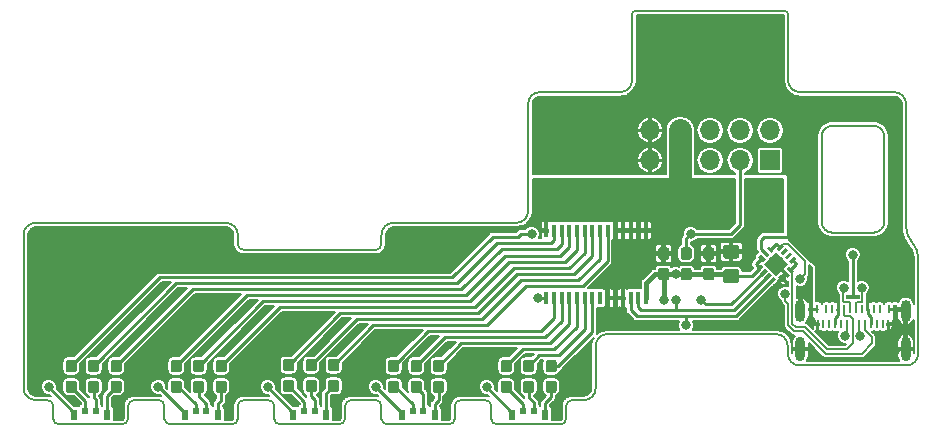
<source format=gbr>
%TF.GenerationSoftware,KiCad,Pcbnew,(5.0.0)*%
%TF.CreationDate,2019-04-02T12:12:56-04:00*%
%TF.ProjectId,Fusion USB Daughter Board,467573696F6E20555342204461756768,rev?*%
%TF.SameCoordinates,Original*%
%TF.FileFunction,Copper,L1,Top,Signal*%
%TF.FilePolarity,Positive*%
%FSLAX46Y46*%
G04 Gerber Fmt 4.6, Leading zero omitted, Abs format (unit mm)*
G04 Created by KiCad (PCBNEW (5.0.0)) date 04/02/19 12:12:56*
%MOMM*%
%LPD*%
G01*
G04 APERTURE LIST*
%ADD10C,0.200000*%
%ADD11O,0.850000X2.050000*%
%ADD12O,0.850000X1.850000*%
%ADD13R,1.200000X0.350000*%
%ADD14R,0.300000X0.750000*%
%ADD15R,0.250000X0.750000*%
%ADD16C,0.100000*%
%ADD17C,0.950000*%
%ADD18C,1.150000*%
%ADD19R,0.600000X0.600000*%
%ADD20R,0.600000X0.900000*%
%ADD21O,1.700000X1.700000*%
%ADD22R,1.700000X1.700000*%
%ADD23C,0.300000*%
%ADD24C,1.450000*%
%ADD25R,0.400000X1.100000*%
%ADD26C,0.800000*%
%ADD27C,0.254000*%
%ADD28C,0.381000*%
%ADD29C,1.905000*%
%ADD30C,0.152400*%
G04 APERTURE END LIST*
D10*
X176900000Y-117250000D02*
G75*
G02X176000000Y-118150000I-900000J0D01*
G01*
X176900000Y-110000000D02*
X176900000Y-117250000D01*
X140544594Y-133887594D02*
X140544594Y-132824523D01*
X149969740Y-132824523D02*
G75*
G02X150469740Y-132324523I500000J0D01*
G01*
X144118853Y-134387594D02*
X149469740Y-134387594D01*
X144118853Y-134387594D02*
G75*
G02X143618853Y-133887594I0J500000D01*
G01*
X141044594Y-132324523D02*
X143118853Y-132324523D01*
X149969740Y-133887594D02*
X149969740Y-132824523D01*
X149969740Y-133887594D02*
G75*
G02X149469740Y-134387594I-500000J0D01*
G01*
X143618853Y-132824523D02*
X143618853Y-133887594D01*
X150469740Y-132324523D02*
X151469740Y-132324523D01*
X140544594Y-132824523D02*
G75*
G02X141044594Y-132324523I500000J0D01*
G01*
X143118853Y-132324523D02*
G75*
G02X143618853Y-132824523I0J-500000D01*
G01*
X152469740Y-127732704D02*
G75*
G02X153469740Y-126732704I1000000J0D01*
G01*
X168725000Y-127732704D02*
X168725000Y-128387594D01*
X167725000Y-126732704D02*
G75*
G02X168725000Y-127732704I0J-1000000D01*
G01*
X152469740Y-131324523D02*
G75*
G02X151469740Y-132324523I-1000000J0D01*
G01*
X179262500Y-118976457D02*
G75*
G02X179775000Y-120313373I-1487500J-1336916D01*
G01*
X179775000Y-128387594D02*
G75*
G02X178775000Y-129387594I-1000000J0D01*
G01*
X152469740Y-131324523D02*
X152469740Y-127732704D01*
X169725000Y-129387594D02*
X178775000Y-129387594D01*
X169725000Y-129387594D02*
G75*
G02X168725000Y-128387594I0J1000000D01*
G01*
X179775000Y-128387594D02*
X179775000Y-120313373D01*
X153469740Y-126732704D02*
X167725000Y-126732704D01*
X106030260Y-132324523D02*
G75*
G02X106530260Y-132824523I0J-500000D01*
G01*
X107030260Y-134387594D02*
G75*
G02X106530260Y-133887594I0J500000D01*
G01*
X106530260Y-132824523D02*
X106530260Y-133887594D01*
X105030260Y-132324523D02*
G75*
G02X104030260Y-131324523I0J1000000D01*
G01*
X104030260Y-118324523D02*
X104030260Y-131324523D01*
X104030260Y-118324523D02*
G75*
G02X105030260Y-117324523I1000000J0D01*
G01*
X112881146Y-132824523D02*
G75*
G02X113381146Y-132324523I500000J0D01*
G01*
X112881146Y-133887594D02*
X112881146Y-132824523D01*
X112881146Y-133887594D02*
G75*
G02X112381146Y-134387594I-500000J0D01*
G01*
X107030260Y-134387594D02*
X112381146Y-134387594D01*
X105030260Y-132324523D02*
X106030260Y-132324523D01*
X134329698Y-132824523D02*
X134329698Y-133887594D01*
X131252713Y-133887594D02*
G75*
G02X130752713Y-134387594I-500000J0D01*
G01*
X125747287Y-134387594D02*
X130752713Y-134387594D01*
X125747287Y-134387594D02*
G75*
G02X125247287Y-133887594I0J500000D01*
G01*
X140544594Y-133887594D02*
G75*
G02X140044594Y-134387594I-500000J0D01*
G01*
X133829698Y-132324523D02*
G75*
G02X134329698Y-132824523I0J-500000D01*
G01*
X134829698Y-134387594D02*
X140044594Y-134387594D01*
X134829698Y-134387594D02*
G75*
G02X134329698Y-133887594I0J500000D01*
G01*
X131252713Y-133887594D02*
X131252713Y-132824523D01*
X131752713Y-132324523D02*
X133829698Y-132324523D01*
X131252713Y-132824523D02*
G75*
G02X131752713Y-132324523I500000J0D01*
G01*
X168750000Y-105250000D02*
X168750000Y-99635787D01*
X177750000Y-106250000D02*
X169750000Y-106250000D01*
X178750000Y-117639541D02*
X178750000Y-107250000D01*
X177750000Y-106250000D02*
G75*
G02X178750000Y-107250000I0J-1000000D01*
G01*
X179262500Y-118976457D02*
G75*
G02X178750000Y-117639541I1487500J1336916D01*
G01*
X169750000Y-106250000D02*
G75*
G02X168750000Y-105250000I0J1000000D01*
G01*
X134329698Y-118324523D02*
G75*
G02X135329698Y-117324523I1000000J0D01*
G01*
X146750000Y-116324523D02*
G75*
G02X145750000Y-117324523I-1000000J0D01*
G01*
X146750000Y-107250000D02*
X146750000Y-116324523D01*
X155550000Y-105250000D02*
G75*
G02X154550000Y-106250000I-1000000J0D01*
G01*
X168500000Y-99385787D02*
X155800000Y-99385787D01*
X171600000Y-117250000D02*
X171600000Y-110000000D01*
X155550000Y-99635787D02*
X155550000Y-105250000D01*
X155550000Y-99635787D02*
G75*
G02X155800000Y-99385787I250000J0D01*
G01*
X172500000Y-109100000D02*
X176000000Y-109100000D01*
X171600000Y-110000000D02*
G75*
G02X172500000Y-109100000I900000J0D01*
G01*
X172500000Y-118150000D02*
G75*
G02X171600000Y-117250000I0J900000D01*
G01*
X146750000Y-107250000D02*
G75*
G02X147750000Y-106250000I1000000J0D01*
G01*
X134329698Y-119120333D02*
G75*
G02X133829698Y-119620333I-500000J0D01*
G01*
X122170301Y-119120333D02*
X122170301Y-118324523D01*
X145750000Y-117324523D02*
X135329698Y-117324523D01*
X134329698Y-118324523D02*
X134329698Y-119120333D01*
X168500000Y-99385787D02*
G75*
G02X168750000Y-99635787I0J-250000D01*
G01*
X176000000Y-118150000D02*
X172500000Y-118150000D01*
X154550000Y-106250000D02*
X147750000Y-106250000D01*
X121170301Y-117324523D02*
X105030260Y-117324523D01*
X121170301Y-117324523D02*
G75*
G02X122170301Y-118324523I0J-1000000D01*
G01*
X122670301Y-119620333D02*
G75*
G02X122170301Y-119120333I0J500000D01*
G01*
X133829698Y-119620333D02*
X122670301Y-119620333D01*
X113381146Y-132324523D02*
X115455406Y-132324523D01*
X124747287Y-132324523D02*
G75*
G02X125247287Y-132824523I0J-500000D01*
G01*
X122670301Y-132324523D02*
X124747287Y-132324523D01*
X122170301Y-133887594D02*
G75*
G02X121670301Y-134387594I-500000J0D01*
G01*
X115955406Y-132824523D02*
X115955406Y-133887594D01*
X116455406Y-134387594D02*
X121670301Y-134387594D01*
X125247287Y-132824523D02*
X125247287Y-133887594D01*
X122170301Y-132824523D02*
G75*
G02X122670301Y-132324523I500000J0D01*
G01*
X122170301Y-133887594D02*
X122170301Y-132824523D01*
X116455406Y-134387594D02*
G75*
G02X115955406Y-133887594I0J500000D01*
G01*
X115455406Y-132324523D02*
G75*
G02X115955406Y-132824523I0J-500000D01*
G01*
X176000000Y-109100000D02*
G75*
G02X176900000Y-110000000I0J-900000D01*
G01*
D11*
X169800000Y-128000000D03*
X178700000Y-128000000D03*
D12*
X169800000Y-124800000D03*
X178700000Y-124800000D03*
D13*
X174250000Y-123620000D03*
D14*
X170700000Y-124625000D03*
D15*
X171200000Y-124625000D03*
X172000000Y-124625000D03*
X172500000Y-124625000D03*
X173000000Y-124625000D03*
X173500000Y-124625000D03*
X174000000Y-124625000D03*
X174500000Y-124625000D03*
X175000000Y-124625000D03*
X175500000Y-124625000D03*
X176000000Y-124625000D03*
X176500000Y-124625000D03*
X177300000Y-124625000D03*
D14*
X177800000Y-124625000D03*
D15*
X177250000Y-125875000D03*
X176750000Y-125875000D03*
X176250000Y-125875000D03*
X175750000Y-125875000D03*
X175250000Y-125875000D03*
X174750000Y-125875000D03*
X173750000Y-125875000D03*
X173250000Y-125875000D03*
X172750000Y-125875000D03*
X172250000Y-125875000D03*
X171750000Y-125875000D03*
X171250000Y-125875000D03*
D16*
G36*
X158480779Y-119396144D02*
X158503834Y-119399563D01*
X158526443Y-119405227D01*
X158548387Y-119413079D01*
X158569457Y-119423044D01*
X158589448Y-119435026D01*
X158608168Y-119448910D01*
X158625438Y-119464562D01*
X158641090Y-119481832D01*
X158654974Y-119500552D01*
X158666956Y-119520543D01*
X158676921Y-119541613D01*
X158684773Y-119563557D01*
X158690437Y-119586166D01*
X158693856Y-119609221D01*
X158695000Y-119632500D01*
X158695000Y-120207500D01*
X158693856Y-120230779D01*
X158690437Y-120253834D01*
X158684773Y-120276443D01*
X158676921Y-120298387D01*
X158666956Y-120319457D01*
X158654974Y-120339448D01*
X158641090Y-120358168D01*
X158625438Y-120375438D01*
X158608168Y-120391090D01*
X158589448Y-120404974D01*
X158569457Y-120416956D01*
X158548387Y-120426921D01*
X158526443Y-120434773D01*
X158503834Y-120440437D01*
X158480779Y-120443856D01*
X158457500Y-120445000D01*
X157982500Y-120445000D01*
X157959221Y-120443856D01*
X157936166Y-120440437D01*
X157913557Y-120434773D01*
X157891613Y-120426921D01*
X157870543Y-120416956D01*
X157850552Y-120404974D01*
X157831832Y-120391090D01*
X157814562Y-120375438D01*
X157798910Y-120358168D01*
X157785026Y-120339448D01*
X157773044Y-120319457D01*
X157763079Y-120298387D01*
X157755227Y-120276443D01*
X157749563Y-120253834D01*
X157746144Y-120230779D01*
X157745000Y-120207500D01*
X157745000Y-119632500D01*
X157746144Y-119609221D01*
X157749563Y-119586166D01*
X157755227Y-119563557D01*
X157763079Y-119541613D01*
X157773044Y-119520543D01*
X157785026Y-119500552D01*
X157798910Y-119481832D01*
X157814562Y-119464562D01*
X157831832Y-119448910D01*
X157850552Y-119435026D01*
X157870543Y-119423044D01*
X157891613Y-119413079D01*
X157913557Y-119405227D01*
X157936166Y-119399563D01*
X157959221Y-119396144D01*
X157982500Y-119395000D01*
X158457500Y-119395000D01*
X158480779Y-119396144D01*
X158480779Y-119396144D01*
G37*
D17*
X158220000Y-119920000D03*
D16*
G36*
X158480779Y-121146144D02*
X158503834Y-121149563D01*
X158526443Y-121155227D01*
X158548387Y-121163079D01*
X158569457Y-121173044D01*
X158589448Y-121185026D01*
X158608168Y-121198910D01*
X158625438Y-121214562D01*
X158641090Y-121231832D01*
X158654974Y-121250552D01*
X158666956Y-121270543D01*
X158676921Y-121291613D01*
X158684773Y-121313557D01*
X158690437Y-121336166D01*
X158693856Y-121359221D01*
X158695000Y-121382500D01*
X158695000Y-121957500D01*
X158693856Y-121980779D01*
X158690437Y-122003834D01*
X158684773Y-122026443D01*
X158676921Y-122048387D01*
X158666956Y-122069457D01*
X158654974Y-122089448D01*
X158641090Y-122108168D01*
X158625438Y-122125438D01*
X158608168Y-122141090D01*
X158589448Y-122154974D01*
X158569457Y-122166956D01*
X158548387Y-122176921D01*
X158526443Y-122184773D01*
X158503834Y-122190437D01*
X158480779Y-122193856D01*
X158457500Y-122195000D01*
X157982500Y-122195000D01*
X157959221Y-122193856D01*
X157936166Y-122190437D01*
X157913557Y-122184773D01*
X157891613Y-122176921D01*
X157870543Y-122166956D01*
X157850552Y-122154974D01*
X157831832Y-122141090D01*
X157814562Y-122125438D01*
X157798910Y-122108168D01*
X157785026Y-122089448D01*
X157773044Y-122069457D01*
X157763079Y-122048387D01*
X157755227Y-122026443D01*
X157749563Y-122003834D01*
X157746144Y-121980779D01*
X157745000Y-121957500D01*
X157745000Y-121382500D01*
X157746144Y-121359221D01*
X157749563Y-121336166D01*
X157755227Y-121313557D01*
X157763079Y-121291613D01*
X157773044Y-121270543D01*
X157785026Y-121250552D01*
X157798910Y-121231832D01*
X157814562Y-121214562D01*
X157831832Y-121198910D01*
X157850552Y-121185026D01*
X157870543Y-121173044D01*
X157891613Y-121163079D01*
X157913557Y-121155227D01*
X157936166Y-121149563D01*
X157959221Y-121146144D01*
X157982500Y-121145000D01*
X158457500Y-121145000D01*
X158480779Y-121146144D01*
X158480779Y-121146144D01*
G37*
D17*
X158220000Y-121670000D03*
D16*
G36*
X164409505Y-119196204D02*
X164433773Y-119199804D01*
X164457572Y-119205765D01*
X164480671Y-119214030D01*
X164502850Y-119224520D01*
X164523893Y-119237132D01*
X164543599Y-119251747D01*
X164561777Y-119268223D01*
X164578253Y-119286401D01*
X164592868Y-119306107D01*
X164605480Y-119327150D01*
X164615970Y-119349329D01*
X164624235Y-119372428D01*
X164630196Y-119396227D01*
X164633796Y-119420495D01*
X164635000Y-119444999D01*
X164635000Y-120095001D01*
X164633796Y-120119505D01*
X164630196Y-120143773D01*
X164624235Y-120167572D01*
X164615970Y-120190671D01*
X164605480Y-120212850D01*
X164592868Y-120233893D01*
X164578253Y-120253599D01*
X164561777Y-120271777D01*
X164543599Y-120288253D01*
X164523893Y-120302868D01*
X164502850Y-120315480D01*
X164480671Y-120325970D01*
X164457572Y-120334235D01*
X164433773Y-120340196D01*
X164409505Y-120343796D01*
X164385001Y-120345000D01*
X163484999Y-120345000D01*
X163460495Y-120343796D01*
X163436227Y-120340196D01*
X163412428Y-120334235D01*
X163389329Y-120325970D01*
X163367150Y-120315480D01*
X163346107Y-120302868D01*
X163326401Y-120288253D01*
X163308223Y-120271777D01*
X163291747Y-120253599D01*
X163277132Y-120233893D01*
X163264520Y-120212850D01*
X163254030Y-120190671D01*
X163245765Y-120167572D01*
X163239804Y-120143773D01*
X163236204Y-120119505D01*
X163235000Y-120095001D01*
X163235000Y-119444999D01*
X163236204Y-119420495D01*
X163239804Y-119396227D01*
X163245765Y-119372428D01*
X163254030Y-119349329D01*
X163264520Y-119327150D01*
X163277132Y-119306107D01*
X163291747Y-119286401D01*
X163308223Y-119268223D01*
X163326401Y-119251747D01*
X163346107Y-119237132D01*
X163367150Y-119224520D01*
X163389329Y-119214030D01*
X163412428Y-119205765D01*
X163436227Y-119199804D01*
X163460495Y-119196204D01*
X163484999Y-119195000D01*
X164385001Y-119195000D01*
X164409505Y-119196204D01*
X164409505Y-119196204D01*
G37*
D18*
X163935000Y-119770000D03*
D16*
G36*
X164409505Y-121246204D02*
X164433773Y-121249804D01*
X164457572Y-121255765D01*
X164480671Y-121264030D01*
X164502850Y-121274520D01*
X164523893Y-121287132D01*
X164543599Y-121301747D01*
X164561777Y-121318223D01*
X164578253Y-121336401D01*
X164592868Y-121356107D01*
X164605480Y-121377150D01*
X164615970Y-121399329D01*
X164624235Y-121422428D01*
X164630196Y-121446227D01*
X164633796Y-121470495D01*
X164635000Y-121494999D01*
X164635000Y-122145001D01*
X164633796Y-122169505D01*
X164630196Y-122193773D01*
X164624235Y-122217572D01*
X164615970Y-122240671D01*
X164605480Y-122262850D01*
X164592868Y-122283893D01*
X164578253Y-122303599D01*
X164561777Y-122321777D01*
X164543599Y-122338253D01*
X164523893Y-122352868D01*
X164502850Y-122365480D01*
X164480671Y-122375970D01*
X164457572Y-122384235D01*
X164433773Y-122390196D01*
X164409505Y-122393796D01*
X164385001Y-122395000D01*
X163484999Y-122395000D01*
X163460495Y-122393796D01*
X163436227Y-122390196D01*
X163412428Y-122384235D01*
X163389329Y-122375970D01*
X163367150Y-122365480D01*
X163346107Y-122352868D01*
X163326401Y-122338253D01*
X163308223Y-122321777D01*
X163291747Y-122303599D01*
X163277132Y-122283893D01*
X163264520Y-122262850D01*
X163254030Y-122240671D01*
X163245765Y-122217572D01*
X163239804Y-122193773D01*
X163236204Y-122169505D01*
X163235000Y-122145001D01*
X163235000Y-121494999D01*
X163236204Y-121470495D01*
X163239804Y-121446227D01*
X163245765Y-121422428D01*
X163254030Y-121399329D01*
X163264520Y-121377150D01*
X163277132Y-121356107D01*
X163291747Y-121336401D01*
X163308223Y-121318223D01*
X163326401Y-121301747D01*
X163346107Y-121287132D01*
X163367150Y-121274520D01*
X163389329Y-121264030D01*
X163412428Y-121255765D01*
X163436227Y-121249804D01*
X163460495Y-121246204D01*
X163484999Y-121245000D01*
X164385001Y-121245000D01*
X164409505Y-121246204D01*
X164409505Y-121246204D01*
G37*
D18*
X163935000Y-121820000D03*
D16*
G36*
X162290779Y-119396144D02*
X162313834Y-119399563D01*
X162336443Y-119405227D01*
X162358387Y-119413079D01*
X162379457Y-119423044D01*
X162399448Y-119435026D01*
X162418168Y-119448910D01*
X162435438Y-119464562D01*
X162451090Y-119481832D01*
X162464974Y-119500552D01*
X162476956Y-119520543D01*
X162486921Y-119541613D01*
X162494773Y-119563557D01*
X162500437Y-119586166D01*
X162503856Y-119609221D01*
X162505000Y-119632500D01*
X162505000Y-120207500D01*
X162503856Y-120230779D01*
X162500437Y-120253834D01*
X162494773Y-120276443D01*
X162486921Y-120298387D01*
X162476956Y-120319457D01*
X162464974Y-120339448D01*
X162451090Y-120358168D01*
X162435438Y-120375438D01*
X162418168Y-120391090D01*
X162399448Y-120404974D01*
X162379457Y-120416956D01*
X162358387Y-120426921D01*
X162336443Y-120434773D01*
X162313834Y-120440437D01*
X162290779Y-120443856D01*
X162267500Y-120445000D01*
X161792500Y-120445000D01*
X161769221Y-120443856D01*
X161746166Y-120440437D01*
X161723557Y-120434773D01*
X161701613Y-120426921D01*
X161680543Y-120416956D01*
X161660552Y-120404974D01*
X161641832Y-120391090D01*
X161624562Y-120375438D01*
X161608910Y-120358168D01*
X161595026Y-120339448D01*
X161583044Y-120319457D01*
X161573079Y-120298387D01*
X161565227Y-120276443D01*
X161559563Y-120253834D01*
X161556144Y-120230779D01*
X161555000Y-120207500D01*
X161555000Y-119632500D01*
X161556144Y-119609221D01*
X161559563Y-119586166D01*
X161565227Y-119563557D01*
X161573079Y-119541613D01*
X161583044Y-119520543D01*
X161595026Y-119500552D01*
X161608910Y-119481832D01*
X161624562Y-119464562D01*
X161641832Y-119448910D01*
X161660552Y-119435026D01*
X161680543Y-119423044D01*
X161701613Y-119413079D01*
X161723557Y-119405227D01*
X161746166Y-119399563D01*
X161769221Y-119396144D01*
X161792500Y-119395000D01*
X162267500Y-119395000D01*
X162290779Y-119396144D01*
X162290779Y-119396144D01*
G37*
D17*
X162030000Y-119920000D03*
D16*
G36*
X162290779Y-121146144D02*
X162313834Y-121149563D01*
X162336443Y-121155227D01*
X162358387Y-121163079D01*
X162379457Y-121173044D01*
X162399448Y-121185026D01*
X162418168Y-121198910D01*
X162435438Y-121214562D01*
X162451090Y-121231832D01*
X162464974Y-121250552D01*
X162476956Y-121270543D01*
X162486921Y-121291613D01*
X162494773Y-121313557D01*
X162500437Y-121336166D01*
X162503856Y-121359221D01*
X162505000Y-121382500D01*
X162505000Y-121957500D01*
X162503856Y-121980779D01*
X162500437Y-122003834D01*
X162494773Y-122026443D01*
X162486921Y-122048387D01*
X162476956Y-122069457D01*
X162464974Y-122089448D01*
X162451090Y-122108168D01*
X162435438Y-122125438D01*
X162418168Y-122141090D01*
X162399448Y-122154974D01*
X162379457Y-122166956D01*
X162358387Y-122176921D01*
X162336443Y-122184773D01*
X162313834Y-122190437D01*
X162290779Y-122193856D01*
X162267500Y-122195000D01*
X161792500Y-122195000D01*
X161769221Y-122193856D01*
X161746166Y-122190437D01*
X161723557Y-122184773D01*
X161701613Y-122176921D01*
X161680543Y-122166956D01*
X161660552Y-122154974D01*
X161641832Y-122141090D01*
X161624562Y-122125438D01*
X161608910Y-122108168D01*
X161595026Y-122089448D01*
X161583044Y-122069457D01*
X161573079Y-122048387D01*
X161565227Y-122026443D01*
X161559563Y-122003834D01*
X161556144Y-121980779D01*
X161555000Y-121957500D01*
X161555000Y-121382500D01*
X161556144Y-121359221D01*
X161559563Y-121336166D01*
X161565227Y-121313557D01*
X161573079Y-121291613D01*
X161583044Y-121270543D01*
X161595026Y-121250552D01*
X161608910Y-121231832D01*
X161624562Y-121214562D01*
X161641832Y-121198910D01*
X161660552Y-121185026D01*
X161680543Y-121173044D01*
X161701613Y-121163079D01*
X161723557Y-121155227D01*
X161746166Y-121149563D01*
X161769221Y-121146144D01*
X161792500Y-121145000D01*
X162267500Y-121145000D01*
X162290779Y-121146144D01*
X162290779Y-121146144D01*
G37*
D17*
X162030000Y-121670000D03*
D19*
X128700000Y-133242000D03*
X127800000Y-133242000D03*
D20*
X129650000Y-133567000D03*
X126850000Y-133567000D03*
D19*
X119513000Y-133242000D03*
X118613000Y-133242000D03*
D20*
X120463000Y-133567000D03*
X117663000Y-133567000D03*
D19*
X110156000Y-133242000D03*
X109256000Y-133242000D03*
D20*
X111106000Y-133567000D03*
X108306000Y-133567000D03*
D19*
X137887000Y-133242000D03*
X136987000Y-133242000D03*
D20*
X138837000Y-133567000D03*
X136037000Y-133567000D03*
D19*
X147244000Y-133242000D03*
X146344000Y-133242000D03*
D20*
X148194000Y-133567000D03*
X145394000Y-133567000D03*
D21*
X157070000Y-109493000D03*
X157070000Y-112033000D03*
X159610000Y-109493000D03*
X159610000Y-112033000D03*
X162150000Y-109493000D03*
X162150000Y-112033000D03*
X164690000Y-109493000D03*
X164690000Y-112033000D03*
X167230000Y-109493000D03*
D22*
X167230000Y-112033000D03*
D16*
G36*
X160385779Y-121146144D02*
X160408834Y-121149563D01*
X160431443Y-121155227D01*
X160453387Y-121163079D01*
X160474457Y-121173044D01*
X160494448Y-121185026D01*
X160513168Y-121198910D01*
X160530438Y-121214562D01*
X160546090Y-121231832D01*
X160559974Y-121250552D01*
X160571956Y-121270543D01*
X160581921Y-121291613D01*
X160589773Y-121313557D01*
X160595437Y-121336166D01*
X160598856Y-121359221D01*
X160600000Y-121382500D01*
X160600000Y-121957500D01*
X160598856Y-121980779D01*
X160595437Y-122003834D01*
X160589773Y-122026443D01*
X160581921Y-122048387D01*
X160571956Y-122069457D01*
X160559974Y-122089448D01*
X160546090Y-122108168D01*
X160530438Y-122125438D01*
X160513168Y-122141090D01*
X160494448Y-122154974D01*
X160474457Y-122166956D01*
X160453387Y-122176921D01*
X160431443Y-122184773D01*
X160408834Y-122190437D01*
X160385779Y-122193856D01*
X160362500Y-122195000D01*
X159887500Y-122195000D01*
X159864221Y-122193856D01*
X159841166Y-122190437D01*
X159818557Y-122184773D01*
X159796613Y-122176921D01*
X159775543Y-122166956D01*
X159755552Y-122154974D01*
X159736832Y-122141090D01*
X159719562Y-122125438D01*
X159703910Y-122108168D01*
X159690026Y-122089448D01*
X159678044Y-122069457D01*
X159668079Y-122048387D01*
X159660227Y-122026443D01*
X159654563Y-122003834D01*
X159651144Y-121980779D01*
X159650000Y-121957500D01*
X159650000Y-121382500D01*
X159651144Y-121359221D01*
X159654563Y-121336166D01*
X159660227Y-121313557D01*
X159668079Y-121291613D01*
X159678044Y-121270543D01*
X159690026Y-121250552D01*
X159703910Y-121231832D01*
X159719562Y-121214562D01*
X159736832Y-121198910D01*
X159755552Y-121185026D01*
X159775543Y-121173044D01*
X159796613Y-121163079D01*
X159818557Y-121155227D01*
X159841166Y-121149563D01*
X159864221Y-121146144D01*
X159887500Y-121145000D01*
X160362500Y-121145000D01*
X160385779Y-121146144D01*
X160385779Y-121146144D01*
G37*
D17*
X160125000Y-121670000D03*
D16*
G36*
X160385779Y-119396144D02*
X160408834Y-119399563D01*
X160431443Y-119405227D01*
X160453387Y-119413079D01*
X160474457Y-119423044D01*
X160494448Y-119435026D01*
X160513168Y-119448910D01*
X160530438Y-119464562D01*
X160546090Y-119481832D01*
X160559974Y-119500552D01*
X160571956Y-119520543D01*
X160581921Y-119541613D01*
X160589773Y-119563557D01*
X160595437Y-119586166D01*
X160598856Y-119609221D01*
X160600000Y-119632500D01*
X160600000Y-120207500D01*
X160598856Y-120230779D01*
X160595437Y-120253834D01*
X160589773Y-120276443D01*
X160581921Y-120298387D01*
X160571956Y-120319457D01*
X160559974Y-120339448D01*
X160546090Y-120358168D01*
X160530438Y-120375438D01*
X160513168Y-120391090D01*
X160494448Y-120404974D01*
X160474457Y-120416956D01*
X160453387Y-120426921D01*
X160431443Y-120434773D01*
X160408834Y-120440437D01*
X160385779Y-120443856D01*
X160362500Y-120445000D01*
X159887500Y-120445000D01*
X159864221Y-120443856D01*
X159841166Y-120440437D01*
X159818557Y-120434773D01*
X159796613Y-120426921D01*
X159775543Y-120416956D01*
X159755552Y-120404974D01*
X159736832Y-120391090D01*
X159719562Y-120375438D01*
X159703910Y-120358168D01*
X159690026Y-120339448D01*
X159678044Y-120319457D01*
X159668079Y-120298387D01*
X159660227Y-120276443D01*
X159654563Y-120253834D01*
X159651144Y-120230779D01*
X159650000Y-120207500D01*
X159650000Y-119632500D01*
X159651144Y-119609221D01*
X159654563Y-119586166D01*
X159660227Y-119563557D01*
X159668079Y-119541613D01*
X159678044Y-119520543D01*
X159690026Y-119500552D01*
X159703910Y-119481832D01*
X159719562Y-119464562D01*
X159736832Y-119448910D01*
X159755552Y-119435026D01*
X159775543Y-119423044D01*
X159796613Y-119413079D01*
X159818557Y-119405227D01*
X159841166Y-119399563D01*
X159864221Y-119396144D01*
X159887500Y-119395000D01*
X160362500Y-119395000D01*
X160385779Y-119396144D01*
X160385779Y-119396144D01*
G37*
D17*
X160125000Y-119920000D03*
D16*
G36*
X130540779Y-128851144D02*
X130563834Y-128854563D01*
X130586443Y-128860227D01*
X130608387Y-128868079D01*
X130629457Y-128878044D01*
X130649448Y-128890026D01*
X130668168Y-128903910D01*
X130685438Y-128919562D01*
X130701090Y-128936832D01*
X130714974Y-128955552D01*
X130726956Y-128975543D01*
X130736921Y-128996613D01*
X130744773Y-129018557D01*
X130750437Y-129041166D01*
X130753856Y-129064221D01*
X130755000Y-129087500D01*
X130755000Y-129662500D01*
X130753856Y-129685779D01*
X130750437Y-129708834D01*
X130744773Y-129731443D01*
X130736921Y-129753387D01*
X130726956Y-129774457D01*
X130714974Y-129794448D01*
X130701090Y-129813168D01*
X130685438Y-129830438D01*
X130668168Y-129846090D01*
X130649448Y-129859974D01*
X130629457Y-129871956D01*
X130608387Y-129881921D01*
X130586443Y-129889773D01*
X130563834Y-129895437D01*
X130540779Y-129898856D01*
X130517500Y-129900000D01*
X130042500Y-129900000D01*
X130019221Y-129898856D01*
X129996166Y-129895437D01*
X129973557Y-129889773D01*
X129951613Y-129881921D01*
X129930543Y-129871956D01*
X129910552Y-129859974D01*
X129891832Y-129846090D01*
X129874562Y-129830438D01*
X129858910Y-129813168D01*
X129845026Y-129794448D01*
X129833044Y-129774457D01*
X129823079Y-129753387D01*
X129815227Y-129731443D01*
X129809563Y-129708834D01*
X129806144Y-129685779D01*
X129805000Y-129662500D01*
X129805000Y-129087500D01*
X129806144Y-129064221D01*
X129809563Y-129041166D01*
X129815227Y-129018557D01*
X129823079Y-128996613D01*
X129833044Y-128975543D01*
X129845026Y-128955552D01*
X129858910Y-128936832D01*
X129874562Y-128919562D01*
X129891832Y-128903910D01*
X129910552Y-128890026D01*
X129930543Y-128878044D01*
X129951613Y-128868079D01*
X129973557Y-128860227D01*
X129996166Y-128854563D01*
X130019221Y-128851144D01*
X130042500Y-128850000D01*
X130517500Y-128850000D01*
X130540779Y-128851144D01*
X130540779Y-128851144D01*
G37*
D17*
X130280000Y-129375000D03*
D16*
G36*
X130540779Y-130601144D02*
X130563834Y-130604563D01*
X130586443Y-130610227D01*
X130608387Y-130618079D01*
X130629457Y-130628044D01*
X130649448Y-130640026D01*
X130668168Y-130653910D01*
X130685438Y-130669562D01*
X130701090Y-130686832D01*
X130714974Y-130705552D01*
X130726956Y-130725543D01*
X130736921Y-130746613D01*
X130744773Y-130768557D01*
X130750437Y-130791166D01*
X130753856Y-130814221D01*
X130755000Y-130837500D01*
X130755000Y-131412500D01*
X130753856Y-131435779D01*
X130750437Y-131458834D01*
X130744773Y-131481443D01*
X130736921Y-131503387D01*
X130726956Y-131524457D01*
X130714974Y-131544448D01*
X130701090Y-131563168D01*
X130685438Y-131580438D01*
X130668168Y-131596090D01*
X130649448Y-131609974D01*
X130629457Y-131621956D01*
X130608387Y-131631921D01*
X130586443Y-131639773D01*
X130563834Y-131645437D01*
X130540779Y-131648856D01*
X130517500Y-131650000D01*
X130042500Y-131650000D01*
X130019221Y-131648856D01*
X129996166Y-131645437D01*
X129973557Y-131639773D01*
X129951613Y-131631921D01*
X129930543Y-131621956D01*
X129910552Y-131609974D01*
X129891832Y-131596090D01*
X129874562Y-131580438D01*
X129858910Y-131563168D01*
X129845026Y-131544448D01*
X129833044Y-131524457D01*
X129823079Y-131503387D01*
X129815227Y-131481443D01*
X129809563Y-131458834D01*
X129806144Y-131435779D01*
X129805000Y-131412500D01*
X129805000Y-130837500D01*
X129806144Y-130814221D01*
X129809563Y-130791166D01*
X129815227Y-130768557D01*
X129823079Y-130746613D01*
X129833044Y-130725543D01*
X129845026Y-130705552D01*
X129858910Y-130686832D01*
X129874562Y-130669562D01*
X129891832Y-130653910D01*
X129910552Y-130640026D01*
X129930543Y-130628044D01*
X129951613Y-130618079D01*
X129973557Y-130610227D01*
X129996166Y-130604563D01*
X130019221Y-130601144D01*
X130042500Y-130600000D01*
X130517500Y-130600000D01*
X130540779Y-130601144D01*
X130540779Y-130601144D01*
G37*
D17*
X130280000Y-131125000D03*
D16*
G36*
X128635779Y-128851144D02*
X128658834Y-128854563D01*
X128681443Y-128860227D01*
X128703387Y-128868079D01*
X128724457Y-128878044D01*
X128744448Y-128890026D01*
X128763168Y-128903910D01*
X128780438Y-128919562D01*
X128796090Y-128936832D01*
X128809974Y-128955552D01*
X128821956Y-128975543D01*
X128831921Y-128996613D01*
X128839773Y-129018557D01*
X128845437Y-129041166D01*
X128848856Y-129064221D01*
X128850000Y-129087500D01*
X128850000Y-129662500D01*
X128848856Y-129685779D01*
X128845437Y-129708834D01*
X128839773Y-129731443D01*
X128831921Y-129753387D01*
X128821956Y-129774457D01*
X128809974Y-129794448D01*
X128796090Y-129813168D01*
X128780438Y-129830438D01*
X128763168Y-129846090D01*
X128744448Y-129859974D01*
X128724457Y-129871956D01*
X128703387Y-129881921D01*
X128681443Y-129889773D01*
X128658834Y-129895437D01*
X128635779Y-129898856D01*
X128612500Y-129900000D01*
X128137500Y-129900000D01*
X128114221Y-129898856D01*
X128091166Y-129895437D01*
X128068557Y-129889773D01*
X128046613Y-129881921D01*
X128025543Y-129871956D01*
X128005552Y-129859974D01*
X127986832Y-129846090D01*
X127969562Y-129830438D01*
X127953910Y-129813168D01*
X127940026Y-129794448D01*
X127928044Y-129774457D01*
X127918079Y-129753387D01*
X127910227Y-129731443D01*
X127904563Y-129708834D01*
X127901144Y-129685779D01*
X127900000Y-129662500D01*
X127900000Y-129087500D01*
X127901144Y-129064221D01*
X127904563Y-129041166D01*
X127910227Y-129018557D01*
X127918079Y-128996613D01*
X127928044Y-128975543D01*
X127940026Y-128955552D01*
X127953910Y-128936832D01*
X127969562Y-128919562D01*
X127986832Y-128903910D01*
X128005552Y-128890026D01*
X128025543Y-128878044D01*
X128046613Y-128868079D01*
X128068557Y-128860227D01*
X128091166Y-128854563D01*
X128114221Y-128851144D01*
X128137500Y-128850000D01*
X128612500Y-128850000D01*
X128635779Y-128851144D01*
X128635779Y-128851144D01*
G37*
D17*
X128375000Y-129375000D03*
D16*
G36*
X128635779Y-130601144D02*
X128658834Y-130604563D01*
X128681443Y-130610227D01*
X128703387Y-130618079D01*
X128724457Y-130628044D01*
X128744448Y-130640026D01*
X128763168Y-130653910D01*
X128780438Y-130669562D01*
X128796090Y-130686832D01*
X128809974Y-130705552D01*
X128821956Y-130725543D01*
X128831921Y-130746613D01*
X128839773Y-130768557D01*
X128845437Y-130791166D01*
X128848856Y-130814221D01*
X128850000Y-130837500D01*
X128850000Y-131412500D01*
X128848856Y-131435779D01*
X128845437Y-131458834D01*
X128839773Y-131481443D01*
X128831921Y-131503387D01*
X128821956Y-131524457D01*
X128809974Y-131544448D01*
X128796090Y-131563168D01*
X128780438Y-131580438D01*
X128763168Y-131596090D01*
X128744448Y-131609974D01*
X128724457Y-131621956D01*
X128703387Y-131631921D01*
X128681443Y-131639773D01*
X128658834Y-131645437D01*
X128635779Y-131648856D01*
X128612500Y-131650000D01*
X128137500Y-131650000D01*
X128114221Y-131648856D01*
X128091166Y-131645437D01*
X128068557Y-131639773D01*
X128046613Y-131631921D01*
X128025543Y-131621956D01*
X128005552Y-131609974D01*
X127986832Y-131596090D01*
X127969562Y-131580438D01*
X127953910Y-131563168D01*
X127940026Y-131544448D01*
X127928044Y-131524457D01*
X127918079Y-131503387D01*
X127910227Y-131481443D01*
X127904563Y-131458834D01*
X127901144Y-131435779D01*
X127900000Y-131412500D01*
X127900000Y-130837500D01*
X127901144Y-130814221D01*
X127904563Y-130791166D01*
X127910227Y-130768557D01*
X127918079Y-130746613D01*
X127928044Y-130725543D01*
X127940026Y-130705552D01*
X127953910Y-130686832D01*
X127969562Y-130669562D01*
X127986832Y-130653910D01*
X128005552Y-130640026D01*
X128025543Y-130628044D01*
X128046613Y-130618079D01*
X128068557Y-130610227D01*
X128091166Y-130604563D01*
X128114221Y-130601144D01*
X128137500Y-130600000D01*
X128612500Y-130600000D01*
X128635779Y-130601144D01*
X128635779Y-130601144D01*
G37*
D17*
X128375000Y-131125000D03*
D16*
G36*
X126730779Y-128851144D02*
X126753834Y-128854563D01*
X126776443Y-128860227D01*
X126798387Y-128868079D01*
X126819457Y-128878044D01*
X126839448Y-128890026D01*
X126858168Y-128903910D01*
X126875438Y-128919562D01*
X126891090Y-128936832D01*
X126904974Y-128955552D01*
X126916956Y-128975543D01*
X126926921Y-128996613D01*
X126934773Y-129018557D01*
X126940437Y-129041166D01*
X126943856Y-129064221D01*
X126945000Y-129087500D01*
X126945000Y-129662500D01*
X126943856Y-129685779D01*
X126940437Y-129708834D01*
X126934773Y-129731443D01*
X126926921Y-129753387D01*
X126916956Y-129774457D01*
X126904974Y-129794448D01*
X126891090Y-129813168D01*
X126875438Y-129830438D01*
X126858168Y-129846090D01*
X126839448Y-129859974D01*
X126819457Y-129871956D01*
X126798387Y-129881921D01*
X126776443Y-129889773D01*
X126753834Y-129895437D01*
X126730779Y-129898856D01*
X126707500Y-129900000D01*
X126232500Y-129900000D01*
X126209221Y-129898856D01*
X126186166Y-129895437D01*
X126163557Y-129889773D01*
X126141613Y-129881921D01*
X126120543Y-129871956D01*
X126100552Y-129859974D01*
X126081832Y-129846090D01*
X126064562Y-129830438D01*
X126048910Y-129813168D01*
X126035026Y-129794448D01*
X126023044Y-129774457D01*
X126013079Y-129753387D01*
X126005227Y-129731443D01*
X125999563Y-129708834D01*
X125996144Y-129685779D01*
X125995000Y-129662500D01*
X125995000Y-129087500D01*
X125996144Y-129064221D01*
X125999563Y-129041166D01*
X126005227Y-129018557D01*
X126013079Y-128996613D01*
X126023044Y-128975543D01*
X126035026Y-128955552D01*
X126048910Y-128936832D01*
X126064562Y-128919562D01*
X126081832Y-128903910D01*
X126100552Y-128890026D01*
X126120543Y-128878044D01*
X126141613Y-128868079D01*
X126163557Y-128860227D01*
X126186166Y-128854563D01*
X126209221Y-128851144D01*
X126232500Y-128850000D01*
X126707500Y-128850000D01*
X126730779Y-128851144D01*
X126730779Y-128851144D01*
G37*
D17*
X126470000Y-129375000D03*
D16*
G36*
X126730779Y-130601144D02*
X126753834Y-130604563D01*
X126776443Y-130610227D01*
X126798387Y-130618079D01*
X126819457Y-130628044D01*
X126839448Y-130640026D01*
X126858168Y-130653910D01*
X126875438Y-130669562D01*
X126891090Y-130686832D01*
X126904974Y-130705552D01*
X126916956Y-130725543D01*
X126926921Y-130746613D01*
X126934773Y-130768557D01*
X126940437Y-130791166D01*
X126943856Y-130814221D01*
X126945000Y-130837500D01*
X126945000Y-131412500D01*
X126943856Y-131435779D01*
X126940437Y-131458834D01*
X126934773Y-131481443D01*
X126926921Y-131503387D01*
X126916956Y-131524457D01*
X126904974Y-131544448D01*
X126891090Y-131563168D01*
X126875438Y-131580438D01*
X126858168Y-131596090D01*
X126839448Y-131609974D01*
X126819457Y-131621956D01*
X126798387Y-131631921D01*
X126776443Y-131639773D01*
X126753834Y-131645437D01*
X126730779Y-131648856D01*
X126707500Y-131650000D01*
X126232500Y-131650000D01*
X126209221Y-131648856D01*
X126186166Y-131645437D01*
X126163557Y-131639773D01*
X126141613Y-131631921D01*
X126120543Y-131621956D01*
X126100552Y-131609974D01*
X126081832Y-131596090D01*
X126064562Y-131580438D01*
X126048910Y-131563168D01*
X126035026Y-131544448D01*
X126023044Y-131524457D01*
X126013079Y-131503387D01*
X126005227Y-131481443D01*
X125999563Y-131458834D01*
X125996144Y-131435779D01*
X125995000Y-131412500D01*
X125995000Y-130837500D01*
X125996144Y-130814221D01*
X125999563Y-130791166D01*
X126005227Y-130768557D01*
X126013079Y-130746613D01*
X126023044Y-130725543D01*
X126035026Y-130705552D01*
X126048910Y-130686832D01*
X126064562Y-130669562D01*
X126081832Y-130653910D01*
X126100552Y-130640026D01*
X126120543Y-130628044D01*
X126141613Y-130618079D01*
X126163557Y-130610227D01*
X126186166Y-130604563D01*
X126209221Y-130601144D01*
X126232500Y-130600000D01*
X126707500Y-130600000D01*
X126730779Y-130601144D01*
X126730779Y-130601144D01*
G37*
D17*
X126470000Y-131125000D03*
D16*
G36*
X121015779Y-128921144D02*
X121038834Y-128924563D01*
X121061443Y-128930227D01*
X121083387Y-128938079D01*
X121104457Y-128948044D01*
X121124448Y-128960026D01*
X121143168Y-128973910D01*
X121160438Y-128989562D01*
X121176090Y-129006832D01*
X121189974Y-129025552D01*
X121201956Y-129045543D01*
X121211921Y-129066613D01*
X121219773Y-129088557D01*
X121225437Y-129111166D01*
X121228856Y-129134221D01*
X121230000Y-129157500D01*
X121230000Y-129732500D01*
X121228856Y-129755779D01*
X121225437Y-129778834D01*
X121219773Y-129801443D01*
X121211921Y-129823387D01*
X121201956Y-129844457D01*
X121189974Y-129864448D01*
X121176090Y-129883168D01*
X121160438Y-129900438D01*
X121143168Y-129916090D01*
X121124448Y-129929974D01*
X121104457Y-129941956D01*
X121083387Y-129951921D01*
X121061443Y-129959773D01*
X121038834Y-129965437D01*
X121015779Y-129968856D01*
X120992500Y-129970000D01*
X120517500Y-129970000D01*
X120494221Y-129968856D01*
X120471166Y-129965437D01*
X120448557Y-129959773D01*
X120426613Y-129951921D01*
X120405543Y-129941956D01*
X120385552Y-129929974D01*
X120366832Y-129916090D01*
X120349562Y-129900438D01*
X120333910Y-129883168D01*
X120320026Y-129864448D01*
X120308044Y-129844457D01*
X120298079Y-129823387D01*
X120290227Y-129801443D01*
X120284563Y-129778834D01*
X120281144Y-129755779D01*
X120280000Y-129732500D01*
X120280000Y-129157500D01*
X120281144Y-129134221D01*
X120284563Y-129111166D01*
X120290227Y-129088557D01*
X120298079Y-129066613D01*
X120308044Y-129045543D01*
X120320026Y-129025552D01*
X120333910Y-129006832D01*
X120349562Y-128989562D01*
X120366832Y-128973910D01*
X120385552Y-128960026D01*
X120405543Y-128948044D01*
X120426613Y-128938079D01*
X120448557Y-128930227D01*
X120471166Y-128924563D01*
X120494221Y-128921144D01*
X120517500Y-128920000D01*
X120992500Y-128920000D01*
X121015779Y-128921144D01*
X121015779Y-128921144D01*
G37*
D17*
X120755000Y-129445000D03*
D16*
G36*
X121015779Y-130671144D02*
X121038834Y-130674563D01*
X121061443Y-130680227D01*
X121083387Y-130688079D01*
X121104457Y-130698044D01*
X121124448Y-130710026D01*
X121143168Y-130723910D01*
X121160438Y-130739562D01*
X121176090Y-130756832D01*
X121189974Y-130775552D01*
X121201956Y-130795543D01*
X121211921Y-130816613D01*
X121219773Y-130838557D01*
X121225437Y-130861166D01*
X121228856Y-130884221D01*
X121230000Y-130907500D01*
X121230000Y-131482500D01*
X121228856Y-131505779D01*
X121225437Y-131528834D01*
X121219773Y-131551443D01*
X121211921Y-131573387D01*
X121201956Y-131594457D01*
X121189974Y-131614448D01*
X121176090Y-131633168D01*
X121160438Y-131650438D01*
X121143168Y-131666090D01*
X121124448Y-131679974D01*
X121104457Y-131691956D01*
X121083387Y-131701921D01*
X121061443Y-131709773D01*
X121038834Y-131715437D01*
X121015779Y-131718856D01*
X120992500Y-131720000D01*
X120517500Y-131720000D01*
X120494221Y-131718856D01*
X120471166Y-131715437D01*
X120448557Y-131709773D01*
X120426613Y-131701921D01*
X120405543Y-131691956D01*
X120385552Y-131679974D01*
X120366832Y-131666090D01*
X120349562Y-131650438D01*
X120333910Y-131633168D01*
X120320026Y-131614448D01*
X120308044Y-131594457D01*
X120298079Y-131573387D01*
X120290227Y-131551443D01*
X120284563Y-131528834D01*
X120281144Y-131505779D01*
X120280000Y-131482500D01*
X120280000Y-130907500D01*
X120281144Y-130884221D01*
X120284563Y-130861166D01*
X120290227Y-130838557D01*
X120298079Y-130816613D01*
X120308044Y-130795543D01*
X120320026Y-130775552D01*
X120333910Y-130756832D01*
X120349562Y-130739562D01*
X120366832Y-130723910D01*
X120385552Y-130710026D01*
X120405543Y-130698044D01*
X120426613Y-130688079D01*
X120448557Y-130680227D01*
X120471166Y-130674563D01*
X120494221Y-130671144D01*
X120517500Y-130670000D01*
X120992500Y-130670000D01*
X121015779Y-130671144D01*
X121015779Y-130671144D01*
G37*
D17*
X120755000Y-131195000D03*
D16*
G36*
X119110779Y-128921144D02*
X119133834Y-128924563D01*
X119156443Y-128930227D01*
X119178387Y-128938079D01*
X119199457Y-128948044D01*
X119219448Y-128960026D01*
X119238168Y-128973910D01*
X119255438Y-128989562D01*
X119271090Y-129006832D01*
X119284974Y-129025552D01*
X119296956Y-129045543D01*
X119306921Y-129066613D01*
X119314773Y-129088557D01*
X119320437Y-129111166D01*
X119323856Y-129134221D01*
X119325000Y-129157500D01*
X119325000Y-129732500D01*
X119323856Y-129755779D01*
X119320437Y-129778834D01*
X119314773Y-129801443D01*
X119306921Y-129823387D01*
X119296956Y-129844457D01*
X119284974Y-129864448D01*
X119271090Y-129883168D01*
X119255438Y-129900438D01*
X119238168Y-129916090D01*
X119219448Y-129929974D01*
X119199457Y-129941956D01*
X119178387Y-129951921D01*
X119156443Y-129959773D01*
X119133834Y-129965437D01*
X119110779Y-129968856D01*
X119087500Y-129970000D01*
X118612500Y-129970000D01*
X118589221Y-129968856D01*
X118566166Y-129965437D01*
X118543557Y-129959773D01*
X118521613Y-129951921D01*
X118500543Y-129941956D01*
X118480552Y-129929974D01*
X118461832Y-129916090D01*
X118444562Y-129900438D01*
X118428910Y-129883168D01*
X118415026Y-129864448D01*
X118403044Y-129844457D01*
X118393079Y-129823387D01*
X118385227Y-129801443D01*
X118379563Y-129778834D01*
X118376144Y-129755779D01*
X118375000Y-129732500D01*
X118375000Y-129157500D01*
X118376144Y-129134221D01*
X118379563Y-129111166D01*
X118385227Y-129088557D01*
X118393079Y-129066613D01*
X118403044Y-129045543D01*
X118415026Y-129025552D01*
X118428910Y-129006832D01*
X118444562Y-128989562D01*
X118461832Y-128973910D01*
X118480552Y-128960026D01*
X118500543Y-128948044D01*
X118521613Y-128938079D01*
X118543557Y-128930227D01*
X118566166Y-128924563D01*
X118589221Y-128921144D01*
X118612500Y-128920000D01*
X119087500Y-128920000D01*
X119110779Y-128921144D01*
X119110779Y-128921144D01*
G37*
D17*
X118850000Y-129445000D03*
D16*
G36*
X119110779Y-130671144D02*
X119133834Y-130674563D01*
X119156443Y-130680227D01*
X119178387Y-130688079D01*
X119199457Y-130698044D01*
X119219448Y-130710026D01*
X119238168Y-130723910D01*
X119255438Y-130739562D01*
X119271090Y-130756832D01*
X119284974Y-130775552D01*
X119296956Y-130795543D01*
X119306921Y-130816613D01*
X119314773Y-130838557D01*
X119320437Y-130861166D01*
X119323856Y-130884221D01*
X119325000Y-130907500D01*
X119325000Y-131482500D01*
X119323856Y-131505779D01*
X119320437Y-131528834D01*
X119314773Y-131551443D01*
X119306921Y-131573387D01*
X119296956Y-131594457D01*
X119284974Y-131614448D01*
X119271090Y-131633168D01*
X119255438Y-131650438D01*
X119238168Y-131666090D01*
X119219448Y-131679974D01*
X119199457Y-131691956D01*
X119178387Y-131701921D01*
X119156443Y-131709773D01*
X119133834Y-131715437D01*
X119110779Y-131718856D01*
X119087500Y-131720000D01*
X118612500Y-131720000D01*
X118589221Y-131718856D01*
X118566166Y-131715437D01*
X118543557Y-131709773D01*
X118521613Y-131701921D01*
X118500543Y-131691956D01*
X118480552Y-131679974D01*
X118461832Y-131666090D01*
X118444562Y-131650438D01*
X118428910Y-131633168D01*
X118415026Y-131614448D01*
X118403044Y-131594457D01*
X118393079Y-131573387D01*
X118385227Y-131551443D01*
X118379563Y-131528834D01*
X118376144Y-131505779D01*
X118375000Y-131482500D01*
X118375000Y-130907500D01*
X118376144Y-130884221D01*
X118379563Y-130861166D01*
X118385227Y-130838557D01*
X118393079Y-130816613D01*
X118403044Y-130795543D01*
X118415026Y-130775552D01*
X118428910Y-130756832D01*
X118444562Y-130739562D01*
X118461832Y-130723910D01*
X118480552Y-130710026D01*
X118500543Y-130698044D01*
X118521613Y-130688079D01*
X118543557Y-130680227D01*
X118566166Y-130674563D01*
X118589221Y-130671144D01*
X118612500Y-130670000D01*
X119087500Y-130670000D01*
X119110779Y-130671144D01*
X119110779Y-130671144D01*
G37*
D17*
X118850000Y-131195000D03*
D16*
G36*
X117205779Y-128921144D02*
X117228834Y-128924563D01*
X117251443Y-128930227D01*
X117273387Y-128938079D01*
X117294457Y-128948044D01*
X117314448Y-128960026D01*
X117333168Y-128973910D01*
X117350438Y-128989562D01*
X117366090Y-129006832D01*
X117379974Y-129025552D01*
X117391956Y-129045543D01*
X117401921Y-129066613D01*
X117409773Y-129088557D01*
X117415437Y-129111166D01*
X117418856Y-129134221D01*
X117420000Y-129157500D01*
X117420000Y-129732500D01*
X117418856Y-129755779D01*
X117415437Y-129778834D01*
X117409773Y-129801443D01*
X117401921Y-129823387D01*
X117391956Y-129844457D01*
X117379974Y-129864448D01*
X117366090Y-129883168D01*
X117350438Y-129900438D01*
X117333168Y-129916090D01*
X117314448Y-129929974D01*
X117294457Y-129941956D01*
X117273387Y-129951921D01*
X117251443Y-129959773D01*
X117228834Y-129965437D01*
X117205779Y-129968856D01*
X117182500Y-129970000D01*
X116707500Y-129970000D01*
X116684221Y-129968856D01*
X116661166Y-129965437D01*
X116638557Y-129959773D01*
X116616613Y-129951921D01*
X116595543Y-129941956D01*
X116575552Y-129929974D01*
X116556832Y-129916090D01*
X116539562Y-129900438D01*
X116523910Y-129883168D01*
X116510026Y-129864448D01*
X116498044Y-129844457D01*
X116488079Y-129823387D01*
X116480227Y-129801443D01*
X116474563Y-129778834D01*
X116471144Y-129755779D01*
X116470000Y-129732500D01*
X116470000Y-129157500D01*
X116471144Y-129134221D01*
X116474563Y-129111166D01*
X116480227Y-129088557D01*
X116488079Y-129066613D01*
X116498044Y-129045543D01*
X116510026Y-129025552D01*
X116523910Y-129006832D01*
X116539562Y-128989562D01*
X116556832Y-128973910D01*
X116575552Y-128960026D01*
X116595543Y-128948044D01*
X116616613Y-128938079D01*
X116638557Y-128930227D01*
X116661166Y-128924563D01*
X116684221Y-128921144D01*
X116707500Y-128920000D01*
X117182500Y-128920000D01*
X117205779Y-128921144D01*
X117205779Y-128921144D01*
G37*
D17*
X116945000Y-129445000D03*
D16*
G36*
X117205779Y-130671144D02*
X117228834Y-130674563D01*
X117251443Y-130680227D01*
X117273387Y-130688079D01*
X117294457Y-130698044D01*
X117314448Y-130710026D01*
X117333168Y-130723910D01*
X117350438Y-130739562D01*
X117366090Y-130756832D01*
X117379974Y-130775552D01*
X117391956Y-130795543D01*
X117401921Y-130816613D01*
X117409773Y-130838557D01*
X117415437Y-130861166D01*
X117418856Y-130884221D01*
X117420000Y-130907500D01*
X117420000Y-131482500D01*
X117418856Y-131505779D01*
X117415437Y-131528834D01*
X117409773Y-131551443D01*
X117401921Y-131573387D01*
X117391956Y-131594457D01*
X117379974Y-131614448D01*
X117366090Y-131633168D01*
X117350438Y-131650438D01*
X117333168Y-131666090D01*
X117314448Y-131679974D01*
X117294457Y-131691956D01*
X117273387Y-131701921D01*
X117251443Y-131709773D01*
X117228834Y-131715437D01*
X117205779Y-131718856D01*
X117182500Y-131720000D01*
X116707500Y-131720000D01*
X116684221Y-131718856D01*
X116661166Y-131715437D01*
X116638557Y-131709773D01*
X116616613Y-131701921D01*
X116595543Y-131691956D01*
X116575552Y-131679974D01*
X116556832Y-131666090D01*
X116539562Y-131650438D01*
X116523910Y-131633168D01*
X116510026Y-131614448D01*
X116498044Y-131594457D01*
X116488079Y-131573387D01*
X116480227Y-131551443D01*
X116474563Y-131528834D01*
X116471144Y-131505779D01*
X116470000Y-131482500D01*
X116470000Y-130907500D01*
X116471144Y-130884221D01*
X116474563Y-130861166D01*
X116480227Y-130838557D01*
X116488079Y-130816613D01*
X116498044Y-130795543D01*
X116510026Y-130775552D01*
X116523910Y-130756832D01*
X116539562Y-130739562D01*
X116556832Y-130723910D01*
X116575552Y-130710026D01*
X116595543Y-130698044D01*
X116616613Y-130688079D01*
X116638557Y-130680227D01*
X116661166Y-130674563D01*
X116684221Y-130671144D01*
X116707500Y-130670000D01*
X117182500Y-130670000D01*
X117205779Y-130671144D01*
X117205779Y-130671144D01*
G37*
D17*
X116945000Y-131195000D03*
D16*
G36*
X112125779Y-128921144D02*
X112148834Y-128924563D01*
X112171443Y-128930227D01*
X112193387Y-128938079D01*
X112214457Y-128948044D01*
X112234448Y-128960026D01*
X112253168Y-128973910D01*
X112270438Y-128989562D01*
X112286090Y-129006832D01*
X112299974Y-129025552D01*
X112311956Y-129045543D01*
X112321921Y-129066613D01*
X112329773Y-129088557D01*
X112335437Y-129111166D01*
X112338856Y-129134221D01*
X112340000Y-129157500D01*
X112340000Y-129732500D01*
X112338856Y-129755779D01*
X112335437Y-129778834D01*
X112329773Y-129801443D01*
X112321921Y-129823387D01*
X112311956Y-129844457D01*
X112299974Y-129864448D01*
X112286090Y-129883168D01*
X112270438Y-129900438D01*
X112253168Y-129916090D01*
X112234448Y-129929974D01*
X112214457Y-129941956D01*
X112193387Y-129951921D01*
X112171443Y-129959773D01*
X112148834Y-129965437D01*
X112125779Y-129968856D01*
X112102500Y-129970000D01*
X111627500Y-129970000D01*
X111604221Y-129968856D01*
X111581166Y-129965437D01*
X111558557Y-129959773D01*
X111536613Y-129951921D01*
X111515543Y-129941956D01*
X111495552Y-129929974D01*
X111476832Y-129916090D01*
X111459562Y-129900438D01*
X111443910Y-129883168D01*
X111430026Y-129864448D01*
X111418044Y-129844457D01*
X111408079Y-129823387D01*
X111400227Y-129801443D01*
X111394563Y-129778834D01*
X111391144Y-129755779D01*
X111390000Y-129732500D01*
X111390000Y-129157500D01*
X111391144Y-129134221D01*
X111394563Y-129111166D01*
X111400227Y-129088557D01*
X111408079Y-129066613D01*
X111418044Y-129045543D01*
X111430026Y-129025552D01*
X111443910Y-129006832D01*
X111459562Y-128989562D01*
X111476832Y-128973910D01*
X111495552Y-128960026D01*
X111515543Y-128948044D01*
X111536613Y-128938079D01*
X111558557Y-128930227D01*
X111581166Y-128924563D01*
X111604221Y-128921144D01*
X111627500Y-128920000D01*
X112102500Y-128920000D01*
X112125779Y-128921144D01*
X112125779Y-128921144D01*
G37*
D17*
X111865000Y-129445000D03*
D16*
G36*
X112125779Y-130671144D02*
X112148834Y-130674563D01*
X112171443Y-130680227D01*
X112193387Y-130688079D01*
X112214457Y-130698044D01*
X112234448Y-130710026D01*
X112253168Y-130723910D01*
X112270438Y-130739562D01*
X112286090Y-130756832D01*
X112299974Y-130775552D01*
X112311956Y-130795543D01*
X112321921Y-130816613D01*
X112329773Y-130838557D01*
X112335437Y-130861166D01*
X112338856Y-130884221D01*
X112340000Y-130907500D01*
X112340000Y-131482500D01*
X112338856Y-131505779D01*
X112335437Y-131528834D01*
X112329773Y-131551443D01*
X112321921Y-131573387D01*
X112311956Y-131594457D01*
X112299974Y-131614448D01*
X112286090Y-131633168D01*
X112270438Y-131650438D01*
X112253168Y-131666090D01*
X112234448Y-131679974D01*
X112214457Y-131691956D01*
X112193387Y-131701921D01*
X112171443Y-131709773D01*
X112148834Y-131715437D01*
X112125779Y-131718856D01*
X112102500Y-131720000D01*
X111627500Y-131720000D01*
X111604221Y-131718856D01*
X111581166Y-131715437D01*
X111558557Y-131709773D01*
X111536613Y-131701921D01*
X111515543Y-131691956D01*
X111495552Y-131679974D01*
X111476832Y-131666090D01*
X111459562Y-131650438D01*
X111443910Y-131633168D01*
X111430026Y-131614448D01*
X111418044Y-131594457D01*
X111408079Y-131573387D01*
X111400227Y-131551443D01*
X111394563Y-131528834D01*
X111391144Y-131505779D01*
X111390000Y-131482500D01*
X111390000Y-130907500D01*
X111391144Y-130884221D01*
X111394563Y-130861166D01*
X111400227Y-130838557D01*
X111408079Y-130816613D01*
X111418044Y-130795543D01*
X111430026Y-130775552D01*
X111443910Y-130756832D01*
X111459562Y-130739562D01*
X111476832Y-130723910D01*
X111495552Y-130710026D01*
X111515543Y-130698044D01*
X111536613Y-130688079D01*
X111558557Y-130680227D01*
X111581166Y-130674563D01*
X111604221Y-130671144D01*
X111627500Y-130670000D01*
X112102500Y-130670000D01*
X112125779Y-130671144D01*
X112125779Y-130671144D01*
G37*
D17*
X111865000Y-131195000D03*
D16*
G36*
X110220779Y-128921144D02*
X110243834Y-128924563D01*
X110266443Y-128930227D01*
X110288387Y-128938079D01*
X110309457Y-128948044D01*
X110329448Y-128960026D01*
X110348168Y-128973910D01*
X110365438Y-128989562D01*
X110381090Y-129006832D01*
X110394974Y-129025552D01*
X110406956Y-129045543D01*
X110416921Y-129066613D01*
X110424773Y-129088557D01*
X110430437Y-129111166D01*
X110433856Y-129134221D01*
X110435000Y-129157500D01*
X110435000Y-129732500D01*
X110433856Y-129755779D01*
X110430437Y-129778834D01*
X110424773Y-129801443D01*
X110416921Y-129823387D01*
X110406956Y-129844457D01*
X110394974Y-129864448D01*
X110381090Y-129883168D01*
X110365438Y-129900438D01*
X110348168Y-129916090D01*
X110329448Y-129929974D01*
X110309457Y-129941956D01*
X110288387Y-129951921D01*
X110266443Y-129959773D01*
X110243834Y-129965437D01*
X110220779Y-129968856D01*
X110197500Y-129970000D01*
X109722500Y-129970000D01*
X109699221Y-129968856D01*
X109676166Y-129965437D01*
X109653557Y-129959773D01*
X109631613Y-129951921D01*
X109610543Y-129941956D01*
X109590552Y-129929974D01*
X109571832Y-129916090D01*
X109554562Y-129900438D01*
X109538910Y-129883168D01*
X109525026Y-129864448D01*
X109513044Y-129844457D01*
X109503079Y-129823387D01*
X109495227Y-129801443D01*
X109489563Y-129778834D01*
X109486144Y-129755779D01*
X109485000Y-129732500D01*
X109485000Y-129157500D01*
X109486144Y-129134221D01*
X109489563Y-129111166D01*
X109495227Y-129088557D01*
X109503079Y-129066613D01*
X109513044Y-129045543D01*
X109525026Y-129025552D01*
X109538910Y-129006832D01*
X109554562Y-128989562D01*
X109571832Y-128973910D01*
X109590552Y-128960026D01*
X109610543Y-128948044D01*
X109631613Y-128938079D01*
X109653557Y-128930227D01*
X109676166Y-128924563D01*
X109699221Y-128921144D01*
X109722500Y-128920000D01*
X110197500Y-128920000D01*
X110220779Y-128921144D01*
X110220779Y-128921144D01*
G37*
D17*
X109960000Y-129445000D03*
D16*
G36*
X110220779Y-130671144D02*
X110243834Y-130674563D01*
X110266443Y-130680227D01*
X110288387Y-130688079D01*
X110309457Y-130698044D01*
X110329448Y-130710026D01*
X110348168Y-130723910D01*
X110365438Y-130739562D01*
X110381090Y-130756832D01*
X110394974Y-130775552D01*
X110406956Y-130795543D01*
X110416921Y-130816613D01*
X110424773Y-130838557D01*
X110430437Y-130861166D01*
X110433856Y-130884221D01*
X110435000Y-130907500D01*
X110435000Y-131482500D01*
X110433856Y-131505779D01*
X110430437Y-131528834D01*
X110424773Y-131551443D01*
X110416921Y-131573387D01*
X110406956Y-131594457D01*
X110394974Y-131614448D01*
X110381090Y-131633168D01*
X110365438Y-131650438D01*
X110348168Y-131666090D01*
X110329448Y-131679974D01*
X110309457Y-131691956D01*
X110288387Y-131701921D01*
X110266443Y-131709773D01*
X110243834Y-131715437D01*
X110220779Y-131718856D01*
X110197500Y-131720000D01*
X109722500Y-131720000D01*
X109699221Y-131718856D01*
X109676166Y-131715437D01*
X109653557Y-131709773D01*
X109631613Y-131701921D01*
X109610543Y-131691956D01*
X109590552Y-131679974D01*
X109571832Y-131666090D01*
X109554562Y-131650438D01*
X109538910Y-131633168D01*
X109525026Y-131614448D01*
X109513044Y-131594457D01*
X109503079Y-131573387D01*
X109495227Y-131551443D01*
X109489563Y-131528834D01*
X109486144Y-131505779D01*
X109485000Y-131482500D01*
X109485000Y-130907500D01*
X109486144Y-130884221D01*
X109489563Y-130861166D01*
X109495227Y-130838557D01*
X109503079Y-130816613D01*
X109513044Y-130795543D01*
X109525026Y-130775552D01*
X109538910Y-130756832D01*
X109554562Y-130739562D01*
X109571832Y-130723910D01*
X109590552Y-130710026D01*
X109610543Y-130698044D01*
X109631613Y-130688079D01*
X109653557Y-130680227D01*
X109676166Y-130674563D01*
X109699221Y-130671144D01*
X109722500Y-130670000D01*
X110197500Y-130670000D01*
X110220779Y-130671144D01*
X110220779Y-130671144D01*
G37*
D17*
X109960000Y-131195000D03*
D16*
G36*
X108315779Y-128921144D02*
X108338834Y-128924563D01*
X108361443Y-128930227D01*
X108383387Y-128938079D01*
X108404457Y-128948044D01*
X108424448Y-128960026D01*
X108443168Y-128973910D01*
X108460438Y-128989562D01*
X108476090Y-129006832D01*
X108489974Y-129025552D01*
X108501956Y-129045543D01*
X108511921Y-129066613D01*
X108519773Y-129088557D01*
X108525437Y-129111166D01*
X108528856Y-129134221D01*
X108530000Y-129157500D01*
X108530000Y-129732500D01*
X108528856Y-129755779D01*
X108525437Y-129778834D01*
X108519773Y-129801443D01*
X108511921Y-129823387D01*
X108501956Y-129844457D01*
X108489974Y-129864448D01*
X108476090Y-129883168D01*
X108460438Y-129900438D01*
X108443168Y-129916090D01*
X108424448Y-129929974D01*
X108404457Y-129941956D01*
X108383387Y-129951921D01*
X108361443Y-129959773D01*
X108338834Y-129965437D01*
X108315779Y-129968856D01*
X108292500Y-129970000D01*
X107817500Y-129970000D01*
X107794221Y-129968856D01*
X107771166Y-129965437D01*
X107748557Y-129959773D01*
X107726613Y-129951921D01*
X107705543Y-129941956D01*
X107685552Y-129929974D01*
X107666832Y-129916090D01*
X107649562Y-129900438D01*
X107633910Y-129883168D01*
X107620026Y-129864448D01*
X107608044Y-129844457D01*
X107598079Y-129823387D01*
X107590227Y-129801443D01*
X107584563Y-129778834D01*
X107581144Y-129755779D01*
X107580000Y-129732500D01*
X107580000Y-129157500D01*
X107581144Y-129134221D01*
X107584563Y-129111166D01*
X107590227Y-129088557D01*
X107598079Y-129066613D01*
X107608044Y-129045543D01*
X107620026Y-129025552D01*
X107633910Y-129006832D01*
X107649562Y-128989562D01*
X107666832Y-128973910D01*
X107685552Y-128960026D01*
X107705543Y-128948044D01*
X107726613Y-128938079D01*
X107748557Y-128930227D01*
X107771166Y-128924563D01*
X107794221Y-128921144D01*
X107817500Y-128920000D01*
X108292500Y-128920000D01*
X108315779Y-128921144D01*
X108315779Y-128921144D01*
G37*
D17*
X108055000Y-129445000D03*
D16*
G36*
X108315779Y-130671144D02*
X108338834Y-130674563D01*
X108361443Y-130680227D01*
X108383387Y-130688079D01*
X108404457Y-130698044D01*
X108424448Y-130710026D01*
X108443168Y-130723910D01*
X108460438Y-130739562D01*
X108476090Y-130756832D01*
X108489974Y-130775552D01*
X108501956Y-130795543D01*
X108511921Y-130816613D01*
X108519773Y-130838557D01*
X108525437Y-130861166D01*
X108528856Y-130884221D01*
X108530000Y-130907500D01*
X108530000Y-131482500D01*
X108528856Y-131505779D01*
X108525437Y-131528834D01*
X108519773Y-131551443D01*
X108511921Y-131573387D01*
X108501956Y-131594457D01*
X108489974Y-131614448D01*
X108476090Y-131633168D01*
X108460438Y-131650438D01*
X108443168Y-131666090D01*
X108424448Y-131679974D01*
X108404457Y-131691956D01*
X108383387Y-131701921D01*
X108361443Y-131709773D01*
X108338834Y-131715437D01*
X108315779Y-131718856D01*
X108292500Y-131720000D01*
X107817500Y-131720000D01*
X107794221Y-131718856D01*
X107771166Y-131715437D01*
X107748557Y-131709773D01*
X107726613Y-131701921D01*
X107705543Y-131691956D01*
X107685552Y-131679974D01*
X107666832Y-131666090D01*
X107649562Y-131650438D01*
X107633910Y-131633168D01*
X107620026Y-131614448D01*
X107608044Y-131594457D01*
X107598079Y-131573387D01*
X107590227Y-131551443D01*
X107584563Y-131528834D01*
X107581144Y-131505779D01*
X107580000Y-131482500D01*
X107580000Y-130907500D01*
X107581144Y-130884221D01*
X107584563Y-130861166D01*
X107590227Y-130838557D01*
X107598079Y-130816613D01*
X107608044Y-130795543D01*
X107620026Y-130775552D01*
X107633910Y-130756832D01*
X107649562Y-130739562D01*
X107666832Y-130723910D01*
X107685552Y-130710026D01*
X107705543Y-130698044D01*
X107726613Y-130688079D01*
X107748557Y-130680227D01*
X107771166Y-130674563D01*
X107794221Y-130671144D01*
X107817500Y-130670000D01*
X108292500Y-130670000D01*
X108315779Y-130671144D01*
X108315779Y-130671144D01*
G37*
D17*
X108055000Y-131195000D03*
D16*
G36*
X139430779Y-128921144D02*
X139453834Y-128924563D01*
X139476443Y-128930227D01*
X139498387Y-128938079D01*
X139519457Y-128948044D01*
X139539448Y-128960026D01*
X139558168Y-128973910D01*
X139575438Y-128989562D01*
X139591090Y-129006832D01*
X139604974Y-129025552D01*
X139616956Y-129045543D01*
X139626921Y-129066613D01*
X139634773Y-129088557D01*
X139640437Y-129111166D01*
X139643856Y-129134221D01*
X139645000Y-129157500D01*
X139645000Y-129732500D01*
X139643856Y-129755779D01*
X139640437Y-129778834D01*
X139634773Y-129801443D01*
X139626921Y-129823387D01*
X139616956Y-129844457D01*
X139604974Y-129864448D01*
X139591090Y-129883168D01*
X139575438Y-129900438D01*
X139558168Y-129916090D01*
X139539448Y-129929974D01*
X139519457Y-129941956D01*
X139498387Y-129951921D01*
X139476443Y-129959773D01*
X139453834Y-129965437D01*
X139430779Y-129968856D01*
X139407500Y-129970000D01*
X138932500Y-129970000D01*
X138909221Y-129968856D01*
X138886166Y-129965437D01*
X138863557Y-129959773D01*
X138841613Y-129951921D01*
X138820543Y-129941956D01*
X138800552Y-129929974D01*
X138781832Y-129916090D01*
X138764562Y-129900438D01*
X138748910Y-129883168D01*
X138735026Y-129864448D01*
X138723044Y-129844457D01*
X138713079Y-129823387D01*
X138705227Y-129801443D01*
X138699563Y-129778834D01*
X138696144Y-129755779D01*
X138695000Y-129732500D01*
X138695000Y-129157500D01*
X138696144Y-129134221D01*
X138699563Y-129111166D01*
X138705227Y-129088557D01*
X138713079Y-129066613D01*
X138723044Y-129045543D01*
X138735026Y-129025552D01*
X138748910Y-129006832D01*
X138764562Y-128989562D01*
X138781832Y-128973910D01*
X138800552Y-128960026D01*
X138820543Y-128948044D01*
X138841613Y-128938079D01*
X138863557Y-128930227D01*
X138886166Y-128924563D01*
X138909221Y-128921144D01*
X138932500Y-128920000D01*
X139407500Y-128920000D01*
X139430779Y-128921144D01*
X139430779Y-128921144D01*
G37*
D17*
X139170000Y-129445000D03*
D16*
G36*
X139430779Y-130671144D02*
X139453834Y-130674563D01*
X139476443Y-130680227D01*
X139498387Y-130688079D01*
X139519457Y-130698044D01*
X139539448Y-130710026D01*
X139558168Y-130723910D01*
X139575438Y-130739562D01*
X139591090Y-130756832D01*
X139604974Y-130775552D01*
X139616956Y-130795543D01*
X139626921Y-130816613D01*
X139634773Y-130838557D01*
X139640437Y-130861166D01*
X139643856Y-130884221D01*
X139645000Y-130907500D01*
X139645000Y-131482500D01*
X139643856Y-131505779D01*
X139640437Y-131528834D01*
X139634773Y-131551443D01*
X139626921Y-131573387D01*
X139616956Y-131594457D01*
X139604974Y-131614448D01*
X139591090Y-131633168D01*
X139575438Y-131650438D01*
X139558168Y-131666090D01*
X139539448Y-131679974D01*
X139519457Y-131691956D01*
X139498387Y-131701921D01*
X139476443Y-131709773D01*
X139453834Y-131715437D01*
X139430779Y-131718856D01*
X139407500Y-131720000D01*
X138932500Y-131720000D01*
X138909221Y-131718856D01*
X138886166Y-131715437D01*
X138863557Y-131709773D01*
X138841613Y-131701921D01*
X138820543Y-131691956D01*
X138800552Y-131679974D01*
X138781832Y-131666090D01*
X138764562Y-131650438D01*
X138748910Y-131633168D01*
X138735026Y-131614448D01*
X138723044Y-131594457D01*
X138713079Y-131573387D01*
X138705227Y-131551443D01*
X138699563Y-131528834D01*
X138696144Y-131505779D01*
X138695000Y-131482500D01*
X138695000Y-130907500D01*
X138696144Y-130884221D01*
X138699563Y-130861166D01*
X138705227Y-130838557D01*
X138713079Y-130816613D01*
X138723044Y-130795543D01*
X138735026Y-130775552D01*
X138748910Y-130756832D01*
X138764562Y-130739562D01*
X138781832Y-130723910D01*
X138800552Y-130710026D01*
X138820543Y-130698044D01*
X138841613Y-130688079D01*
X138863557Y-130680227D01*
X138886166Y-130674563D01*
X138909221Y-130671144D01*
X138932500Y-130670000D01*
X139407500Y-130670000D01*
X139430779Y-130671144D01*
X139430779Y-130671144D01*
G37*
D17*
X139170000Y-131195000D03*
D16*
G36*
X137525779Y-128921144D02*
X137548834Y-128924563D01*
X137571443Y-128930227D01*
X137593387Y-128938079D01*
X137614457Y-128948044D01*
X137634448Y-128960026D01*
X137653168Y-128973910D01*
X137670438Y-128989562D01*
X137686090Y-129006832D01*
X137699974Y-129025552D01*
X137711956Y-129045543D01*
X137721921Y-129066613D01*
X137729773Y-129088557D01*
X137735437Y-129111166D01*
X137738856Y-129134221D01*
X137740000Y-129157500D01*
X137740000Y-129732500D01*
X137738856Y-129755779D01*
X137735437Y-129778834D01*
X137729773Y-129801443D01*
X137721921Y-129823387D01*
X137711956Y-129844457D01*
X137699974Y-129864448D01*
X137686090Y-129883168D01*
X137670438Y-129900438D01*
X137653168Y-129916090D01*
X137634448Y-129929974D01*
X137614457Y-129941956D01*
X137593387Y-129951921D01*
X137571443Y-129959773D01*
X137548834Y-129965437D01*
X137525779Y-129968856D01*
X137502500Y-129970000D01*
X137027500Y-129970000D01*
X137004221Y-129968856D01*
X136981166Y-129965437D01*
X136958557Y-129959773D01*
X136936613Y-129951921D01*
X136915543Y-129941956D01*
X136895552Y-129929974D01*
X136876832Y-129916090D01*
X136859562Y-129900438D01*
X136843910Y-129883168D01*
X136830026Y-129864448D01*
X136818044Y-129844457D01*
X136808079Y-129823387D01*
X136800227Y-129801443D01*
X136794563Y-129778834D01*
X136791144Y-129755779D01*
X136790000Y-129732500D01*
X136790000Y-129157500D01*
X136791144Y-129134221D01*
X136794563Y-129111166D01*
X136800227Y-129088557D01*
X136808079Y-129066613D01*
X136818044Y-129045543D01*
X136830026Y-129025552D01*
X136843910Y-129006832D01*
X136859562Y-128989562D01*
X136876832Y-128973910D01*
X136895552Y-128960026D01*
X136915543Y-128948044D01*
X136936613Y-128938079D01*
X136958557Y-128930227D01*
X136981166Y-128924563D01*
X137004221Y-128921144D01*
X137027500Y-128920000D01*
X137502500Y-128920000D01*
X137525779Y-128921144D01*
X137525779Y-128921144D01*
G37*
D17*
X137265000Y-129445000D03*
D16*
G36*
X137525779Y-130671144D02*
X137548834Y-130674563D01*
X137571443Y-130680227D01*
X137593387Y-130688079D01*
X137614457Y-130698044D01*
X137634448Y-130710026D01*
X137653168Y-130723910D01*
X137670438Y-130739562D01*
X137686090Y-130756832D01*
X137699974Y-130775552D01*
X137711956Y-130795543D01*
X137721921Y-130816613D01*
X137729773Y-130838557D01*
X137735437Y-130861166D01*
X137738856Y-130884221D01*
X137740000Y-130907500D01*
X137740000Y-131482500D01*
X137738856Y-131505779D01*
X137735437Y-131528834D01*
X137729773Y-131551443D01*
X137721921Y-131573387D01*
X137711956Y-131594457D01*
X137699974Y-131614448D01*
X137686090Y-131633168D01*
X137670438Y-131650438D01*
X137653168Y-131666090D01*
X137634448Y-131679974D01*
X137614457Y-131691956D01*
X137593387Y-131701921D01*
X137571443Y-131709773D01*
X137548834Y-131715437D01*
X137525779Y-131718856D01*
X137502500Y-131720000D01*
X137027500Y-131720000D01*
X137004221Y-131718856D01*
X136981166Y-131715437D01*
X136958557Y-131709773D01*
X136936613Y-131701921D01*
X136915543Y-131691956D01*
X136895552Y-131679974D01*
X136876832Y-131666090D01*
X136859562Y-131650438D01*
X136843910Y-131633168D01*
X136830026Y-131614448D01*
X136818044Y-131594457D01*
X136808079Y-131573387D01*
X136800227Y-131551443D01*
X136794563Y-131528834D01*
X136791144Y-131505779D01*
X136790000Y-131482500D01*
X136790000Y-130907500D01*
X136791144Y-130884221D01*
X136794563Y-130861166D01*
X136800227Y-130838557D01*
X136808079Y-130816613D01*
X136818044Y-130795543D01*
X136830026Y-130775552D01*
X136843910Y-130756832D01*
X136859562Y-130739562D01*
X136876832Y-130723910D01*
X136895552Y-130710026D01*
X136915543Y-130698044D01*
X136936613Y-130688079D01*
X136958557Y-130680227D01*
X136981166Y-130674563D01*
X137004221Y-130671144D01*
X137027500Y-130670000D01*
X137502500Y-130670000D01*
X137525779Y-130671144D01*
X137525779Y-130671144D01*
G37*
D17*
X137265000Y-131195000D03*
D16*
G36*
X135620779Y-128921144D02*
X135643834Y-128924563D01*
X135666443Y-128930227D01*
X135688387Y-128938079D01*
X135709457Y-128948044D01*
X135729448Y-128960026D01*
X135748168Y-128973910D01*
X135765438Y-128989562D01*
X135781090Y-129006832D01*
X135794974Y-129025552D01*
X135806956Y-129045543D01*
X135816921Y-129066613D01*
X135824773Y-129088557D01*
X135830437Y-129111166D01*
X135833856Y-129134221D01*
X135835000Y-129157500D01*
X135835000Y-129732500D01*
X135833856Y-129755779D01*
X135830437Y-129778834D01*
X135824773Y-129801443D01*
X135816921Y-129823387D01*
X135806956Y-129844457D01*
X135794974Y-129864448D01*
X135781090Y-129883168D01*
X135765438Y-129900438D01*
X135748168Y-129916090D01*
X135729448Y-129929974D01*
X135709457Y-129941956D01*
X135688387Y-129951921D01*
X135666443Y-129959773D01*
X135643834Y-129965437D01*
X135620779Y-129968856D01*
X135597500Y-129970000D01*
X135122500Y-129970000D01*
X135099221Y-129968856D01*
X135076166Y-129965437D01*
X135053557Y-129959773D01*
X135031613Y-129951921D01*
X135010543Y-129941956D01*
X134990552Y-129929974D01*
X134971832Y-129916090D01*
X134954562Y-129900438D01*
X134938910Y-129883168D01*
X134925026Y-129864448D01*
X134913044Y-129844457D01*
X134903079Y-129823387D01*
X134895227Y-129801443D01*
X134889563Y-129778834D01*
X134886144Y-129755779D01*
X134885000Y-129732500D01*
X134885000Y-129157500D01*
X134886144Y-129134221D01*
X134889563Y-129111166D01*
X134895227Y-129088557D01*
X134903079Y-129066613D01*
X134913044Y-129045543D01*
X134925026Y-129025552D01*
X134938910Y-129006832D01*
X134954562Y-128989562D01*
X134971832Y-128973910D01*
X134990552Y-128960026D01*
X135010543Y-128948044D01*
X135031613Y-128938079D01*
X135053557Y-128930227D01*
X135076166Y-128924563D01*
X135099221Y-128921144D01*
X135122500Y-128920000D01*
X135597500Y-128920000D01*
X135620779Y-128921144D01*
X135620779Y-128921144D01*
G37*
D17*
X135360000Y-129445000D03*
D16*
G36*
X135620779Y-130671144D02*
X135643834Y-130674563D01*
X135666443Y-130680227D01*
X135688387Y-130688079D01*
X135709457Y-130698044D01*
X135729448Y-130710026D01*
X135748168Y-130723910D01*
X135765438Y-130739562D01*
X135781090Y-130756832D01*
X135794974Y-130775552D01*
X135806956Y-130795543D01*
X135816921Y-130816613D01*
X135824773Y-130838557D01*
X135830437Y-130861166D01*
X135833856Y-130884221D01*
X135835000Y-130907500D01*
X135835000Y-131482500D01*
X135833856Y-131505779D01*
X135830437Y-131528834D01*
X135824773Y-131551443D01*
X135816921Y-131573387D01*
X135806956Y-131594457D01*
X135794974Y-131614448D01*
X135781090Y-131633168D01*
X135765438Y-131650438D01*
X135748168Y-131666090D01*
X135729448Y-131679974D01*
X135709457Y-131691956D01*
X135688387Y-131701921D01*
X135666443Y-131709773D01*
X135643834Y-131715437D01*
X135620779Y-131718856D01*
X135597500Y-131720000D01*
X135122500Y-131720000D01*
X135099221Y-131718856D01*
X135076166Y-131715437D01*
X135053557Y-131709773D01*
X135031613Y-131701921D01*
X135010543Y-131691956D01*
X134990552Y-131679974D01*
X134971832Y-131666090D01*
X134954562Y-131650438D01*
X134938910Y-131633168D01*
X134925026Y-131614448D01*
X134913044Y-131594457D01*
X134903079Y-131573387D01*
X134895227Y-131551443D01*
X134889563Y-131528834D01*
X134886144Y-131505779D01*
X134885000Y-131482500D01*
X134885000Y-130907500D01*
X134886144Y-130884221D01*
X134889563Y-130861166D01*
X134895227Y-130838557D01*
X134903079Y-130816613D01*
X134913044Y-130795543D01*
X134925026Y-130775552D01*
X134938910Y-130756832D01*
X134954562Y-130739562D01*
X134971832Y-130723910D01*
X134990552Y-130710026D01*
X135010543Y-130698044D01*
X135031613Y-130688079D01*
X135053557Y-130680227D01*
X135076166Y-130674563D01*
X135099221Y-130671144D01*
X135122500Y-130670000D01*
X135597500Y-130670000D01*
X135620779Y-130671144D01*
X135620779Y-130671144D01*
G37*
D17*
X135360000Y-131195000D03*
D16*
G36*
X148955779Y-128921144D02*
X148978834Y-128924563D01*
X149001443Y-128930227D01*
X149023387Y-128938079D01*
X149044457Y-128948044D01*
X149064448Y-128960026D01*
X149083168Y-128973910D01*
X149100438Y-128989562D01*
X149116090Y-129006832D01*
X149129974Y-129025552D01*
X149141956Y-129045543D01*
X149151921Y-129066613D01*
X149159773Y-129088557D01*
X149165437Y-129111166D01*
X149168856Y-129134221D01*
X149170000Y-129157500D01*
X149170000Y-129732500D01*
X149168856Y-129755779D01*
X149165437Y-129778834D01*
X149159773Y-129801443D01*
X149151921Y-129823387D01*
X149141956Y-129844457D01*
X149129974Y-129864448D01*
X149116090Y-129883168D01*
X149100438Y-129900438D01*
X149083168Y-129916090D01*
X149064448Y-129929974D01*
X149044457Y-129941956D01*
X149023387Y-129951921D01*
X149001443Y-129959773D01*
X148978834Y-129965437D01*
X148955779Y-129968856D01*
X148932500Y-129970000D01*
X148457500Y-129970000D01*
X148434221Y-129968856D01*
X148411166Y-129965437D01*
X148388557Y-129959773D01*
X148366613Y-129951921D01*
X148345543Y-129941956D01*
X148325552Y-129929974D01*
X148306832Y-129916090D01*
X148289562Y-129900438D01*
X148273910Y-129883168D01*
X148260026Y-129864448D01*
X148248044Y-129844457D01*
X148238079Y-129823387D01*
X148230227Y-129801443D01*
X148224563Y-129778834D01*
X148221144Y-129755779D01*
X148220000Y-129732500D01*
X148220000Y-129157500D01*
X148221144Y-129134221D01*
X148224563Y-129111166D01*
X148230227Y-129088557D01*
X148238079Y-129066613D01*
X148248044Y-129045543D01*
X148260026Y-129025552D01*
X148273910Y-129006832D01*
X148289562Y-128989562D01*
X148306832Y-128973910D01*
X148325552Y-128960026D01*
X148345543Y-128948044D01*
X148366613Y-128938079D01*
X148388557Y-128930227D01*
X148411166Y-128924563D01*
X148434221Y-128921144D01*
X148457500Y-128920000D01*
X148932500Y-128920000D01*
X148955779Y-128921144D01*
X148955779Y-128921144D01*
G37*
D17*
X148695000Y-129445000D03*
D16*
G36*
X148955779Y-130671144D02*
X148978834Y-130674563D01*
X149001443Y-130680227D01*
X149023387Y-130688079D01*
X149044457Y-130698044D01*
X149064448Y-130710026D01*
X149083168Y-130723910D01*
X149100438Y-130739562D01*
X149116090Y-130756832D01*
X149129974Y-130775552D01*
X149141956Y-130795543D01*
X149151921Y-130816613D01*
X149159773Y-130838557D01*
X149165437Y-130861166D01*
X149168856Y-130884221D01*
X149170000Y-130907500D01*
X149170000Y-131482500D01*
X149168856Y-131505779D01*
X149165437Y-131528834D01*
X149159773Y-131551443D01*
X149151921Y-131573387D01*
X149141956Y-131594457D01*
X149129974Y-131614448D01*
X149116090Y-131633168D01*
X149100438Y-131650438D01*
X149083168Y-131666090D01*
X149064448Y-131679974D01*
X149044457Y-131691956D01*
X149023387Y-131701921D01*
X149001443Y-131709773D01*
X148978834Y-131715437D01*
X148955779Y-131718856D01*
X148932500Y-131720000D01*
X148457500Y-131720000D01*
X148434221Y-131718856D01*
X148411166Y-131715437D01*
X148388557Y-131709773D01*
X148366613Y-131701921D01*
X148345543Y-131691956D01*
X148325552Y-131679974D01*
X148306832Y-131666090D01*
X148289562Y-131650438D01*
X148273910Y-131633168D01*
X148260026Y-131614448D01*
X148248044Y-131594457D01*
X148238079Y-131573387D01*
X148230227Y-131551443D01*
X148224563Y-131528834D01*
X148221144Y-131505779D01*
X148220000Y-131482500D01*
X148220000Y-130907500D01*
X148221144Y-130884221D01*
X148224563Y-130861166D01*
X148230227Y-130838557D01*
X148238079Y-130816613D01*
X148248044Y-130795543D01*
X148260026Y-130775552D01*
X148273910Y-130756832D01*
X148289562Y-130739562D01*
X148306832Y-130723910D01*
X148325552Y-130710026D01*
X148345543Y-130698044D01*
X148366613Y-130688079D01*
X148388557Y-130680227D01*
X148411166Y-130674563D01*
X148434221Y-130671144D01*
X148457500Y-130670000D01*
X148932500Y-130670000D01*
X148955779Y-130671144D01*
X148955779Y-130671144D01*
G37*
D17*
X148695000Y-131195000D03*
D16*
G36*
X147050779Y-128921144D02*
X147073834Y-128924563D01*
X147096443Y-128930227D01*
X147118387Y-128938079D01*
X147139457Y-128948044D01*
X147159448Y-128960026D01*
X147178168Y-128973910D01*
X147195438Y-128989562D01*
X147211090Y-129006832D01*
X147224974Y-129025552D01*
X147236956Y-129045543D01*
X147246921Y-129066613D01*
X147254773Y-129088557D01*
X147260437Y-129111166D01*
X147263856Y-129134221D01*
X147265000Y-129157500D01*
X147265000Y-129732500D01*
X147263856Y-129755779D01*
X147260437Y-129778834D01*
X147254773Y-129801443D01*
X147246921Y-129823387D01*
X147236956Y-129844457D01*
X147224974Y-129864448D01*
X147211090Y-129883168D01*
X147195438Y-129900438D01*
X147178168Y-129916090D01*
X147159448Y-129929974D01*
X147139457Y-129941956D01*
X147118387Y-129951921D01*
X147096443Y-129959773D01*
X147073834Y-129965437D01*
X147050779Y-129968856D01*
X147027500Y-129970000D01*
X146552500Y-129970000D01*
X146529221Y-129968856D01*
X146506166Y-129965437D01*
X146483557Y-129959773D01*
X146461613Y-129951921D01*
X146440543Y-129941956D01*
X146420552Y-129929974D01*
X146401832Y-129916090D01*
X146384562Y-129900438D01*
X146368910Y-129883168D01*
X146355026Y-129864448D01*
X146343044Y-129844457D01*
X146333079Y-129823387D01*
X146325227Y-129801443D01*
X146319563Y-129778834D01*
X146316144Y-129755779D01*
X146315000Y-129732500D01*
X146315000Y-129157500D01*
X146316144Y-129134221D01*
X146319563Y-129111166D01*
X146325227Y-129088557D01*
X146333079Y-129066613D01*
X146343044Y-129045543D01*
X146355026Y-129025552D01*
X146368910Y-129006832D01*
X146384562Y-128989562D01*
X146401832Y-128973910D01*
X146420552Y-128960026D01*
X146440543Y-128948044D01*
X146461613Y-128938079D01*
X146483557Y-128930227D01*
X146506166Y-128924563D01*
X146529221Y-128921144D01*
X146552500Y-128920000D01*
X147027500Y-128920000D01*
X147050779Y-128921144D01*
X147050779Y-128921144D01*
G37*
D17*
X146790000Y-129445000D03*
D16*
G36*
X147050779Y-130671144D02*
X147073834Y-130674563D01*
X147096443Y-130680227D01*
X147118387Y-130688079D01*
X147139457Y-130698044D01*
X147159448Y-130710026D01*
X147178168Y-130723910D01*
X147195438Y-130739562D01*
X147211090Y-130756832D01*
X147224974Y-130775552D01*
X147236956Y-130795543D01*
X147246921Y-130816613D01*
X147254773Y-130838557D01*
X147260437Y-130861166D01*
X147263856Y-130884221D01*
X147265000Y-130907500D01*
X147265000Y-131482500D01*
X147263856Y-131505779D01*
X147260437Y-131528834D01*
X147254773Y-131551443D01*
X147246921Y-131573387D01*
X147236956Y-131594457D01*
X147224974Y-131614448D01*
X147211090Y-131633168D01*
X147195438Y-131650438D01*
X147178168Y-131666090D01*
X147159448Y-131679974D01*
X147139457Y-131691956D01*
X147118387Y-131701921D01*
X147096443Y-131709773D01*
X147073834Y-131715437D01*
X147050779Y-131718856D01*
X147027500Y-131720000D01*
X146552500Y-131720000D01*
X146529221Y-131718856D01*
X146506166Y-131715437D01*
X146483557Y-131709773D01*
X146461613Y-131701921D01*
X146440543Y-131691956D01*
X146420552Y-131679974D01*
X146401832Y-131666090D01*
X146384562Y-131650438D01*
X146368910Y-131633168D01*
X146355026Y-131614448D01*
X146343044Y-131594457D01*
X146333079Y-131573387D01*
X146325227Y-131551443D01*
X146319563Y-131528834D01*
X146316144Y-131505779D01*
X146315000Y-131482500D01*
X146315000Y-130907500D01*
X146316144Y-130884221D01*
X146319563Y-130861166D01*
X146325227Y-130838557D01*
X146333079Y-130816613D01*
X146343044Y-130795543D01*
X146355026Y-130775552D01*
X146368910Y-130756832D01*
X146384562Y-130739562D01*
X146401832Y-130723910D01*
X146420552Y-130710026D01*
X146440543Y-130698044D01*
X146461613Y-130688079D01*
X146483557Y-130680227D01*
X146506166Y-130674563D01*
X146529221Y-130671144D01*
X146552500Y-130670000D01*
X147027500Y-130670000D01*
X147050779Y-130671144D01*
X147050779Y-130671144D01*
G37*
D17*
X146790000Y-131195000D03*
D16*
G36*
X145145779Y-128921144D02*
X145168834Y-128924563D01*
X145191443Y-128930227D01*
X145213387Y-128938079D01*
X145234457Y-128948044D01*
X145254448Y-128960026D01*
X145273168Y-128973910D01*
X145290438Y-128989562D01*
X145306090Y-129006832D01*
X145319974Y-129025552D01*
X145331956Y-129045543D01*
X145341921Y-129066613D01*
X145349773Y-129088557D01*
X145355437Y-129111166D01*
X145358856Y-129134221D01*
X145360000Y-129157500D01*
X145360000Y-129732500D01*
X145358856Y-129755779D01*
X145355437Y-129778834D01*
X145349773Y-129801443D01*
X145341921Y-129823387D01*
X145331956Y-129844457D01*
X145319974Y-129864448D01*
X145306090Y-129883168D01*
X145290438Y-129900438D01*
X145273168Y-129916090D01*
X145254448Y-129929974D01*
X145234457Y-129941956D01*
X145213387Y-129951921D01*
X145191443Y-129959773D01*
X145168834Y-129965437D01*
X145145779Y-129968856D01*
X145122500Y-129970000D01*
X144647500Y-129970000D01*
X144624221Y-129968856D01*
X144601166Y-129965437D01*
X144578557Y-129959773D01*
X144556613Y-129951921D01*
X144535543Y-129941956D01*
X144515552Y-129929974D01*
X144496832Y-129916090D01*
X144479562Y-129900438D01*
X144463910Y-129883168D01*
X144450026Y-129864448D01*
X144438044Y-129844457D01*
X144428079Y-129823387D01*
X144420227Y-129801443D01*
X144414563Y-129778834D01*
X144411144Y-129755779D01*
X144410000Y-129732500D01*
X144410000Y-129157500D01*
X144411144Y-129134221D01*
X144414563Y-129111166D01*
X144420227Y-129088557D01*
X144428079Y-129066613D01*
X144438044Y-129045543D01*
X144450026Y-129025552D01*
X144463910Y-129006832D01*
X144479562Y-128989562D01*
X144496832Y-128973910D01*
X144515552Y-128960026D01*
X144535543Y-128948044D01*
X144556613Y-128938079D01*
X144578557Y-128930227D01*
X144601166Y-128924563D01*
X144624221Y-128921144D01*
X144647500Y-128920000D01*
X145122500Y-128920000D01*
X145145779Y-128921144D01*
X145145779Y-128921144D01*
G37*
D17*
X144885000Y-129445000D03*
D16*
G36*
X145145779Y-130671144D02*
X145168834Y-130674563D01*
X145191443Y-130680227D01*
X145213387Y-130688079D01*
X145234457Y-130698044D01*
X145254448Y-130710026D01*
X145273168Y-130723910D01*
X145290438Y-130739562D01*
X145306090Y-130756832D01*
X145319974Y-130775552D01*
X145331956Y-130795543D01*
X145341921Y-130816613D01*
X145349773Y-130838557D01*
X145355437Y-130861166D01*
X145358856Y-130884221D01*
X145360000Y-130907500D01*
X145360000Y-131482500D01*
X145358856Y-131505779D01*
X145355437Y-131528834D01*
X145349773Y-131551443D01*
X145341921Y-131573387D01*
X145331956Y-131594457D01*
X145319974Y-131614448D01*
X145306090Y-131633168D01*
X145290438Y-131650438D01*
X145273168Y-131666090D01*
X145254448Y-131679974D01*
X145234457Y-131691956D01*
X145213387Y-131701921D01*
X145191443Y-131709773D01*
X145168834Y-131715437D01*
X145145779Y-131718856D01*
X145122500Y-131720000D01*
X144647500Y-131720000D01*
X144624221Y-131718856D01*
X144601166Y-131715437D01*
X144578557Y-131709773D01*
X144556613Y-131701921D01*
X144535543Y-131691956D01*
X144515552Y-131679974D01*
X144496832Y-131666090D01*
X144479562Y-131650438D01*
X144463910Y-131633168D01*
X144450026Y-131614448D01*
X144438044Y-131594457D01*
X144428079Y-131573387D01*
X144420227Y-131551443D01*
X144414563Y-131528834D01*
X144411144Y-131505779D01*
X144410000Y-131482500D01*
X144410000Y-130907500D01*
X144411144Y-130884221D01*
X144414563Y-130861166D01*
X144420227Y-130838557D01*
X144428079Y-130816613D01*
X144438044Y-130795543D01*
X144450026Y-130775552D01*
X144463910Y-130756832D01*
X144479562Y-130739562D01*
X144496832Y-130723910D01*
X144515552Y-130710026D01*
X144535543Y-130698044D01*
X144556613Y-130688079D01*
X144578557Y-130680227D01*
X144601166Y-130674563D01*
X144624221Y-130671144D01*
X144647500Y-130670000D01*
X145122500Y-130670000D01*
X145145779Y-130671144D01*
X145145779Y-130671144D01*
G37*
D17*
X144885000Y-131195000D03*
D23*
X166885865Y-119935865D03*
D16*
G36*
X166574738Y-119836870D02*
X166786870Y-119624738D01*
X167196992Y-120034860D01*
X166984860Y-120246992D01*
X166574738Y-119836870D01*
X166574738Y-119836870D01*
G37*
D23*
X167239419Y-119582312D03*
D16*
G36*
X166928292Y-119483317D02*
X167140424Y-119271185D01*
X167550546Y-119681307D01*
X167338414Y-119893439D01*
X166928292Y-119483317D01*
X166928292Y-119483317D01*
G37*
D23*
X166532312Y-120289419D03*
D16*
G36*
X166221185Y-120190424D02*
X166433317Y-119978292D01*
X166843439Y-120388414D01*
X166631307Y-120600546D01*
X166221185Y-120190424D01*
X166221185Y-120190424D01*
G37*
D23*
X168250581Y-122007688D03*
D16*
G36*
X167939454Y-121908693D02*
X168151586Y-121696561D01*
X168561708Y-122106683D01*
X168349576Y-122318815D01*
X167939454Y-121908693D01*
X167939454Y-121908693D01*
G37*
D23*
X168957688Y-121300581D03*
D16*
G36*
X168646561Y-121201586D02*
X168858693Y-120989454D01*
X169268815Y-121399576D01*
X169056683Y-121611708D01*
X168646561Y-121201586D01*
X168646561Y-121201586D01*
G37*
D23*
X168604135Y-121654135D03*
D16*
G36*
X168293008Y-121555140D02*
X168505140Y-121343008D01*
X168915262Y-121753130D01*
X168703130Y-121965262D01*
X168293008Y-121555140D01*
X168293008Y-121555140D01*
G37*
D23*
X166355535Y-121123805D03*
D16*
G36*
X166044408Y-121222800D02*
X166454530Y-120812678D01*
X166666662Y-121024810D01*
X166256540Y-121434932D01*
X166044408Y-121222800D01*
X166044408Y-121222800D01*
G37*
D23*
X166709089Y-121477358D03*
D16*
G36*
X166397962Y-121576353D02*
X166808084Y-121166231D01*
X167020216Y-121378363D01*
X166610094Y-121788485D01*
X166397962Y-121576353D01*
X166397962Y-121576353D01*
G37*
D23*
X167062642Y-121830911D03*
D16*
G36*
X166751515Y-121929906D02*
X167161637Y-121519784D01*
X167373769Y-121731916D01*
X166963647Y-122142038D01*
X166751515Y-121929906D01*
X166751515Y-121929906D01*
G37*
D23*
X167416195Y-122184465D03*
D16*
G36*
X167105068Y-122283460D02*
X167515190Y-121873338D01*
X167727322Y-122085470D01*
X167317200Y-122495592D01*
X167105068Y-122283460D01*
X167105068Y-122283460D01*
G37*
D23*
X169134465Y-120466195D03*
D16*
G36*
X168823338Y-120565190D02*
X169233460Y-120155068D01*
X169445592Y-120367200D01*
X169035470Y-120777322D01*
X168823338Y-120565190D01*
X168823338Y-120565190D01*
G37*
D23*
X168780911Y-120112642D03*
D16*
G36*
X168469784Y-120211637D02*
X168879906Y-119801515D01*
X169092038Y-120013647D01*
X168681916Y-120423769D01*
X168469784Y-120211637D01*
X168469784Y-120211637D01*
G37*
D23*
X168427358Y-119759089D03*
D16*
G36*
X168116231Y-119858084D02*
X168526353Y-119447962D01*
X168738485Y-119660094D01*
X168328363Y-120070216D01*
X168116231Y-119858084D01*
X168116231Y-119858084D01*
G37*
D23*
X168073805Y-119405535D03*
D16*
G36*
X167762678Y-119504530D02*
X168172800Y-119094408D01*
X168384932Y-119306540D01*
X167974810Y-119716662D01*
X167762678Y-119504530D01*
X167762678Y-119504530D01*
G37*
D24*
X167745000Y-120795000D03*
D16*
G36*
X166719695Y-120795000D02*
X167745000Y-119769695D01*
X168770305Y-120795000D01*
X167745000Y-121820305D01*
X166719695Y-120795000D01*
X166719695Y-120795000D01*
G37*
D25*
X156730000Y-123680000D03*
X156080000Y-123680000D03*
X155430000Y-123680000D03*
X154780000Y-123680000D03*
X154130000Y-123680000D03*
X153480000Y-123680000D03*
X152830000Y-123680000D03*
X152180000Y-123680000D03*
X151530000Y-123680000D03*
X150880000Y-123680000D03*
X150230000Y-123680000D03*
X149580000Y-123680000D03*
X148930000Y-123680000D03*
X148280000Y-123680000D03*
X148280000Y-117980000D03*
X148930000Y-117980000D03*
X149580000Y-117980000D03*
X150230000Y-117980000D03*
X150880000Y-117980000D03*
X151530000Y-117980000D03*
X152180000Y-117980000D03*
X152830000Y-117980000D03*
X153480000Y-117980000D03*
X154130000Y-117980000D03*
X154780000Y-117980000D03*
X155430000Y-117980000D03*
X156080000Y-117980000D03*
X156730000Y-117980000D03*
D26*
X170285000Y-123335000D03*
X177778000Y-126383000D03*
X178921000Y-126383000D03*
X177143000Y-127272000D03*
X177778000Y-128161000D03*
X176508000Y-128161000D03*
X160506000Y-117112000D03*
X161268000Y-116350000D03*
X162030000Y-115588000D03*
X163554000Y-114064000D03*
X162030000Y-117112000D03*
X162792000Y-114826000D03*
X162792000Y-116350000D03*
X163554000Y-115588000D03*
X163554000Y-117112000D03*
X174222000Y-120033000D03*
X167364000Y-124351000D03*
X166348000Y-124351000D03*
X171936000Y-126891000D03*
X170666000Y-125621000D03*
X165205000Y-120922000D03*
X167364000Y-123335000D03*
X143234010Y-131209000D03*
X133836000Y-131209000D03*
X124692000Y-131209000D03*
X115421000Y-131209000D03*
X106150000Y-131209000D03*
X158220000Y-123843008D03*
X159236000Y-121684000D03*
X173460000Y-122827000D03*
X174857000Y-126891000D03*
X174984000Y-122827000D03*
X173587000Y-126891000D03*
X168507000Y-123335000D03*
X169777000Y-122065006D03*
X161395000Y-123843000D03*
X160506000Y-118255000D03*
X160125000Y-126002000D03*
X159236000Y-123843000D03*
X147044000Y-118255000D03*
X147552004Y-123716000D03*
D27*
X170920000Y-124625000D02*
X170700000Y-124625000D01*
X171200000Y-124625000D02*
X170920000Y-124625000D01*
X177300000Y-124625000D02*
X177800000Y-124625000D01*
X174250000Y-123620000D02*
X174250000Y-120061000D01*
X174250000Y-120061000D02*
X174222000Y-120033000D01*
D28*
X178525000Y-124625000D02*
X178700000Y-124800000D01*
X177800000Y-124625000D02*
X178525000Y-124625000D01*
X177800000Y-126869000D02*
X177397000Y-127272000D01*
X177800000Y-124625000D02*
X177800000Y-126869000D01*
D29*
X159610000Y-109493000D02*
X159610000Y-112033000D01*
X159610000Y-114692000D02*
X161268000Y-116350000D01*
X159610000Y-112033000D02*
X159610000Y-114692000D01*
D27*
X145394000Y-133567000D02*
X145394000Y-133417000D01*
X143234010Y-131257010D02*
X143234010Y-131209000D01*
X145394000Y-133417000D02*
X143234010Y-131257010D01*
X133836000Y-131216000D02*
X133836000Y-131209000D01*
X136037000Y-133417000D02*
X133836000Y-131216000D01*
X136037000Y-133567000D02*
X136037000Y-133417000D01*
X124692000Y-131259000D02*
X124692000Y-131209000D01*
X126850000Y-133417000D02*
X124692000Y-131259000D01*
X126850000Y-133567000D02*
X126850000Y-133417000D01*
X115455000Y-131209000D02*
X115421000Y-131209000D01*
X117663000Y-133417000D02*
X115455000Y-131209000D01*
X117663000Y-133567000D02*
X117663000Y-133417000D01*
X108306000Y-133567000D02*
X108306000Y-133417000D01*
X106150000Y-131261000D02*
X106150000Y-131209000D01*
X108306000Y-133417000D02*
X106150000Y-131261000D01*
D28*
X156730000Y-122412000D02*
X156730000Y-123680000D01*
X158220000Y-121670000D02*
X157472000Y-121670000D01*
X157472000Y-121670000D02*
X156730000Y-122412000D01*
X163785000Y-121670000D02*
X163935000Y-121820000D01*
X162030000Y-121670000D02*
X163785000Y-121670000D01*
D27*
X165659340Y-121820000D02*
X166355535Y-121123805D01*
X163935000Y-121820000D02*
X165659340Y-121820000D01*
X166026730Y-120795000D02*
X166355535Y-121123805D01*
X166532312Y-120289419D02*
X166026730Y-120795000D01*
D28*
X162030000Y-121670000D02*
X160125000Y-121670000D01*
X158220000Y-121670000D02*
X158220000Y-123843008D01*
X160125000Y-121670000D02*
X159250000Y-121670000D01*
X159250000Y-121670000D02*
X159236000Y-121684000D01*
X158220000Y-121670000D02*
X159222000Y-121670000D01*
X159222000Y-121670000D02*
X159236000Y-121684000D01*
D27*
X129650000Y-131755000D02*
X130280000Y-131125000D01*
X129650000Y-133567000D02*
X129650000Y-131755000D01*
X127800000Y-132455000D02*
X126470000Y-131125000D01*
X127800000Y-133242000D02*
X127800000Y-132455000D01*
X128375000Y-131971000D02*
X128375000Y-131125000D01*
X128700000Y-133242000D02*
X128700000Y-132296000D01*
X128700000Y-132296000D02*
X128375000Y-131971000D01*
X118850000Y-131971000D02*
X118850000Y-131195000D01*
X119513000Y-133242000D02*
X119513000Y-132634000D01*
X119513000Y-132634000D02*
X118850000Y-131971000D01*
X117120000Y-131195000D02*
X116945000Y-131195000D01*
X118613000Y-132688000D02*
X117120000Y-131195000D01*
X118613000Y-133242000D02*
X118613000Y-132688000D01*
X120755000Y-132352000D02*
X120755000Y-131195000D01*
X120463000Y-133567000D02*
X120463000Y-132644000D01*
X120463000Y-132644000D02*
X120755000Y-132352000D01*
X111106000Y-131954000D02*
X111865000Y-131195000D01*
X111106000Y-133567000D02*
X111106000Y-131954000D01*
X109256000Y-132396000D02*
X108055000Y-131195000D01*
X109256000Y-133242000D02*
X109256000Y-132396000D01*
X109960000Y-132098000D02*
X109960000Y-131195000D01*
X110156000Y-133242000D02*
X110156000Y-132294000D01*
X110156000Y-132294000D02*
X109960000Y-132098000D01*
X137887000Y-131817000D02*
X137265000Y-131195000D01*
X137887000Y-133242000D02*
X137887000Y-131817000D01*
X135494000Y-131195000D02*
X135360000Y-131195000D01*
X136987000Y-132688000D02*
X135494000Y-131195000D01*
X136987000Y-133242000D02*
X136987000Y-132688000D01*
X139170000Y-132352000D02*
X139170000Y-131195000D01*
X138837000Y-133567000D02*
X138837000Y-132685000D01*
X138837000Y-132685000D02*
X139170000Y-132352000D01*
X148695000Y-132098000D02*
X148695000Y-131195000D01*
X148194000Y-133567000D02*
X148194000Y-132599000D01*
X148194000Y-132599000D02*
X148695000Y-132098000D01*
X146344000Y-132654000D02*
X144885000Y-131195000D01*
X146344000Y-133242000D02*
X146344000Y-132654000D01*
X146790000Y-132098000D02*
X146790000Y-131195000D01*
X147244000Y-133242000D02*
X147244000Y-132552000D01*
X147244000Y-132552000D02*
X146790000Y-132098000D01*
X173000000Y-125122078D02*
X173000000Y-124625000D01*
X172750000Y-125372078D02*
X173000000Y-125122078D01*
X172750000Y-125875000D02*
X172750000Y-125372078D01*
X175500000Y-125029401D02*
X175500000Y-124625000D01*
X175750000Y-125279401D02*
X175500000Y-125029401D01*
X175750000Y-125875000D02*
X175750000Y-125279401D01*
X166885865Y-119935865D02*
X166475000Y-119525000D01*
X166475000Y-119525000D02*
X166475000Y-118763000D01*
X166475000Y-118763000D02*
X166729000Y-118509000D01*
X166729000Y-118509000D02*
X168761000Y-118509000D01*
X169463270Y-120794999D02*
X168957688Y-121300581D01*
X169134465Y-120466195D02*
X169463270Y-120794999D01*
D30*
X169118472Y-125851472D02*
X169118472Y-121406472D01*
X169396000Y-126129000D02*
X169118472Y-125851472D01*
X169118472Y-121406472D02*
X168957688Y-121245688D01*
X170158000Y-126129000D02*
X169396000Y-126129000D01*
X172063000Y-128034000D02*
X170158000Y-126129000D01*
X173714000Y-128034000D02*
X172063000Y-128034000D01*
X173500000Y-124625000D02*
X173500000Y-125152400D01*
X173587600Y-125240000D02*
X173980762Y-125240000D01*
X173980762Y-125240000D02*
X174222000Y-125481238D01*
X168957688Y-121245688D02*
X168957688Y-121300581D01*
X174222000Y-125481238D02*
X174222000Y-127526000D01*
X173500000Y-125152400D02*
X173587600Y-125240000D01*
X174222000Y-127526000D02*
X173714000Y-128034000D01*
X174722600Y-125875000D02*
X174750000Y-125875000D01*
X173446799Y-122840201D02*
X173460000Y-122827000D01*
X173446799Y-123957561D02*
X173446799Y-122840201D01*
X173487439Y-123998201D02*
X173446799Y-123957561D01*
X173900601Y-123998201D02*
X173487439Y-123998201D01*
X174000000Y-124625000D02*
X174000000Y-124097600D01*
X174000000Y-124097600D02*
X173900601Y-123998201D01*
X174750000Y-125875000D02*
X174750000Y-126784000D01*
X174750000Y-126784000D02*
X174857000Y-126891000D01*
X174500000Y-124097600D02*
X174599399Y-123998201D01*
X174500000Y-124625000D02*
X174500000Y-124097600D01*
X174599399Y-123998201D02*
X175012561Y-123998201D01*
X175053201Y-123957561D02*
X175053201Y-122896201D01*
X175053201Y-122896201D02*
X174984000Y-122827000D01*
X173750000Y-125875000D02*
X173750000Y-126728000D01*
X173750000Y-126728000D02*
X173587000Y-126891000D01*
D27*
X167745000Y-119076730D02*
X168073805Y-119405535D01*
X167239419Y-119582312D02*
X167745000Y-119076730D01*
D30*
X168761000Y-124154685D02*
X168507000Y-123900685D01*
X168761000Y-126002000D02*
X168761000Y-124154685D01*
X169269000Y-126510000D02*
X168761000Y-126002000D01*
X170031000Y-126510000D02*
X169269000Y-126510000D01*
X175250000Y-126402400D02*
X175873000Y-127025400D01*
X175250000Y-125875000D02*
X175250000Y-126402400D01*
X175873000Y-127526000D02*
X174984000Y-128415000D01*
X174984000Y-128415000D02*
X171936000Y-128415000D01*
X168507000Y-123900685D02*
X168507000Y-123335000D01*
X175873000Y-127025400D02*
X175873000Y-127526000D01*
X171936000Y-128415000D02*
X170031000Y-126510000D01*
X170158000Y-121684006D02*
X169777000Y-122065006D01*
X170158000Y-120541000D02*
X170158000Y-121684006D01*
X168746764Y-119129764D02*
X170158000Y-120541000D01*
X168073805Y-119405535D02*
X168349576Y-119129764D01*
X168349576Y-119129764D02*
X168746764Y-119129764D01*
D27*
X160125000Y-119920000D02*
X160125000Y-118636000D01*
X166709089Y-121477358D02*
X163962447Y-124224000D01*
X163962447Y-124224000D02*
X161776000Y-124224000D01*
X161776000Y-124224000D02*
X161395000Y-123843000D01*
X160125000Y-118636000D02*
X160506000Y-118255000D01*
X160506000Y-118255000D02*
X163935000Y-118255000D01*
X164690000Y-117500000D02*
X164690000Y-112033000D01*
X163935000Y-118255000D02*
X164690000Y-117500000D01*
X164360660Y-125240000D02*
X167416195Y-122184465D01*
X155426000Y-124732000D02*
X155934000Y-125240000D01*
X155426000Y-124488000D02*
X155426000Y-124732000D01*
X155430000Y-123680000D02*
X155430000Y-124484000D01*
X155430000Y-124484000D02*
X155426000Y-124488000D01*
X155934000Y-125240000D02*
X160252000Y-125240000D01*
X160252000Y-125240000D02*
X164360660Y-125240000D01*
X160125000Y-125436315D02*
X160125000Y-126002000D01*
X160125000Y-125240000D02*
X160125000Y-125436315D01*
X164161553Y-124732000D02*
X167062642Y-121830911D01*
X156080000Y-123680000D02*
X156080000Y-124484000D01*
X156080000Y-124484000D02*
X156328000Y-124732000D01*
X160252000Y-124732000D02*
X164161553Y-124732000D01*
X156328000Y-124732000D02*
X160252000Y-124732000D01*
X159236000Y-124408685D02*
X159236000Y-123843000D01*
X159236000Y-124732000D02*
X159236000Y-124408685D01*
X153480000Y-120582000D02*
X153480000Y-117980000D01*
X151362000Y-122700000D02*
X153480000Y-120582000D01*
X146536000Y-122700000D02*
X151362000Y-122700000D01*
X143234000Y-126002000D02*
X146536000Y-122700000D01*
X130280000Y-129375000D02*
X133653000Y-126002000D01*
X133653000Y-126002000D02*
X143234000Y-126002000D01*
X152830000Y-120343000D02*
X152830000Y-117980000D01*
X150981000Y-122192000D02*
X152830000Y-120343000D01*
X146155000Y-122192000D02*
X150981000Y-122192000D01*
X142853000Y-125494000D02*
X146155000Y-122192000D01*
X128375000Y-129375000D02*
X132256000Y-125494000D01*
X132256000Y-125494000D02*
X142853000Y-125494000D01*
X152180000Y-120104000D02*
X152180000Y-117980000D01*
X150600000Y-121684000D02*
X152180000Y-120104000D01*
X145774000Y-121684000D02*
X150600000Y-121684000D01*
X142472000Y-124986000D02*
X145774000Y-121684000D01*
X126470000Y-129375000D02*
X130859000Y-124986000D01*
X130859000Y-124986000D02*
X142472000Y-124986000D01*
X151530000Y-119865000D02*
X151530000Y-117980000D01*
X150219000Y-121176000D02*
X151530000Y-119865000D01*
X145520000Y-121176000D02*
X150219000Y-121176000D01*
X142218000Y-124478000D02*
X145520000Y-121176000D01*
X120755000Y-129445000D02*
X125722000Y-124478000D01*
X125722000Y-124478000D02*
X142218000Y-124478000D01*
X150880000Y-119626000D02*
X150880000Y-117980000D01*
X149838000Y-120668000D02*
X150880000Y-119626000D01*
X145139000Y-120668000D02*
X149838000Y-120668000D01*
X141837000Y-123970000D02*
X145139000Y-120668000D01*
X118850000Y-129445000D02*
X124325000Y-123970000D01*
X124325000Y-123970000D02*
X141837000Y-123970000D01*
X150230000Y-119387000D02*
X150230000Y-117980000D01*
X149457000Y-120160000D02*
X150230000Y-119387000D01*
X144758000Y-120160000D02*
X149457000Y-120160000D01*
X141456000Y-123462000D02*
X144758000Y-120160000D01*
X116945000Y-129445000D02*
X122928000Y-123462000D01*
X122928000Y-123462000D02*
X141456000Y-123462000D01*
X149580000Y-119148000D02*
X149580000Y-117980000D01*
X149203000Y-119525000D02*
X149580000Y-119148000D01*
X144504000Y-119525000D02*
X149203000Y-119525000D01*
X141075000Y-122954000D02*
X144504000Y-119525000D01*
X111865000Y-129445000D02*
X118356000Y-122954000D01*
X118356000Y-122954000D02*
X141075000Y-122954000D01*
X116959000Y-122446000D02*
X109960000Y-129445000D01*
X140694000Y-122446000D02*
X116959000Y-122446000D01*
X144123000Y-119017000D02*
X140694000Y-122446000D01*
X148695000Y-119017000D02*
X144123000Y-119017000D01*
X148930000Y-117980000D02*
X148930000Y-118782000D01*
X148930000Y-118782000D02*
X148695000Y-119017000D01*
X115562000Y-121938000D02*
X108055000Y-129445000D01*
X140313000Y-121938000D02*
X115562000Y-121938000D01*
X143742000Y-118509000D02*
X140313000Y-121938000D01*
X145901000Y-118509000D02*
X143742000Y-118509000D01*
X147044000Y-118255000D02*
X146155000Y-118255000D01*
X146155000Y-118255000D02*
X145901000Y-118509000D01*
X148280000Y-123680000D02*
X147588004Y-123680000D01*
X147588004Y-123680000D02*
X147552004Y-123716000D01*
X150230000Y-124484000D02*
X150230000Y-123680000D01*
X150230000Y-125864000D02*
X150230000Y-124484000D01*
X148568000Y-127526000D02*
X150230000Y-125864000D01*
X139170000Y-129445000D02*
X141089000Y-127526000D01*
X141089000Y-127526000D02*
X148568000Y-127526000D01*
X149580000Y-124484000D02*
X149580000Y-123680000D01*
X149580000Y-125625000D02*
X149580000Y-124484000D01*
X148187000Y-127018000D02*
X149580000Y-125625000D01*
X137265000Y-129445000D02*
X139692000Y-127018000D01*
X139692000Y-127018000D02*
X148187000Y-127018000D01*
X135859072Y-128945928D02*
X135360000Y-129445000D01*
X138295000Y-126510000D02*
X135859072Y-128945928D01*
X147806000Y-126510000D02*
X138295000Y-126510000D01*
X148930000Y-123680000D02*
X148930000Y-125386000D01*
X148930000Y-125386000D02*
X147806000Y-126510000D01*
X152180000Y-126581000D02*
X152180000Y-123680000D01*
X148695000Y-129445000D02*
X149316000Y-129445000D01*
X149316000Y-129445000D02*
X152180000Y-126581000D01*
X151530000Y-126342000D02*
X151530000Y-123680000D01*
X149330000Y-128542000D02*
X151530000Y-126342000D01*
X146790000Y-129445000D02*
X147693000Y-128542000D01*
X147693000Y-128542000D02*
X149330000Y-128542000D01*
X150880000Y-126103000D02*
X150880000Y-123680000D01*
X148949000Y-128034000D02*
X150880000Y-126103000D01*
X144885000Y-129445000D02*
X146296000Y-128034000D01*
X146296000Y-128034000D02*
X148949000Y-128034000D01*
D30*
G36*
X164283600Y-117331664D02*
X163766665Y-117848600D01*
X161060416Y-117848600D01*
X160890849Y-117679033D01*
X160641141Y-117575600D01*
X160370859Y-117575600D01*
X160121151Y-117679033D01*
X159930033Y-117870151D01*
X159826600Y-118119859D01*
X159826600Y-118351091D01*
X159809333Y-118376932D01*
X159809332Y-118376933D01*
X159742181Y-118477431D01*
X159710640Y-118636000D01*
X159718601Y-118676023D01*
X159718601Y-119143723D01*
X159687597Y-119149890D01*
X159518127Y-119263127D01*
X159404890Y-119432597D01*
X159365127Y-119632500D01*
X159365127Y-120207500D01*
X159404890Y-120407403D01*
X159518127Y-120576873D01*
X159687597Y-120690110D01*
X159887500Y-120729873D01*
X160362500Y-120729873D01*
X160562403Y-120690110D01*
X160731873Y-120576873D01*
X160845110Y-120407403D01*
X160884873Y-120207500D01*
X160884873Y-120100975D01*
X161288300Y-120100975D01*
X161288300Y-120498050D01*
X161328903Y-120596073D01*
X161403927Y-120671097D01*
X161501950Y-120711700D01*
X161849025Y-120711700D01*
X161915700Y-120645025D01*
X161915700Y-120034300D01*
X162144300Y-120034300D01*
X162144300Y-120645025D01*
X162210975Y-120711700D01*
X162558050Y-120711700D01*
X162656073Y-120671097D01*
X162731097Y-120596073D01*
X162771700Y-120498050D01*
X162771700Y-120100975D01*
X162705025Y-120034300D01*
X162144300Y-120034300D01*
X161915700Y-120034300D01*
X161354975Y-120034300D01*
X161288300Y-120100975D01*
X160884873Y-120100975D01*
X160884873Y-119950975D01*
X162968300Y-119950975D01*
X162968300Y-120398050D01*
X163008903Y-120496073D01*
X163083927Y-120571097D01*
X163181950Y-120611700D01*
X163754025Y-120611700D01*
X163820700Y-120545025D01*
X163820700Y-119884300D01*
X164049300Y-119884300D01*
X164049300Y-120545025D01*
X164115975Y-120611700D01*
X164688050Y-120611700D01*
X164786073Y-120571097D01*
X164861097Y-120496073D01*
X164901700Y-120398050D01*
X164901700Y-119950975D01*
X164835025Y-119884300D01*
X164049300Y-119884300D01*
X163820700Y-119884300D01*
X163034975Y-119884300D01*
X162968300Y-119950975D01*
X160884873Y-119950975D01*
X160884873Y-119632500D01*
X160845110Y-119432597D01*
X160784542Y-119341950D01*
X161288300Y-119341950D01*
X161288300Y-119739025D01*
X161354975Y-119805700D01*
X161915700Y-119805700D01*
X161915700Y-119194975D01*
X162144300Y-119194975D01*
X162144300Y-119805700D01*
X162705025Y-119805700D01*
X162771700Y-119739025D01*
X162771700Y-119341950D01*
X162731097Y-119243927D01*
X162656073Y-119168903D01*
X162591004Y-119141950D01*
X162968300Y-119141950D01*
X162968300Y-119589025D01*
X163034975Y-119655700D01*
X163820700Y-119655700D01*
X163820700Y-118994975D01*
X164049300Y-118994975D01*
X164049300Y-119655700D01*
X164835025Y-119655700D01*
X164901700Y-119589025D01*
X164901700Y-119141950D01*
X164861097Y-119043927D01*
X164786073Y-118968903D01*
X164688050Y-118928300D01*
X164115975Y-118928300D01*
X164049300Y-118994975D01*
X163820700Y-118994975D01*
X163754025Y-118928300D01*
X163181950Y-118928300D01*
X163083927Y-118968903D01*
X163008903Y-119043927D01*
X162968300Y-119141950D01*
X162591004Y-119141950D01*
X162558050Y-119128300D01*
X162210975Y-119128300D01*
X162144300Y-119194975D01*
X161915700Y-119194975D01*
X161849025Y-119128300D01*
X161501950Y-119128300D01*
X161403927Y-119168903D01*
X161328903Y-119243927D01*
X161288300Y-119341950D01*
X160784542Y-119341950D01*
X160731873Y-119263127D01*
X160562403Y-119149890D01*
X160531400Y-119143723D01*
X160531400Y-118934400D01*
X160641141Y-118934400D01*
X160890849Y-118830967D01*
X161060416Y-118661400D01*
X163894982Y-118661400D01*
X163935000Y-118669360D01*
X163975018Y-118661400D01*
X163975023Y-118661400D01*
X164093569Y-118637820D01*
X164227997Y-118547997D01*
X164250670Y-118514065D01*
X164949069Y-117815667D01*
X164982997Y-117792997D01*
X165072820Y-117658569D01*
X165096400Y-117540023D01*
X165096400Y-117540019D01*
X165104360Y-117500001D01*
X165096400Y-117459983D01*
X165096400Y-113581400D01*
X168354600Y-113581400D01*
X168354600Y-118102600D01*
X166769017Y-118102600D01*
X166728999Y-118094640D01*
X166688981Y-118102600D01*
X166688977Y-118102600D01*
X166570431Y-118126180D01*
X166436003Y-118216003D01*
X166413330Y-118249935D01*
X166215933Y-118447332D01*
X166182004Y-118470003D01*
X166159333Y-118503932D01*
X166159332Y-118503933D01*
X166092181Y-118604431D01*
X166060640Y-118763000D01*
X166068601Y-118803023D01*
X166068600Y-119484981D01*
X166060640Y-119525000D01*
X166068600Y-119565018D01*
X166068600Y-119565022D01*
X166092180Y-119683568D01*
X166182003Y-119817997D01*
X166187240Y-119821497D01*
X166019749Y-119988988D01*
X165957997Y-120081408D01*
X165936312Y-120190424D01*
X165956265Y-120290730D01*
X165767664Y-120479331D01*
X165733733Y-120502003D01*
X165666872Y-120602068D01*
X165643911Y-120636431D01*
X165612370Y-120795000D01*
X165643911Y-120953569D01*
X165733733Y-121087997D01*
X165767663Y-121110668D01*
X165779488Y-121122493D01*
X165778836Y-121125768D01*
X165491005Y-121413600D01*
X164903682Y-121413600D01*
X164879158Y-121290312D01*
X164763213Y-121116787D01*
X164589688Y-121000842D01*
X164385001Y-120960127D01*
X163484999Y-120960127D01*
X163280312Y-121000842D01*
X163106787Y-121116787D01*
X163051119Y-121200100D01*
X162753592Y-121200100D01*
X162750110Y-121182597D01*
X162636873Y-121013127D01*
X162467403Y-120899890D01*
X162267500Y-120860127D01*
X161792500Y-120860127D01*
X161592597Y-120899890D01*
X161423127Y-121013127D01*
X161309890Y-121182597D01*
X161306408Y-121200100D01*
X160848592Y-121200100D01*
X160845110Y-121182597D01*
X160731873Y-121013127D01*
X160562403Y-120899890D01*
X160362500Y-120860127D01*
X159887500Y-120860127D01*
X159687597Y-120899890D01*
X159518127Y-121013127D01*
X159490727Y-121054134D01*
X159371141Y-121004600D01*
X159100859Y-121004600D01*
X158881804Y-121095336D01*
X158826873Y-121013127D01*
X158657403Y-120899890D01*
X158457500Y-120860127D01*
X157982500Y-120860127D01*
X157782597Y-120899890D01*
X157613127Y-121013127D01*
X157499890Y-121182597D01*
X157497241Y-121195917D01*
X157471999Y-121190896D01*
X157425727Y-121200100D01*
X157425724Y-121200100D01*
X157311604Y-121222800D01*
X157288654Y-121227365D01*
X157178183Y-121301180D01*
X157133222Y-121331222D01*
X157107009Y-121370452D01*
X156430454Y-122047008D01*
X156391222Y-122073222D01*
X156287365Y-122228655D01*
X156260100Y-122365725D01*
X156260100Y-122365728D01*
X156250896Y-122412000D01*
X156260100Y-122458273D01*
X156260100Y-122845127D01*
X155880000Y-122845127D01*
X155770984Y-122866812D01*
X155755000Y-122877492D01*
X155739016Y-122866812D01*
X155630000Y-122845127D01*
X155230000Y-122845127D01*
X155120984Y-122866812D01*
X155090577Y-122887129D01*
X155033050Y-122863300D01*
X154946675Y-122863300D01*
X154880000Y-122929975D01*
X154880000Y-123565700D01*
X154914300Y-123565700D01*
X154914300Y-123794300D01*
X154880000Y-123794300D01*
X154880000Y-124430025D01*
X154946675Y-124496700D01*
X155013371Y-124496700D01*
X155019600Y-124528018D01*
X155019600Y-124691982D01*
X155011640Y-124732000D01*
X155019600Y-124772018D01*
X155019600Y-124772023D01*
X155043180Y-124890569D01*
X155133004Y-125024997D01*
X155166932Y-125047667D01*
X155618334Y-125499071D01*
X155641003Y-125532997D01*
X155674929Y-125555666D01*
X155674931Y-125555668D01*
X155734694Y-125595600D01*
X155775431Y-125622820D01*
X155893977Y-125646400D01*
X155893985Y-125646400D01*
X155933999Y-125654359D01*
X155974014Y-125646400D01*
X159536918Y-125646400D01*
X159445600Y-125866859D01*
X159445600Y-126137141D01*
X159535138Y-126353304D01*
X153432377Y-126353304D01*
X153395728Y-126360594D01*
X153395723Y-126360594D01*
X153013040Y-126436714D01*
X153013039Y-126436714D01*
X152983299Y-126449033D01*
X152876274Y-126493364D01*
X152876271Y-126493367D01*
X152571253Y-126697172D01*
X152586400Y-126621023D01*
X152586400Y-126621020D01*
X152594360Y-126581000D01*
X152586400Y-126540981D01*
X152586400Y-124506200D01*
X152630000Y-124514873D01*
X153030000Y-124514873D01*
X153139016Y-124493188D01*
X153169423Y-124472871D01*
X153226950Y-124496700D01*
X153313325Y-124496700D01*
X153380000Y-124430025D01*
X153380000Y-123794300D01*
X153580000Y-123794300D01*
X153580000Y-124430025D01*
X153646675Y-124496700D01*
X153733050Y-124496700D01*
X153805000Y-124466897D01*
X153876950Y-124496700D01*
X153963325Y-124496700D01*
X154030000Y-124430025D01*
X154030000Y-123794300D01*
X154230000Y-123794300D01*
X154230000Y-124430025D01*
X154296675Y-124496700D01*
X154383050Y-124496700D01*
X154455000Y-124466897D01*
X154526950Y-124496700D01*
X154613325Y-124496700D01*
X154680000Y-124430025D01*
X154680000Y-123794300D01*
X154230000Y-123794300D01*
X154030000Y-123794300D01*
X153580000Y-123794300D01*
X153380000Y-123794300D01*
X153345700Y-123794300D01*
X153345700Y-123565700D01*
X153380000Y-123565700D01*
X153380000Y-122929975D01*
X153580000Y-122929975D01*
X153580000Y-123565700D01*
X154030000Y-123565700D01*
X154030000Y-122929975D01*
X154230000Y-122929975D01*
X154230000Y-123565700D01*
X154680000Y-123565700D01*
X154680000Y-122929975D01*
X154613325Y-122863300D01*
X154526950Y-122863300D01*
X154455000Y-122893103D01*
X154383050Y-122863300D01*
X154296675Y-122863300D01*
X154230000Y-122929975D01*
X154030000Y-122929975D01*
X153963325Y-122863300D01*
X153876950Y-122863300D01*
X153805000Y-122893103D01*
X153733050Y-122863300D01*
X153646675Y-122863300D01*
X153580000Y-122929975D01*
X153380000Y-122929975D01*
X153313325Y-122863300D01*
X153226950Y-122863300D01*
X153169423Y-122887129D01*
X153139016Y-122866812D01*
X153030000Y-122845127D01*
X152630000Y-122845127D01*
X152520984Y-122866812D01*
X152505000Y-122877492D01*
X152489016Y-122866812D01*
X152380000Y-122845127D01*
X151980000Y-122845127D01*
X151870984Y-122866812D01*
X151855000Y-122877492D01*
X151839016Y-122866812D01*
X151781386Y-122855349D01*
X153739069Y-120897667D01*
X153772997Y-120874997D01*
X153862820Y-120740569D01*
X153886400Y-120622023D01*
X153886400Y-120622019D01*
X153894360Y-120582001D01*
X153886400Y-120541983D01*
X153886400Y-120100975D01*
X157478300Y-120100975D01*
X157478300Y-120498050D01*
X157518903Y-120596073D01*
X157593927Y-120671097D01*
X157691950Y-120711700D01*
X158039025Y-120711700D01*
X158105700Y-120645025D01*
X158105700Y-120034300D01*
X158334300Y-120034300D01*
X158334300Y-120645025D01*
X158400975Y-120711700D01*
X158748050Y-120711700D01*
X158846073Y-120671097D01*
X158921097Y-120596073D01*
X158961700Y-120498050D01*
X158961700Y-120100975D01*
X158895025Y-120034300D01*
X158334300Y-120034300D01*
X158105700Y-120034300D01*
X157544975Y-120034300D01*
X157478300Y-120100975D01*
X153886400Y-120100975D01*
X153886400Y-119341950D01*
X157478300Y-119341950D01*
X157478300Y-119739025D01*
X157544975Y-119805700D01*
X158105700Y-119805700D01*
X158105700Y-119194975D01*
X158334300Y-119194975D01*
X158334300Y-119805700D01*
X158895025Y-119805700D01*
X158961700Y-119739025D01*
X158961700Y-119341950D01*
X158921097Y-119243927D01*
X158846073Y-119168903D01*
X158748050Y-119128300D01*
X158400975Y-119128300D01*
X158334300Y-119194975D01*
X158105700Y-119194975D01*
X158039025Y-119128300D01*
X157691950Y-119128300D01*
X157593927Y-119168903D01*
X157518903Y-119243927D01*
X157478300Y-119341950D01*
X153886400Y-119341950D01*
X153886400Y-118796700D01*
X153963325Y-118796700D01*
X154030000Y-118730025D01*
X154030000Y-118094300D01*
X154230000Y-118094300D01*
X154230000Y-118730025D01*
X154296675Y-118796700D01*
X154383050Y-118796700D01*
X154455000Y-118766897D01*
X154526950Y-118796700D01*
X154613325Y-118796700D01*
X154680000Y-118730025D01*
X154680000Y-118094300D01*
X154880000Y-118094300D01*
X154880000Y-118730025D01*
X154946675Y-118796700D01*
X155033050Y-118796700D01*
X155105000Y-118766897D01*
X155176950Y-118796700D01*
X155263325Y-118796700D01*
X155330000Y-118730025D01*
X155330000Y-118094300D01*
X155530000Y-118094300D01*
X155530000Y-118730025D01*
X155596675Y-118796700D01*
X155683050Y-118796700D01*
X155755000Y-118766897D01*
X155826950Y-118796700D01*
X155913325Y-118796700D01*
X155980000Y-118730025D01*
X155980000Y-118094300D01*
X156180000Y-118094300D01*
X156180000Y-118730025D01*
X156246675Y-118796700D01*
X156333050Y-118796700D01*
X156405000Y-118766897D01*
X156476950Y-118796700D01*
X156563325Y-118796700D01*
X156630000Y-118730025D01*
X156630000Y-118094300D01*
X156830000Y-118094300D01*
X156830000Y-118730025D01*
X156896675Y-118796700D01*
X156983050Y-118796700D01*
X157081073Y-118756097D01*
X157156097Y-118681073D01*
X157196700Y-118583050D01*
X157196700Y-118160975D01*
X157130025Y-118094300D01*
X156830000Y-118094300D01*
X156630000Y-118094300D01*
X156180000Y-118094300D01*
X155980000Y-118094300D01*
X155530000Y-118094300D01*
X155330000Y-118094300D01*
X154880000Y-118094300D01*
X154680000Y-118094300D01*
X154230000Y-118094300D01*
X154030000Y-118094300D01*
X153995700Y-118094300D01*
X153995700Y-117865700D01*
X154030000Y-117865700D01*
X154030000Y-117229975D01*
X154230000Y-117229975D01*
X154230000Y-117865700D01*
X154680000Y-117865700D01*
X154680000Y-117229975D01*
X154880000Y-117229975D01*
X154880000Y-117865700D01*
X155330000Y-117865700D01*
X155330000Y-117229975D01*
X155530000Y-117229975D01*
X155530000Y-117865700D01*
X155980000Y-117865700D01*
X155980000Y-117229975D01*
X156180000Y-117229975D01*
X156180000Y-117865700D01*
X156630000Y-117865700D01*
X156630000Y-117229975D01*
X156830000Y-117229975D01*
X156830000Y-117865700D01*
X157130025Y-117865700D01*
X157196700Y-117799025D01*
X157196700Y-117376950D01*
X157156097Y-117278927D01*
X157081073Y-117203903D01*
X156983050Y-117163300D01*
X156896675Y-117163300D01*
X156830000Y-117229975D01*
X156630000Y-117229975D01*
X156563325Y-117163300D01*
X156476950Y-117163300D01*
X156405000Y-117193103D01*
X156333050Y-117163300D01*
X156246675Y-117163300D01*
X156180000Y-117229975D01*
X155980000Y-117229975D01*
X155913325Y-117163300D01*
X155826950Y-117163300D01*
X155755000Y-117193103D01*
X155683050Y-117163300D01*
X155596675Y-117163300D01*
X155530000Y-117229975D01*
X155330000Y-117229975D01*
X155263325Y-117163300D01*
X155176950Y-117163300D01*
X155105000Y-117193103D01*
X155033050Y-117163300D01*
X154946675Y-117163300D01*
X154880000Y-117229975D01*
X154680000Y-117229975D01*
X154613325Y-117163300D01*
X154526950Y-117163300D01*
X154455000Y-117193103D01*
X154383050Y-117163300D01*
X154296675Y-117163300D01*
X154230000Y-117229975D01*
X154030000Y-117229975D01*
X153963325Y-117163300D01*
X153876950Y-117163300D01*
X153819423Y-117187129D01*
X153789016Y-117166812D01*
X153680000Y-117145127D01*
X153280000Y-117145127D01*
X153170984Y-117166812D01*
X153155000Y-117177492D01*
X153139016Y-117166812D01*
X153030000Y-117145127D01*
X152630000Y-117145127D01*
X152520984Y-117166812D01*
X152505000Y-117177492D01*
X152489016Y-117166812D01*
X152380000Y-117145127D01*
X151980000Y-117145127D01*
X151870984Y-117166812D01*
X151855000Y-117177492D01*
X151839016Y-117166812D01*
X151730000Y-117145127D01*
X151330000Y-117145127D01*
X151220984Y-117166812D01*
X151205000Y-117177492D01*
X151189016Y-117166812D01*
X151080000Y-117145127D01*
X150680000Y-117145127D01*
X150570984Y-117166812D01*
X150555000Y-117177492D01*
X150539016Y-117166812D01*
X150430000Y-117145127D01*
X150030000Y-117145127D01*
X149920984Y-117166812D01*
X149905000Y-117177492D01*
X149889016Y-117166812D01*
X149780000Y-117145127D01*
X149380000Y-117145127D01*
X149270984Y-117166812D01*
X149255000Y-117177492D01*
X149239016Y-117166812D01*
X149130000Y-117145127D01*
X148730000Y-117145127D01*
X148620984Y-117166812D01*
X148590577Y-117187129D01*
X148533050Y-117163300D01*
X148446675Y-117163300D01*
X148380000Y-117229975D01*
X148380000Y-117865700D01*
X148414300Y-117865700D01*
X148414300Y-118094300D01*
X148380000Y-118094300D01*
X148380000Y-118114300D01*
X148180000Y-118114300D01*
X148180000Y-118094300D01*
X147879975Y-118094300D01*
X147813300Y-118160975D01*
X147813300Y-118583050D01*
X147824712Y-118610600D01*
X147632082Y-118610600D01*
X147723400Y-118390141D01*
X147723400Y-118119859D01*
X147619967Y-117870151D01*
X147428849Y-117679033D01*
X147179141Y-117575600D01*
X146908859Y-117575600D01*
X146659151Y-117679033D01*
X146489584Y-117848600D01*
X146195017Y-117848600D01*
X146154999Y-117840640D01*
X146114981Y-117848600D01*
X146114977Y-117848600D01*
X145996431Y-117872180D01*
X145862003Y-117962003D01*
X145839330Y-117995935D01*
X145732665Y-118102600D01*
X143782017Y-118102600D01*
X143741999Y-118094640D01*
X143701981Y-118102600D01*
X143701977Y-118102600D01*
X143583431Y-118126180D01*
X143449003Y-118216003D01*
X143426332Y-118249932D01*
X140144665Y-121531600D01*
X115602017Y-121531600D01*
X115561999Y-121523640D01*
X115521981Y-121531600D01*
X115521977Y-121531600D01*
X115403431Y-121555180D01*
X115269003Y-121645003D01*
X115246332Y-121678932D01*
X108290138Y-128635127D01*
X107817500Y-128635127D01*
X107617597Y-128674890D01*
X107448127Y-128788127D01*
X107334890Y-128957597D01*
X107295127Y-129157500D01*
X107295127Y-129732500D01*
X107334890Y-129932403D01*
X107448127Y-130101873D01*
X107617597Y-130215110D01*
X107817500Y-130254873D01*
X108292500Y-130254873D01*
X108492403Y-130215110D01*
X108661873Y-130101873D01*
X108775110Y-129932403D01*
X108814873Y-129732500D01*
X108814873Y-129259862D01*
X115730336Y-122344400D01*
X116485864Y-122344400D01*
X110195138Y-128635127D01*
X109722500Y-128635127D01*
X109522597Y-128674890D01*
X109353127Y-128788127D01*
X109239890Y-128957597D01*
X109200127Y-129157500D01*
X109200127Y-129732500D01*
X109239890Y-129932403D01*
X109353127Y-130101873D01*
X109522597Y-130215110D01*
X109722500Y-130254873D01*
X110197500Y-130254873D01*
X110397403Y-130215110D01*
X110566873Y-130101873D01*
X110680110Y-129932403D01*
X110719873Y-129732500D01*
X110719873Y-129259862D01*
X117127336Y-122852400D01*
X117882864Y-122852400D01*
X112100138Y-128635127D01*
X111627500Y-128635127D01*
X111427597Y-128674890D01*
X111258127Y-128788127D01*
X111144890Y-128957597D01*
X111105127Y-129157500D01*
X111105127Y-129732500D01*
X111144890Y-129932403D01*
X111258127Y-130101873D01*
X111427597Y-130215110D01*
X111627500Y-130254873D01*
X112102500Y-130254873D01*
X112302403Y-130215110D01*
X112471873Y-130101873D01*
X112585110Y-129932403D01*
X112624873Y-129732500D01*
X112624873Y-129259862D01*
X118524336Y-123360400D01*
X122454864Y-123360400D01*
X117180138Y-128635127D01*
X116707500Y-128635127D01*
X116507597Y-128674890D01*
X116338127Y-128788127D01*
X116224890Y-128957597D01*
X116185127Y-129157500D01*
X116185127Y-129732500D01*
X116224890Y-129932403D01*
X116338127Y-130101873D01*
X116507597Y-130215110D01*
X116707500Y-130254873D01*
X117182500Y-130254873D01*
X117382403Y-130215110D01*
X117551873Y-130101873D01*
X117665110Y-129932403D01*
X117704873Y-129732500D01*
X117704873Y-129259862D01*
X123096336Y-123868400D01*
X123851864Y-123868400D01*
X119085138Y-128635127D01*
X118612500Y-128635127D01*
X118412597Y-128674890D01*
X118243127Y-128788127D01*
X118129890Y-128957597D01*
X118090127Y-129157500D01*
X118090127Y-129732500D01*
X118129890Y-129932403D01*
X118243127Y-130101873D01*
X118412597Y-130215110D01*
X118612500Y-130254873D01*
X119087500Y-130254873D01*
X119287403Y-130215110D01*
X119456873Y-130101873D01*
X119570110Y-129932403D01*
X119609873Y-129732500D01*
X119609873Y-129259862D01*
X124493336Y-124376400D01*
X125248864Y-124376400D01*
X120990138Y-128635127D01*
X120517500Y-128635127D01*
X120317597Y-128674890D01*
X120148127Y-128788127D01*
X120034890Y-128957597D01*
X119995127Y-129157500D01*
X119995127Y-129732500D01*
X120034890Y-129932403D01*
X120148127Y-130101873D01*
X120317597Y-130215110D01*
X120517500Y-130254873D01*
X120992500Y-130254873D01*
X121192403Y-130215110D01*
X121361873Y-130101873D01*
X121475110Y-129932403D01*
X121514873Y-129732500D01*
X121514873Y-129259862D01*
X125890336Y-124884400D01*
X130385864Y-124884400D01*
X126705138Y-128565127D01*
X126232500Y-128565127D01*
X126032597Y-128604890D01*
X125863127Y-128718127D01*
X125749890Y-128887597D01*
X125710127Y-129087500D01*
X125710127Y-129662500D01*
X125749890Y-129862403D01*
X125863127Y-130031873D01*
X126032597Y-130145110D01*
X126232500Y-130184873D01*
X126707500Y-130184873D01*
X126907403Y-130145110D01*
X127076873Y-130031873D01*
X127190110Y-129862403D01*
X127229873Y-129662500D01*
X127229873Y-129189862D01*
X131027336Y-125392400D01*
X131782864Y-125392400D01*
X128610138Y-128565127D01*
X128137500Y-128565127D01*
X127937597Y-128604890D01*
X127768127Y-128718127D01*
X127654890Y-128887597D01*
X127615127Y-129087500D01*
X127615127Y-129662500D01*
X127654890Y-129862403D01*
X127768127Y-130031873D01*
X127937597Y-130145110D01*
X128137500Y-130184873D01*
X128612500Y-130184873D01*
X128812403Y-130145110D01*
X128981873Y-130031873D01*
X129095110Y-129862403D01*
X129134873Y-129662500D01*
X129134873Y-129189862D01*
X132424336Y-125900400D01*
X133179864Y-125900400D01*
X130515138Y-128565127D01*
X130042500Y-128565127D01*
X129842597Y-128604890D01*
X129673127Y-128718127D01*
X129559890Y-128887597D01*
X129520127Y-129087500D01*
X129520127Y-129662500D01*
X129559890Y-129862403D01*
X129673127Y-130031873D01*
X129842597Y-130145110D01*
X130042500Y-130184873D01*
X130517500Y-130184873D01*
X130717403Y-130145110D01*
X130886873Y-130031873D01*
X131000110Y-129862403D01*
X131039873Y-129662500D01*
X131039873Y-129189862D01*
X133821336Y-126408400D01*
X137821864Y-126408400D01*
X135600007Y-128630258D01*
X135600004Y-128630260D01*
X135595137Y-128635127D01*
X135122500Y-128635127D01*
X134922597Y-128674890D01*
X134753127Y-128788127D01*
X134639890Y-128957597D01*
X134600127Y-129157500D01*
X134600127Y-129732500D01*
X134639890Y-129932403D01*
X134753127Y-130101873D01*
X134922597Y-130215110D01*
X135122500Y-130254873D01*
X135597500Y-130254873D01*
X135797403Y-130215110D01*
X135966873Y-130101873D01*
X136080110Y-129932403D01*
X136119873Y-129732500D01*
X136119873Y-129259863D01*
X136174740Y-129204996D01*
X136174742Y-129204993D01*
X138463336Y-126916400D01*
X139218864Y-126916400D01*
X137500138Y-128635127D01*
X137027500Y-128635127D01*
X136827597Y-128674890D01*
X136658127Y-128788127D01*
X136544890Y-128957597D01*
X136505127Y-129157500D01*
X136505127Y-129732500D01*
X136544890Y-129932403D01*
X136658127Y-130101873D01*
X136827597Y-130215110D01*
X137027500Y-130254873D01*
X137502500Y-130254873D01*
X137702403Y-130215110D01*
X137871873Y-130101873D01*
X137985110Y-129932403D01*
X138024873Y-129732500D01*
X138024873Y-129259862D01*
X139860336Y-127424400D01*
X140615864Y-127424400D01*
X139405138Y-128635127D01*
X138932500Y-128635127D01*
X138732597Y-128674890D01*
X138563127Y-128788127D01*
X138449890Y-128957597D01*
X138410127Y-129157500D01*
X138410127Y-129732500D01*
X138449890Y-129932403D01*
X138563127Y-130101873D01*
X138732597Y-130215110D01*
X138932500Y-130254873D01*
X139407500Y-130254873D01*
X139607403Y-130215110D01*
X139776873Y-130101873D01*
X139890110Y-129932403D01*
X139929873Y-129732500D01*
X139929873Y-129259862D01*
X141257336Y-127932400D01*
X145822864Y-127932400D01*
X145120138Y-128635127D01*
X144647500Y-128635127D01*
X144447597Y-128674890D01*
X144278127Y-128788127D01*
X144164890Y-128957597D01*
X144125127Y-129157500D01*
X144125127Y-129732500D01*
X144164890Y-129932403D01*
X144278127Y-130101873D01*
X144447597Y-130215110D01*
X144647500Y-130254873D01*
X145122500Y-130254873D01*
X145322403Y-130215110D01*
X145491873Y-130101873D01*
X145605110Y-129932403D01*
X145644873Y-129732500D01*
X145644873Y-129259862D01*
X146464336Y-128440400D01*
X147219864Y-128440400D01*
X147025137Y-128635127D01*
X146552500Y-128635127D01*
X146352597Y-128674890D01*
X146183127Y-128788127D01*
X146069890Y-128957597D01*
X146030127Y-129157500D01*
X146030127Y-129732500D01*
X146069890Y-129932403D01*
X146183127Y-130101873D01*
X146352597Y-130215110D01*
X146552500Y-130254873D01*
X147027500Y-130254873D01*
X147227403Y-130215110D01*
X147396873Y-130101873D01*
X147510110Y-129932403D01*
X147549873Y-129732500D01*
X147549873Y-129259863D01*
X147861336Y-128948400D01*
X147981035Y-128948400D01*
X147974890Y-128957597D01*
X147935127Y-129157500D01*
X147935127Y-129732500D01*
X147974890Y-129932403D01*
X148088127Y-130101873D01*
X148257597Y-130215110D01*
X148457500Y-130254873D01*
X148932500Y-130254873D01*
X149132403Y-130215110D01*
X149301873Y-130101873D01*
X149415110Y-129932403D01*
X149434320Y-129835826D01*
X149474569Y-129827820D01*
X149608997Y-129737997D01*
X149631670Y-129704065D01*
X152298667Y-127037069D01*
X152230400Y-127139238D01*
X152173750Y-127276004D01*
X152097630Y-127658687D01*
X152097630Y-127658697D01*
X152090341Y-127695341D01*
X152090340Y-131287155D01*
X152036233Y-131559171D01*
X151903314Y-131758099D01*
X151704389Y-131891016D01*
X151432372Y-131945123D01*
X150432377Y-131945123D01*
X150395728Y-131952413D01*
X150395724Y-131952413D01*
X150204381Y-131990473D01*
X150204379Y-131990473D01*
X150097044Y-132034933D01*
X150067618Y-132047122D01*
X150067613Y-132047124D01*
X149905402Y-132155511D01*
X149844734Y-132216180D01*
X149800728Y-132260185D01*
X149692341Y-132422396D01*
X149692341Y-132422397D01*
X149692340Y-132422398D01*
X149684871Y-132440431D01*
X149635690Y-132559162D01*
X149635690Y-132559164D01*
X149597630Y-132750506D01*
X149597630Y-132750516D01*
X149590341Y-132787160D01*
X149590340Y-133850226D01*
X149574293Y-133930900D01*
X149549761Y-133967615D01*
X149513045Y-133992147D01*
X149432373Y-134008194D01*
X148778873Y-134008194D01*
X148778873Y-133117000D01*
X148757188Y-133007984D01*
X148695436Y-132915564D01*
X148603016Y-132853812D01*
X148600400Y-132853292D01*
X148600400Y-132767335D01*
X148954068Y-132413667D01*
X148987997Y-132390997D01*
X149014721Y-132351003D01*
X149068057Y-132271180D01*
X149077820Y-132256569D01*
X149101400Y-132138023D01*
X149101400Y-132138018D01*
X149109360Y-132098000D01*
X149101400Y-132057982D01*
X149101400Y-131971277D01*
X149132403Y-131965110D01*
X149301873Y-131851873D01*
X149415110Y-131682403D01*
X149454873Y-131482500D01*
X149454873Y-130907500D01*
X149415110Y-130707597D01*
X149301873Y-130538127D01*
X149132403Y-130424890D01*
X148932500Y-130385127D01*
X148457500Y-130385127D01*
X148257597Y-130424890D01*
X148088127Y-130538127D01*
X147974890Y-130707597D01*
X147935127Y-130907500D01*
X147935127Y-131482500D01*
X147974890Y-131682403D01*
X148088127Y-131851873D01*
X148254934Y-131963331D01*
X147934932Y-132283332D01*
X147901004Y-132306003D01*
X147878333Y-132339932D01*
X147878332Y-132339933D01*
X147811181Y-132440431D01*
X147779640Y-132599000D01*
X147787601Y-132639023D01*
X147787601Y-132803669D01*
X147745436Y-132740564D01*
X147653016Y-132678812D01*
X147650400Y-132678292D01*
X147650400Y-132592018D01*
X147658360Y-132552000D01*
X147650400Y-132511982D01*
X147650400Y-132511977D01*
X147626820Y-132393431D01*
X147536997Y-132259003D01*
X147503068Y-132236332D01*
X147230066Y-131963331D01*
X147396873Y-131851873D01*
X147510110Y-131682403D01*
X147549873Y-131482500D01*
X147549873Y-130907500D01*
X147510110Y-130707597D01*
X147396873Y-130538127D01*
X147227403Y-130424890D01*
X147027500Y-130385127D01*
X146552500Y-130385127D01*
X146352597Y-130424890D01*
X146183127Y-130538127D01*
X146069890Y-130707597D01*
X146030127Y-130907500D01*
X146030127Y-131482500D01*
X146069890Y-131682403D01*
X146183127Y-131851873D01*
X146352597Y-131965110D01*
X146383600Y-131971277D01*
X146383600Y-132057982D01*
X146375640Y-132098000D01*
X146378844Y-132114107D01*
X145644873Y-131380137D01*
X145644873Y-130907500D01*
X145605110Y-130707597D01*
X145491873Y-130538127D01*
X145322403Y-130424890D01*
X145122500Y-130385127D01*
X144647500Y-130385127D01*
X144447597Y-130424890D01*
X144278127Y-130538127D01*
X144164890Y-130707597D01*
X144125127Y-130907500D01*
X144125127Y-131482500D01*
X144147696Y-131595960D01*
X143908274Y-131356539D01*
X143913410Y-131344141D01*
X143913410Y-131073859D01*
X143809977Y-130824151D01*
X143618859Y-130633033D01*
X143369151Y-130529600D01*
X143098869Y-130529600D01*
X142849161Y-130633033D01*
X142658043Y-130824151D01*
X142554610Y-131073859D01*
X142554610Y-131344141D01*
X142658043Y-131593849D01*
X142849161Y-131784967D01*
X143098869Y-131888400D01*
X143290665Y-131888400D01*
X143398765Y-131996500D01*
X143384214Y-131990473D01*
X143384212Y-131990473D01*
X143192870Y-131952413D01*
X143192865Y-131952413D01*
X143156216Y-131945123D01*
X141007231Y-131945123D01*
X140970582Y-131952413D01*
X140970578Y-131952413D01*
X140779235Y-131990473D01*
X140779233Y-131990473D01*
X140671898Y-132034933D01*
X140642472Y-132047122D01*
X140642467Y-132047124D01*
X140480256Y-132155511D01*
X140419588Y-132216180D01*
X140375582Y-132260185D01*
X140267195Y-132422396D01*
X140267195Y-132422397D01*
X140267194Y-132422398D01*
X140259725Y-132440431D01*
X140210544Y-132559162D01*
X140210544Y-132559164D01*
X140172484Y-132750506D01*
X140172484Y-132750516D01*
X140165195Y-132787160D01*
X140165194Y-133850226D01*
X140149147Y-133930900D01*
X140124615Y-133967615D01*
X140087899Y-133992147D01*
X140007227Y-134008194D01*
X139421873Y-134008194D01*
X139421873Y-133117000D01*
X139400188Y-133007984D01*
X139338436Y-132915564D01*
X139246016Y-132853812D01*
X139243436Y-132853299D01*
X139429068Y-132667668D01*
X139462997Y-132644997D01*
X139552820Y-132510569D01*
X139576400Y-132392023D01*
X139576400Y-132392019D01*
X139584360Y-132352001D01*
X139576400Y-132311983D01*
X139576400Y-131971277D01*
X139607403Y-131965110D01*
X139776873Y-131851873D01*
X139890110Y-131682403D01*
X139929873Y-131482500D01*
X139929873Y-130907500D01*
X139890110Y-130707597D01*
X139776873Y-130538127D01*
X139607403Y-130424890D01*
X139407500Y-130385127D01*
X138932500Y-130385127D01*
X138732597Y-130424890D01*
X138563127Y-130538127D01*
X138449890Y-130707597D01*
X138410127Y-130907500D01*
X138410127Y-131482500D01*
X138449890Y-131682403D01*
X138563127Y-131851873D01*
X138732597Y-131965110D01*
X138763600Y-131971277D01*
X138763600Y-132183664D01*
X138577932Y-132369333D01*
X138544004Y-132392003D01*
X138521333Y-132425932D01*
X138521332Y-132425933D01*
X138454181Y-132526431D01*
X138422640Y-132685000D01*
X138430601Y-132725023D01*
X138430601Y-132803669D01*
X138388436Y-132740564D01*
X138296016Y-132678812D01*
X138293400Y-132678292D01*
X138293400Y-131857018D01*
X138301360Y-131817000D01*
X138293400Y-131776982D01*
X138293400Y-131776977D01*
X138269820Y-131658431D01*
X138179997Y-131524003D01*
X138146068Y-131501332D01*
X138024873Y-131380137D01*
X138024873Y-130907500D01*
X137985110Y-130707597D01*
X137871873Y-130538127D01*
X137702403Y-130424890D01*
X137502500Y-130385127D01*
X137027500Y-130385127D01*
X136827597Y-130424890D01*
X136658127Y-130538127D01*
X136544890Y-130707597D01*
X136505127Y-130907500D01*
X136505127Y-131482500D01*
X136542097Y-131668361D01*
X136119873Y-131246138D01*
X136119873Y-130907500D01*
X136080110Y-130707597D01*
X135966873Y-130538127D01*
X135797403Y-130424890D01*
X135597500Y-130385127D01*
X135122500Y-130385127D01*
X134922597Y-130424890D01*
X134753127Y-130538127D01*
X134639890Y-130707597D01*
X134600127Y-130907500D01*
X134600127Y-131405392D01*
X134515400Y-131320665D01*
X134515400Y-131073859D01*
X134411967Y-130824151D01*
X134220849Y-130633033D01*
X133971141Y-130529600D01*
X133700859Y-130529600D01*
X133451151Y-130633033D01*
X133260033Y-130824151D01*
X133156600Y-131073859D01*
X133156600Y-131344141D01*
X133260033Y-131593849D01*
X133451151Y-131784967D01*
X133700859Y-131888400D01*
X133933665Y-131888400D01*
X134021009Y-131975744D01*
X133903715Y-131952413D01*
X133903710Y-131952413D01*
X133867061Y-131945123D01*
X131715350Y-131945123D01*
X131678701Y-131952413D01*
X131678697Y-131952413D01*
X131487354Y-131990473D01*
X131487352Y-131990473D01*
X131380017Y-132034933D01*
X131350591Y-132047122D01*
X131350586Y-132047124D01*
X131188375Y-132155511D01*
X131127707Y-132216180D01*
X131083701Y-132260185D01*
X130975314Y-132422396D01*
X130975314Y-132422397D01*
X130975313Y-132422398D01*
X130967844Y-132440431D01*
X130918663Y-132559162D01*
X130918663Y-132559164D01*
X130880603Y-132750506D01*
X130880603Y-132750516D01*
X130873314Y-132787160D01*
X130873313Y-133850226D01*
X130857266Y-133930900D01*
X130832734Y-133967615D01*
X130796018Y-133992147D01*
X130715346Y-134008194D01*
X130234873Y-134008194D01*
X130234873Y-133117000D01*
X130213188Y-133007984D01*
X130151436Y-132915564D01*
X130059016Y-132853812D01*
X130056400Y-132853292D01*
X130056400Y-131934873D01*
X130517500Y-131934873D01*
X130717403Y-131895110D01*
X130886873Y-131781873D01*
X131000110Y-131612403D01*
X131039873Y-131412500D01*
X131039873Y-130837500D01*
X131000110Y-130637597D01*
X130886873Y-130468127D01*
X130717403Y-130354890D01*
X130517500Y-130315127D01*
X130042500Y-130315127D01*
X129842597Y-130354890D01*
X129673127Y-130468127D01*
X129559890Y-130637597D01*
X129520127Y-130837500D01*
X129520127Y-131310137D01*
X129390932Y-131439333D01*
X129357004Y-131462003D01*
X129334333Y-131495932D01*
X129334332Y-131495933D01*
X129267181Y-131596431D01*
X129235640Y-131755000D01*
X129243601Y-131795023D01*
X129243600Y-132803669D01*
X129201436Y-132740564D01*
X129109016Y-132678812D01*
X129106400Y-132678292D01*
X129106400Y-132336017D01*
X129114360Y-132295999D01*
X129106400Y-132255981D01*
X129106400Y-132255977D01*
X129082820Y-132137431D01*
X128992997Y-132003003D01*
X128959068Y-131980332D01*
X128849235Y-131870499D01*
X128981873Y-131781873D01*
X129095110Y-131612403D01*
X129134873Y-131412500D01*
X129134873Y-130837500D01*
X129095110Y-130637597D01*
X128981873Y-130468127D01*
X128812403Y-130354890D01*
X128612500Y-130315127D01*
X128137500Y-130315127D01*
X127937597Y-130354890D01*
X127768127Y-130468127D01*
X127654890Y-130637597D01*
X127615127Y-130837500D01*
X127615127Y-131412500D01*
X127654890Y-131612403D01*
X127768127Y-131781873D01*
X127937597Y-131895110D01*
X127968600Y-131901277D01*
X127968600Y-131930982D01*
X127960640Y-131971000D01*
X127968600Y-132011018D01*
X127968600Y-132011022D01*
X127977996Y-132058260D01*
X127229873Y-131310138D01*
X127229873Y-130837500D01*
X127190110Y-130637597D01*
X127076873Y-130468127D01*
X126907403Y-130354890D01*
X126707500Y-130315127D01*
X126232500Y-130315127D01*
X126032597Y-130354890D01*
X125863127Y-130468127D01*
X125749890Y-130637597D01*
X125710127Y-130837500D01*
X125710127Y-131412500D01*
X125749890Y-131612403D01*
X125863127Y-131781873D01*
X126032597Y-131895110D01*
X126232500Y-131934873D01*
X126705138Y-131934873D01*
X127393601Y-132623337D01*
X127393601Y-132678291D01*
X127390984Y-132678812D01*
X127298564Y-132740564D01*
X127236812Y-132832984D01*
X127233672Y-132848771D01*
X127150000Y-132832127D01*
X126839863Y-132832127D01*
X125365682Y-131357946D01*
X125371400Y-131344141D01*
X125371400Y-131073859D01*
X125267967Y-130824151D01*
X125076849Y-130633033D01*
X124827141Y-130529600D01*
X124556859Y-130529600D01*
X124307151Y-130633033D01*
X124116033Y-130824151D01*
X124012600Y-131073859D01*
X124012600Y-131344141D01*
X124116033Y-131593849D01*
X124307151Y-131784967D01*
X124556859Y-131888400D01*
X124746665Y-131888400D01*
X124808041Y-131949776D01*
X124784650Y-131945123D01*
X122632938Y-131945123D01*
X122596289Y-131952413D01*
X122596285Y-131952413D01*
X122404942Y-131990473D01*
X122404940Y-131990473D01*
X122297605Y-132034933D01*
X122268179Y-132047122D01*
X122268174Y-132047124D01*
X122105963Y-132155511D01*
X122045295Y-132216180D01*
X122001289Y-132260185D01*
X121892902Y-132422396D01*
X121892902Y-132422397D01*
X121892901Y-132422398D01*
X121885432Y-132440431D01*
X121836251Y-132559162D01*
X121836251Y-132559164D01*
X121798191Y-132750506D01*
X121798191Y-132750516D01*
X121790902Y-132787160D01*
X121790901Y-133850226D01*
X121774854Y-133930900D01*
X121750322Y-133967615D01*
X121713606Y-133992147D01*
X121632934Y-134008194D01*
X121047873Y-134008194D01*
X121047873Y-133117000D01*
X121026188Y-133007984D01*
X120964436Y-132915564D01*
X120872016Y-132853812D01*
X120869400Y-132853292D01*
X120869400Y-132812335D01*
X121014068Y-132667668D01*
X121047997Y-132644997D01*
X121137820Y-132510569D01*
X121161400Y-132392023D01*
X121161400Y-132392019D01*
X121169360Y-132352001D01*
X121161400Y-132311983D01*
X121161400Y-131971277D01*
X121192403Y-131965110D01*
X121361873Y-131851873D01*
X121475110Y-131682403D01*
X121514873Y-131482500D01*
X121514873Y-130907500D01*
X121475110Y-130707597D01*
X121361873Y-130538127D01*
X121192403Y-130424890D01*
X120992500Y-130385127D01*
X120517500Y-130385127D01*
X120317597Y-130424890D01*
X120148127Y-130538127D01*
X120034890Y-130707597D01*
X119995127Y-130907500D01*
X119995127Y-131482500D01*
X120034890Y-131682403D01*
X120148127Y-131851873D01*
X120317597Y-131965110D01*
X120348600Y-131971277D01*
X120348600Y-132183664D01*
X120203932Y-132328333D01*
X120170004Y-132351003D01*
X120147333Y-132384932D01*
X120147332Y-132384933D01*
X120080181Y-132485431D01*
X120048640Y-132644000D01*
X120056601Y-132684023D01*
X120056601Y-132803669D01*
X120014436Y-132740564D01*
X119922016Y-132678812D01*
X119919400Y-132678292D01*
X119919400Y-132674019D01*
X119927360Y-132634000D01*
X119919400Y-132593980D01*
X119919400Y-132593977D01*
X119895820Y-132475431D01*
X119895820Y-132475430D01*
X119828669Y-132374932D01*
X119828666Y-132374929D01*
X119805997Y-132341003D01*
X119772071Y-132318334D01*
X119366197Y-131912461D01*
X119456873Y-131851873D01*
X119570110Y-131682403D01*
X119609873Y-131482500D01*
X119609873Y-130907500D01*
X119570110Y-130707597D01*
X119456873Y-130538127D01*
X119287403Y-130424890D01*
X119087500Y-130385127D01*
X118612500Y-130385127D01*
X118412597Y-130424890D01*
X118243127Y-130538127D01*
X118129890Y-130707597D01*
X118090127Y-130907500D01*
X118090127Y-131482500D01*
X118116917Y-131617181D01*
X117704873Y-131205138D01*
X117704873Y-130907500D01*
X117665110Y-130707597D01*
X117551873Y-130538127D01*
X117382403Y-130424890D01*
X117182500Y-130385127D01*
X116707500Y-130385127D01*
X116507597Y-130424890D01*
X116338127Y-130538127D01*
X116224890Y-130707597D01*
X116185127Y-130907500D01*
X116185127Y-131364392D01*
X116100400Y-131279665D01*
X116100400Y-131073859D01*
X115996967Y-130824151D01*
X115805849Y-130633033D01*
X115556141Y-130529600D01*
X115285859Y-130529600D01*
X115036151Y-130633033D01*
X114845033Y-130824151D01*
X114741600Y-131073859D01*
X114741600Y-131344141D01*
X114845033Y-131593849D01*
X115036151Y-131784967D01*
X115285859Y-131888400D01*
X115556141Y-131888400D01*
X115558633Y-131887368D01*
X115647081Y-131975816D01*
X115529423Y-131952413D01*
X115529418Y-131952413D01*
X115492769Y-131945123D01*
X113343783Y-131945123D01*
X113307134Y-131952413D01*
X113307130Y-131952413D01*
X113115787Y-131990473D01*
X113115785Y-131990473D01*
X113008450Y-132034933D01*
X112979024Y-132047122D01*
X112979019Y-132047124D01*
X112816808Y-132155511D01*
X112756140Y-132216180D01*
X112712134Y-132260185D01*
X112603747Y-132422396D01*
X112603747Y-132422397D01*
X112603746Y-132422398D01*
X112596277Y-132440431D01*
X112547096Y-132559162D01*
X112547096Y-132559164D01*
X112509036Y-132750506D01*
X112509036Y-132750516D01*
X112501747Y-132787160D01*
X112501746Y-133850226D01*
X112485699Y-133930900D01*
X112461167Y-133967615D01*
X112424451Y-133992147D01*
X112343779Y-134008194D01*
X111690873Y-134008194D01*
X111690873Y-133117000D01*
X111669188Y-133007984D01*
X111607436Y-132915564D01*
X111515016Y-132853812D01*
X111512400Y-132853292D01*
X111512400Y-132122335D01*
X111629862Y-132004873D01*
X112102500Y-132004873D01*
X112302403Y-131965110D01*
X112471873Y-131851873D01*
X112585110Y-131682403D01*
X112624873Y-131482500D01*
X112624873Y-130907500D01*
X112585110Y-130707597D01*
X112471873Y-130538127D01*
X112302403Y-130424890D01*
X112102500Y-130385127D01*
X111627500Y-130385127D01*
X111427597Y-130424890D01*
X111258127Y-130538127D01*
X111144890Y-130707597D01*
X111105127Y-130907500D01*
X111105127Y-131380138D01*
X110846933Y-131638332D01*
X110813004Y-131661003D01*
X110790333Y-131694932D01*
X110790332Y-131694933D01*
X110723181Y-131795431D01*
X110691640Y-131954000D01*
X110699601Y-131994023D01*
X110699600Y-132803669D01*
X110657436Y-132740564D01*
X110565016Y-132678812D01*
X110562400Y-132678292D01*
X110562400Y-132334018D01*
X110570360Y-132294000D01*
X110562400Y-132253982D01*
X110562400Y-132253977D01*
X110538820Y-132135431D01*
X110448997Y-132001003D01*
X110415065Y-131978330D01*
X110400066Y-131963331D01*
X110566873Y-131851873D01*
X110680110Y-131682403D01*
X110719873Y-131482500D01*
X110719873Y-130907500D01*
X110680110Y-130707597D01*
X110566873Y-130538127D01*
X110397403Y-130424890D01*
X110197500Y-130385127D01*
X109722500Y-130385127D01*
X109522597Y-130424890D01*
X109353127Y-130538127D01*
X109239890Y-130707597D01*
X109200127Y-130907500D01*
X109200127Y-131482500D01*
X109239890Y-131682403D01*
X109353127Y-131851873D01*
X109522597Y-131965110D01*
X109553600Y-131971277D01*
X109553600Y-132057982D01*
X109545640Y-132098000D01*
X109546273Y-132101183D01*
X109515071Y-132080334D01*
X108814873Y-131380137D01*
X108814873Y-130907500D01*
X108775110Y-130707597D01*
X108661873Y-130538127D01*
X108492403Y-130424890D01*
X108292500Y-130385127D01*
X107817500Y-130385127D01*
X107617597Y-130424890D01*
X107448127Y-130538127D01*
X107334890Y-130707597D01*
X107295127Y-130907500D01*
X107295127Y-131482500D01*
X107334890Y-131682403D01*
X107448127Y-131851873D01*
X107617597Y-131965110D01*
X107817500Y-132004873D01*
X108290137Y-132004873D01*
X108849601Y-132564338D01*
X108849601Y-132678292D01*
X108846984Y-132678812D01*
X108754564Y-132740564D01*
X108692812Y-132832984D01*
X108689672Y-132848771D01*
X108606000Y-132832127D01*
X108295863Y-132832127D01*
X106823096Y-131359361D01*
X106829400Y-131344141D01*
X106829400Y-131073859D01*
X106725967Y-130824151D01*
X106534849Y-130633033D01*
X106285141Y-130529600D01*
X106014859Y-130529600D01*
X105765151Y-130633033D01*
X105574033Y-130824151D01*
X105470600Y-131073859D01*
X105470600Y-131344141D01*
X105574033Y-131593849D01*
X105765151Y-131784967D01*
X106014859Y-131888400D01*
X106202665Y-131888400D01*
X106311184Y-131996920D01*
X106295621Y-131990473D01*
X106295619Y-131990473D01*
X106104277Y-131952413D01*
X106104272Y-131952413D01*
X106067623Y-131945123D01*
X105067628Y-131945123D01*
X104795612Y-131891016D01*
X104596684Y-131758097D01*
X104463767Y-131559172D01*
X104409660Y-131287155D01*
X104409660Y-118361891D01*
X104463767Y-118089874D01*
X104596684Y-117890949D01*
X104795612Y-117758030D01*
X105067628Y-117703923D01*
X121132933Y-117703923D01*
X121404950Y-117758030D01*
X121603875Y-117890947D01*
X121736794Y-118089875D01*
X121790902Y-118361895D01*
X121790901Y-119157695D01*
X121798191Y-119194344D01*
X121798191Y-119194350D01*
X121836251Y-119385692D01*
X121836251Y-119385694D01*
X121875261Y-119479871D01*
X121886567Y-119507165D01*
X121892902Y-119522460D01*
X122001289Y-119684671D01*
X122031723Y-119715104D01*
X122105963Y-119789345D01*
X122268174Y-119897732D01*
X122268176Y-119897733D01*
X122275902Y-119900933D01*
X122404940Y-119954383D01*
X122404942Y-119954383D01*
X122596285Y-119992443D01*
X122596289Y-119992443D01*
X122632938Y-119999733D01*
X133867061Y-119999733D01*
X133903710Y-119992443D01*
X133903715Y-119992443D01*
X134095057Y-119954383D01*
X134095059Y-119954383D01*
X134224097Y-119900933D01*
X134231823Y-119897733D01*
X134231825Y-119897732D01*
X134394036Y-119789345D01*
X134444639Y-119738741D01*
X134498710Y-119684671D01*
X134607097Y-119522460D01*
X134613433Y-119507165D01*
X134624738Y-119479871D01*
X134663748Y-119385694D01*
X134663748Y-119385692D01*
X134701808Y-119194349D01*
X134701808Y-119194345D01*
X134709098Y-119157696D01*
X134709098Y-118361891D01*
X134763205Y-118089874D01*
X134896122Y-117890949D01*
X135095050Y-117758030D01*
X135367066Y-117703923D01*
X145787363Y-117703923D01*
X145824012Y-117696633D01*
X145824017Y-117696633D01*
X146206700Y-117620513D01*
X146343466Y-117563863D01*
X146623201Y-117376950D01*
X147813300Y-117376950D01*
X147813300Y-117799025D01*
X147879975Y-117865700D01*
X148180000Y-117865700D01*
X148180000Y-117229975D01*
X148113325Y-117163300D01*
X148026950Y-117163300D01*
X147928927Y-117203903D01*
X147853903Y-117278927D01*
X147813300Y-117376950D01*
X146623201Y-117376950D01*
X146667890Y-117347090D01*
X146772567Y-117242413D01*
X146989337Y-116917992D01*
X146989340Y-116917989D01*
X147045990Y-116781223D01*
X147122110Y-116398540D01*
X147122110Y-116398535D01*
X147129400Y-116361886D01*
X147129400Y-113581400D01*
X164283601Y-113581400D01*
X164283600Y-117331664D01*
X164283600Y-117331664D01*
G37*
X164283600Y-117331664D02*
X163766665Y-117848600D01*
X161060416Y-117848600D01*
X160890849Y-117679033D01*
X160641141Y-117575600D01*
X160370859Y-117575600D01*
X160121151Y-117679033D01*
X159930033Y-117870151D01*
X159826600Y-118119859D01*
X159826600Y-118351091D01*
X159809333Y-118376932D01*
X159809332Y-118376933D01*
X159742181Y-118477431D01*
X159710640Y-118636000D01*
X159718601Y-118676023D01*
X159718601Y-119143723D01*
X159687597Y-119149890D01*
X159518127Y-119263127D01*
X159404890Y-119432597D01*
X159365127Y-119632500D01*
X159365127Y-120207500D01*
X159404890Y-120407403D01*
X159518127Y-120576873D01*
X159687597Y-120690110D01*
X159887500Y-120729873D01*
X160362500Y-120729873D01*
X160562403Y-120690110D01*
X160731873Y-120576873D01*
X160845110Y-120407403D01*
X160884873Y-120207500D01*
X160884873Y-120100975D01*
X161288300Y-120100975D01*
X161288300Y-120498050D01*
X161328903Y-120596073D01*
X161403927Y-120671097D01*
X161501950Y-120711700D01*
X161849025Y-120711700D01*
X161915700Y-120645025D01*
X161915700Y-120034300D01*
X162144300Y-120034300D01*
X162144300Y-120645025D01*
X162210975Y-120711700D01*
X162558050Y-120711700D01*
X162656073Y-120671097D01*
X162731097Y-120596073D01*
X162771700Y-120498050D01*
X162771700Y-120100975D01*
X162705025Y-120034300D01*
X162144300Y-120034300D01*
X161915700Y-120034300D01*
X161354975Y-120034300D01*
X161288300Y-120100975D01*
X160884873Y-120100975D01*
X160884873Y-119950975D01*
X162968300Y-119950975D01*
X162968300Y-120398050D01*
X163008903Y-120496073D01*
X163083927Y-120571097D01*
X163181950Y-120611700D01*
X163754025Y-120611700D01*
X163820700Y-120545025D01*
X163820700Y-119884300D01*
X164049300Y-119884300D01*
X164049300Y-120545025D01*
X164115975Y-120611700D01*
X164688050Y-120611700D01*
X164786073Y-120571097D01*
X164861097Y-120496073D01*
X164901700Y-120398050D01*
X164901700Y-119950975D01*
X164835025Y-119884300D01*
X164049300Y-119884300D01*
X163820700Y-119884300D01*
X163034975Y-119884300D01*
X162968300Y-119950975D01*
X160884873Y-119950975D01*
X160884873Y-119632500D01*
X160845110Y-119432597D01*
X160784542Y-119341950D01*
X161288300Y-119341950D01*
X161288300Y-119739025D01*
X161354975Y-119805700D01*
X161915700Y-119805700D01*
X161915700Y-119194975D01*
X162144300Y-119194975D01*
X162144300Y-119805700D01*
X162705025Y-119805700D01*
X162771700Y-119739025D01*
X162771700Y-119341950D01*
X162731097Y-119243927D01*
X162656073Y-119168903D01*
X162591004Y-119141950D01*
X162968300Y-119141950D01*
X162968300Y-119589025D01*
X163034975Y-119655700D01*
X163820700Y-119655700D01*
X163820700Y-118994975D01*
X164049300Y-118994975D01*
X164049300Y-119655700D01*
X164835025Y-119655700D01*
X164901700Y-119589025D01*
X164901700Y-119141950D01*
X164861097Y-119043927D01*
X164786073Y-118968903D01*
X164688050Y-118928300D01*
X164115975Y-118928300D01*
X164049300Y-118994975D01*
X163820700Y-118994975D01*
X163754025Y-118928300D01*
X163181950Y-118928300D01*
X163083927Y-118968903D01*
X163008903Y-119043927D01*
X162968300Y-119141950D01*
X162591004Y-119141950D01*
X162558050Y-119128300D01*
X162210975Y-119128300D01*
X162144300Y-119194975D01*
X161915700Y-119194975D01*
X161849025Y-119128300D01*
X161501950Y-119128300D01*
X161403927Y-119168903D01*
X161328903Y-119243927D01*
X161288300Y-119341950D01*
X160784542Y-119341950D01*
X160731873Y-119263127D01*
X160562403Y-119149890D01*
X160531400Y-119143723D01*
X160531400Y-118934400D01*
X160641141Y-118934400D01*
X160890849Y-118830967D01*
X161060416Y-118661400D01*
X163894982Y-118661400D01*
X163935000Y-118669360D01*
X163975018Y-118661400D01*
X163975023Y-118661400D01*
X164093569Y-118637820D01*
X164227997Y-118547997D01*
X164250670Y-118514065D01*
X164949069Y-117815667D01*
X164982997Y-117792997D01*
X165072820Y-117658569D01*
X165096400Y-117540023D01*
X165096400Y-117540019D01*
X165104360Y-117500001D01*
X165096400Y-117459983D01*
X165096400Y-113581400D01*
X168354600Y-113581400D01*
X168354600Y-118102600D01*
X166769017Y-118102600D01*
X166728999Y-118094640D01*
X166688981Y-118102600D01*
X166688977Y-118102600D01*
X166570431Y-118126180D01*
X166436003Y-118216003D01*
X166413330Y-118249935D01*
X166215933Y-118447332D01*
X166182004Y-118470003D01*
X166159333Y-118503932D01*
X166159332Y-118503933D01*
X166092181Y-118604431D01*
X166060640Y-118763000D01*
X166068601Y-118803023D01*
X166068600Y-119484981D01*
X166060640Y-119525000D01*
X166068600Y-119565018D01*
X166068600Y-119565022D01*
X166092180Y-119683568D01*
X166182003Y-119817997D01*
X166187240Y-119821497D01*
X166019749Y-119988988D01*
X165957997Y-120081408D01*
X165936312Y-120190424D01*
X165956265Y-120290730D01*
X165767664Y-120479331D01*
X165733733Y-120502003D01*
X165666872Y-120602068D01*
X165643911Y-120636431D01*
X165612370Y-120795000D01*
X165643911Y-120953569D01*
X165733733Y-121087997D01*
X165767663Y-121110668D01*
X165779488Y-121122493D01*
X165778836Y-121125768D01*
X165491005Y-121413600D01*
X164903682Y-121413600D01*
X164879158Y-121290312D01*
X164763213Y-121116787D01*
X164589688Y-121000842D01*
X164385001Y-120960127D01*
X163484999Y-120960127D01*
X163280312Y-121000842D01*
X163106787Y-121116787D01*
X163051119Y-121200100D01*
X162753592Y-121200100D01*
X162750110Y-121182597D01*
X162636873Y-121013127D01*
X162467403Y-120899890D01*
X162267500Y-120860127D01*
X161792500Y-120860127D01*
X161592597Y-120899890D01*
X161423127Y-121013127D01*
X161309890Y-121182597D01*
X161306408Y-121200100D01*
X160848592Y-121200100D01*
X160845110Y-121182597D01*
X160731873Y-121013127D01*
X160562403Y-120899890D01*
X160362500Y-120860127D01*
X159887500Y-120860127D01*
X159687597Y-120899890D01*
X159518127Y-121013127D01*
X159490727Y-121054134D01*
X159371141Y-121004600D01*
X159100859Y-121004600D01*
X158881804Y-121095336D01*
X158826873Y-121013127D01*
X158657403Y-120899890D01*
X158457500Y-120860127D01*
X157982500Y-120860127D01*
X157782597Y-120899890D01*
X157613127Y-121013127D01*
X157499890Y-121182597D01*
X157497241Y-121195917D01*
X157471999Y-121190896D01*
X157425727Y-121200100D01*
X157425724Y-121200100D01*
X157311604Y-121222800D01*
X157288654Y-121227365D01*
X157178183Y-121301180D01*
X157133222Y-121331222D01*
X157107009Y-121370452D01*
X156430454Y-122047008D01*
X156391222Y-122073222D01*
X156287365Y-122228655D01*
X156260100Y-122365725D01*
X156260100Y-122365728D01*
X156250896Y-122412000D01*
X156260100Y-122458273D01*
X156260100Y-122845127D01*
X155880000Y-122845127D01*
X155770984Y-122866812D01*
X155755000Y-122877492D01*
X155739016Y-122866812D01*
X155630000Y-122845127D01*
X155230000Y-122845127D01*
X155120984Y-122866812D01*
X155090577Y-122887129D01*
X155033050Y-122863300D01*
X154946675Y-122863300D01*
X154880000Y-122929975D01*
X154880000Y-123565700D01*
X154914300Y-123565700D01*
X154914300Y-123794300D01*
X154880000Y-123794300D01*
X154880000Y-124430025D01*
X154946675Y-124496700D01*
X155013371Y-124496700D01*
X155019600Y-124528018D01*
X155019600Y-124691982D01*
X155011640Y-124732000D01*
X155019600Y-124772018D01*
X155019600Y-124772023D01*
X155043180Y-124890569D01*
X155133004Y-125024997D01*
X155166932Y-125047667D01*
X155618334Y-125499071D01*
X155641003Y-125532997D01*
X155674929Y-125555666D01*
X155674931Y-125555668D01*
X155734694Y-125595600D01*
X155775431Y-125622820D01*
X155893977Y-125646400D01*
X155893985Y-125646400D01*
X155933999Y-125654359D01*
X155974014Y-125646400D01*
X159536918Y-125646400D01*
X159445600Y-125866859D01*
X159445600Y-126137141D01*
X159535138Y-126353304D01*
X153432377Y-126353304D01*
X153395728Y-126360594D01*
X153395723Y-126360594D01*
X153013040Y-126436714D01*
X153013039Y-126436714D01*
X152983299Y-126449033D01*
X152876274Y-126493364D01*
X152876271Y-126493367D01*
X152571253Y-126697172D01*
X152586400Y-126621023D01*
X152586400Y-126621020D01*
X152594360Y-126581000D01*
X152586400Y-126540981D01*
X152586400Y-124506200D01*
X152630000Y-124514873D01*
X153030000Y-124514873D01*
X153139016Y-124493188D01*
X153169423Y-124472871D01*
X153226950Y-124496700D01*
X153313325Y-124496700D01*
X153380000Y-124430025D01*
X153380000Y-123794300D01*
X153580000Y-123794300D01*
X153580000Y-124430025D01*
X153646675Y-124496700D01*
X153733050Y-124496700D01*
X153805000Y-124466897D01*
X153876950Y-124496700D01*
X153963325Y-124496700D01*
X154030000Y-124430025D01*
X154030000Y-123794300D01*
X154230000Y-123794300D01*
X154230000Y-124430025D01*
X154296675Y-124496700D01*
X154383050Y-124496700D01*
X154455000Y-124466897D01*
X154526950Y-124496700D01*
X154613325Y-124496700D01*
X154680000Y-124430025D01*
X154680000Y-123794300D01*
X154230000Y-123794300D01*
X154030000Y-123794300D01*
X153580000Y-123794300D01*
X153380000Y-123794300D01*
X153345700Y-123794300D01*
X153345700Y-123565700D01*
X153380000Y-123565700D01*
X153380000Y-122929975D01*
X153580000Y-122929975D01*
X153580000Y-123565700D01*
X154030000Y-123565700D01*
X154030000Y-122929975D01*
X154230000Y-122929975D01*
X154230000Y-123565700D01*
X154680000Y-123565700D01*
X154680000Y-122929975D01*
X154613325Y-122863300D01*
X154526950Y-122863300D01*
X154455000Y-122893103D01*
X154383050Y-122863300D01*
X154296675Y-122863300D01*
X154230000Y-122929975D01*
X154030000Y-122929975D01*
X153963325Y-122863300D01*
X153876950Y-122863300D01*
X153805000Y-122893103D01*
X153733050Y-122863300D01*
X153646675Y-122863300D01*
X153580000Y-122929975D01*
X153380000Y-122929975D01*
X153313325Y-122863300D01*
X153226950Y-122863300D01*
X153169423Y-122887129D01*
X153139016Y-122866812D01*
X153030000Y-122845127D01*
X152630000Y-122845127D01*
X152520984Y-122866812D01*
X152505000Y-122877492D01*
X152489016Y-122866812D01*
X152380000Y-122845127D01*
X151980000Y-122845127D01*
X151870984Y-122866812D01*
X151855000Y-122877492D01*
X151839016Y-122866812D01*
X151781386Y-122855349D01*
X153739069Y-120897667D01*
X153772997Y-120874997D01*
X153862820Y-120740569D01*
X153886400Y-120622023D01*
X153886400Y-120622019D01*
X153894360Y-120582001D01*
X153886400Y-120541983D01*
X153886400Y-120100975D01*
X157478300Y-120100975D01*
X157478300Y-120498050D01*
X157518903Y-120596073D01*
X157593927Y-120671097D01*
X157691950Y-120711700D01*
X158039025Y-120711700D01*
X158105700Y-120645025D01*
X158105700Y-120034300D01*
X158334300Y-120034300D01*
X158334300Y-120645025D01*
X158400975Y-120711700D01*
X158748050Y-120711700D01*
X158846073Y-120671097D01*
X158921097Y-120596073D01*
X158961700Y-120498050D01*
X158961700Y-120100975D01*
X158895025Y-120034300D01*
X158334300Y-120034300D01*
X158105700Y-120034300D01*
X157544975Y-120034300D01*
X157478300Y-120100975D01*
X153886400Y-120100975D01*
X153886400Y-119341950D01*
X157478300Y-119341950D01*
X157478300Y-119739025D01*
X157544975Y-119805700D01*
X158105700Y-119805700D01*
X158105700Y-119194975D01*
X158334300Y-119194975D01*
X158334300Y-119805700D01*
X158895025Y-119805700D01*
X158961700Y-119739025D01*
X158961700Y-119341950D01*
X158921097Y-119243927D01*
X158846073Y-119168903D01*
X158748050Y-119128300D01*
X158400975Y-119128300D01*
X158334300Y-119194975D01*
X158105700Y-119194975D01*
X158039025Y-119128300D01*
X157691950Y-119128300D01*
X157593927Y-119168903D01*
X157518903Y-119243927D01*
X157478300Y-119341950D01*
X153886400Y-119341950D01*
X153886400Y-118796700D01*
X153963325Y-118796700D01*
X154030000Y-118730025D01*
X154030000Y-118094300D01*
X154230000Y-118094300D01*
X154230000Y-118730025D01*
X154296675Y-118796700D01*
X154383050Y-118796700D01*
X154455000Y-118766897D01*
X154526950Y-118796700D01*
X154613325Y-118796700D01*
X154680000Y-118730025D01*
X154680000Y-118094300D01*
X154880000Y-118094300D01*
X154880000Y-118730025D01*
X154946675Y-118796700D01*
X155033050Y-118796700D01*
X155105000Y-118766897D01*
X155176950Y-118796700D01*
X155263325Y-118796700D01*
X155330000Y-118730025D01*
X155330000Y-118094300D01*
X155530000Y-118094300D01*
X155530000Y-118730025D01*
X155596675Y-118796700D01*
X155683050Y-118796700D01*
X155755000Y-118766897D01*
X155826950Y-118796700D01*
X155913325Y-118796700D01*
X155980000Y-118730025D01*
X155980000Y-118094300D01*
X156180000Y-118094300D01*
X156180000Y-118730025D01*
X156246675Y-118796700D01*
X156333050Y-118796700D01*
X156405000Y-118766897D01*
X156476950Y-118796700D01*
X156563325Y-118796700D01*
X156630000Y-118730025D01*
X156630000Y-118094300D01*
X156830000Y-118094300D01*
X156830000Y-118730025D01*
X156896675Y-118796700D01*
X156983050Y-118796700D01*
X157081073Y-118756097D01*
X157156097Y-118681073D01*
X157196700Y-118583050D01*
X157196700Y-118160975D01*
X157130025Y-118094300D01*
X156830000Y-118094300D01*
X156630000Y-118094300D01*
X156180000Y-118094300D01*
X155980000Y-118094300D01*
X155530000Y-118094300D01*
X155330000Y-118094300D01*
X154880000Y-118094300D01*
X154680000Y-118094300D01*
X154230000Y-118094300D01*
X154030000Y-118094300D01*
X153995700Y-118094300D01*
X153995700Y-117865700D01*
X154030000Y-117865700D01*
X154030000Y-117229975D01*
X154230000Y-117229975D01*
X154230000Y-117865700D01*
X154680000Y-117865700D01*
X154680000Y-117229975D01*
X154880000Y-117229975D01*
X154880000Y-117865700D01*
X155330000Y-117865700D01*
X155330000Y-117229975D01*
X155530000Y-117229975D01*
X155530000Y-117865700D01*
X155980000Y-117865700D01*
X155980000Y-117229975D01*
X156180000Y-117229975D01*
X156180000Y-117865700D01*
X156630000Y-117865700D01*
X156630000Y-117229975D01*
X156830000Y-117229975D01*
X156830000Y-117865700D01*
X157130025Y-117865700D01*
X157196700Y-117799025D01*
X157196700Y-117376950D01*
X157156097Y-117278927D01*
X157081073Y-117203903D01*
X156983050Y-117163300D01*
X156896675Y-117163300D01*
X156830000Y-117229975D01*
X156630000Y-117229975D01*
X156563325Y-117163300D01*
X156476950Y-117163300D01*
X156405000Y-117193103D01*
X156333050Y-117163300D01*
X156246675Y-117163300D01*
X156180000Y-117229975D01*
X155980000Y-117229975D01*
X155913325Y-117163300D01*
X155826950Y-117163300D01*
X155755000Y-117193103D01*
X155683050Y-117163300D01*
X155596675Y-117163300D01*
X155530000Y-117229975D01*
X155330000Y-117229975D01*
X155263325Y-117163300D01*
X155176950Y-117163300D01*
X155105000Y-117193103D01*
X155033050Y-117163300D01*
X154946675Y-117163300D01*
X154880000Y-117229975D01*
X154680000Y-117229975D01*
X154613325Y-117163300D01*
X154526950Y-117163300D01*
X154455000Y-117193103D01*
X154383050Y-117163300D01*
X154296675Y-117163300D01*
X154230000Y-117229975D01*
X154030000Y-117229975D01*
X153963325Y-117163300D01*
X153876950Y-117163300D01*
X153819423Y-117187129D01*
X153789016Y-117166812D01*
X153680000Y-117145127D01*
X153280000Y-117145127D01*
X153170984Y-117166812D01*
X153155000Y-117177492D01*
X153139016Y-117166812D01*
X153030000Y-117145127D01*
X152630000Y-117145127D01*
X152520984Y-117166812D01*
X152505000Y-117177492D01*
X152489016Y-117166812D01*
X152380000Y-117145127D01*
X151980000Y-117145127D01*
X151870984Y-117166812D01*
X151855000Y-117177492D01*
X151839016Y-117166812D01*
X151730000Y-117145127D01*
X151330000Y-117145127D01*
X151220984Y-117166812D01*
X151205000Y-117177492D01*
X151189016Y-117166812D01*
X151080000Y-117145127D01*
X150680000Y-117145127D01*
X150570984Y-117166812D01*
X150555000Y-117177492D01*
X150539016Y-117166812D01*
X150430000Y-117145127D01*
X150030000Y-117145127D01*
X149920984Y-117166812D01*
X149905000Y-117177492D01*
X149889016Y-117166812D01*
X149780000Y-117145127D01*
X149380000Y-117145127D01*
X149270984Y-117166812D01*
X149255000Y-117177492D01*
X149239016Y-117166812D01*
X149130000Y-117145127D01*
X148730000Y-117145127D01*
X148620984Y-117166812D01*
X148590577Y-117187129D01*
X148533050Y-117163300D01*
X148446675Y-117163300D01*
X148380000Y-117229975D01*
X148380000Y-117865700D01*
X148414300Y-117865700D01*
X148414300Y-118094300D01*
X148380000Y-118094300D01*
X148380000Y-118114300D01*
X148180000Y-118114300D01*
X148180000Y-118094300D01*
X147879975Y-118094300D01*
X147813300Y-118160975D01*
X147813300Y-118583050D01*
X147824712Y-118610600D01*
X147632082Y-118610600D01*
X147723400Y-118390141D01*
X147723400Y-118119859D01*
X147619967Y-117870151D01*
X147428849Y-117679033D01*
X147179141Y-117575600D01*
X146908859Y-117575600D01*
X146659151Y-117679033D01*
X146489584Y-117848600D01*
X146195017Y-117848600D01*
X146154999Y-117840640D01*
X146114981Y-117848600D01*
X146114977Y-117848600D01*
X145996431Y-117872180D01*
X145862003Y-117962003D01*
X145839330Y-117995935D01*
X145732665Y-118102600D01*
X143782017Y-118102600D01*
X143741999Y-118094640D01*
X143701981Y-118102600D01*
X143701977Y-118102600D01*
X143583431Y-118126180D01*
X143449003Y-118216003D01*
X143426332Y-118249932D01*
X140144665Y-121531600D01*
X115602017Y-121531600D01*
X115561999Y-121523640D01*
X115521981Y-121531600D01*
X115521977Y-121531600D01*
X115403431Y-121555180D01*
X115269003Y-121645003D01*
X115246332Y-121678932D01*
X108290138Y-128635127D01*
X107817500Y-128635127D01*
X107617597Y-128674890D01*
X107448127Y-128788127D01*
X107334890Y-128957597D01*
X107295127Y-129157500D01*
X107295127Y-129732500D01*
X107334890Y-129932403D01*
X107448127Y-130101873D01*
X107617597Y-130215110D01*
X107817500Y-130254873D01*
X108292500Y-130254873D01*
X108492403Y-130215110D01*
X108661873Y-130101873D01*
X108775110Y-129932403D01*
X108814873Y-129732500D01*
X108814873Y-129259862D01*
X115730336Y-122344400D01*
X116485864Y-122344400D01*
X110195138Y-128635127D01*
X109722500Y-128635127D01*
X109522597Y-128674890D01*
X109353127Y-128788127D01*
X109239890Y-128957597D01*
X109200127Y-129157500D01*
X109200127Y-129732500D01*
X109239890Y-129932403D01*
X109353127Y-130101873D01*
X109522597Y-130215110D01*
X109722500Y-130254873D01*
X110197500Y-130254873D01*
X110397403Y-130215110D01*
X110566873Y-130101873D01*
X110680110Y-129932403D01*
X110719873Y-129732500D01*
X110719873Y-129259862D01*
X117127336Y-122852400D01*
X117882864Y-122852400D01*
X112100138Y-128635127D01*
X111627500Y-128635127D01*
X111427597Y-128674890D01*
X111258127Y-128788127D01*
X111144890Y-128957597D01*
X111105127Y-129157500D01*
X111105127Y-129732500D01*
X111144890Y-129932403D01*
X111258127Y-130101873D01*
X111427597Y-130215110D01*
X111627500Y-130254873D01*
X112102500Y-130254873D01*
X112302403Y-130215110D01*
X112471873Y-130101873D01*
X112585110Y-129932403D01*
X112624873Y-129732500D01*
X112624873Y-129259862D01*
X118524336Y-123360400D01*
X122454864Y-123360400D01*
X117180138Y-128635127D01*
X116707500Y-128635127D01*
X116507597Y-128674890D01*
X116338127Y-128788127D01*
X116224890Y-128957597D01*
X116185127Y-129157500D01*
X116185127Y-129732500D01*
X116224890Y-129932403D01*
X116338127Y-130101873D01*
X116507597Y-130215110D01*
X116707500Y-130254873D01*
X117182500Y-130254873D01*
X117382403Y-130215110D01*
X117551873Y-130101873D01*
X117665110Y-129932403D01*
X117704873Y-129732500D01*
X117704873Y-129259862D01*
X123096336Y-123868400D01*
X123851864Y-123868400D01*
X119085138Y-128635127D01*
X118612500Y-128635127D01*
X118412597Y-128674890D01*
X118243127Y-128788127D01*
X118129890Y-128957597D01*
X118090127Y-129157500D01*
X118090127Y-129732500D01*
X118129890Y-129932403D01*
X118243127Y-130101873D01*
X118412597Y-130215110D01*
X118612500Y-130254873D01*
X119087500Y-130254873D01*
X119287403Y-130215110D01*
X119456873Y-130101873D01*
X119570110Y-129932403D01*
X119609873Y-129732500D01*
X119609873Y-129259862D01*
X124493336Y-124376400D01*
X125248864Y-124376400D01*
X120990138Y-128635127D01*
X120517500Y-128635127D01*
X120317597Y-128674890D01*
X120148127Y-128788127D01*
X120034890Y-128957597D01*
X119995127Y-129157500D01*
X119995127Y-129732500D01*
X120034890Y-129932403D01*
X120148127Y-130101873D01*
X120317597Y-130215110D01*
X120517500Y-130254873D01*
X120992500Y-130254873D01*
X121192403Y-130215110D01*
X121361873Y-130101873D01*
X121475110Y-129932403D01*
X121514873Y-129732500D01*
X121514873Y-129259862D01*
X125890336Y-124884400D01*
X130385864Y-124884400D01*
X126705138Y-128565127D01*
X126232500Y-128565127D01*
X126032597Y-128604890D01*
X125863127Y-128718127D01*
X125749890Y-128887597D01*
X125710127Y-129087500D01*
X125710127Y-129662500D01*
X125749890Y-129862403D01*
X125863127Y-130031873D01*
X126032597Y-130145110D01*
X126232500Y-130184873D01*
X126707500Y-130184873D01*
X126907403Y-130145110D01*
X127076873Y-130031873D01*
X127190110Y-129862403D01*
X127229873Y-129662500D01*
X127229873Y-129189862D01*
X131027336Y-125392400D01*
X131782864Y-125392400D01*
X128610138Y-128565127D01*
X128137500Y-128565127D01*
X127937597Y-128604890D01*
X127768127Y-128718127D01*
X127654890Y-128887597D01*
X127615127Y-129087500D01*
X127615127Y-129662500D01*
X127654890Y-129862403D01*
X127768127Y-130031873D01*
X127937597Y-130145110D01*
X128137500Y-130184873D01*
X128612500Y-130184873D01*
X128812403Y-130145110D01*
X128981873Y-130031873D01*
X129095110Y-129862403D01*
X129134873Y-129662500D01*
X129134873Y-129189862D01*
X132424336Y-125900400D01*
X133179864Y-125900400D01*
X130515138Y-128565127D01*
X130042500Y-128565127D01*
X129842597Y-128604890D01*
X129673127Y-128718127D01*
X129559890Y-128887597D01*
X129520127Y-129087500D01*
X129520127Y-129662500D01*
X129559890Y-129862403D01*
X129673127Y-130031873D01*
X129842597Y-130145110D01*
X130042500Y-130184873D01*
X130517500Y-130184873D01*
X130717403Y-130145110D01*
X130886873Y-130031873D01*
X131000110Y-129862403D01*
X131039873Y-129662500D01*
X131039873Y-129189862D01*
X133821336Y-126408400D01*
X137821864Y-126408400D01*
X135600007Y-128630258D01*
X135600004Y-128630260D01*
X135595137Y-128635127D01*
X135122500Y-128635127D01*
X134922597Y-128674890D01*
X134753127Y-128788127D01*
X134639890Y-128957597D01*
X134600127Y-129157500D01*
X134600127Y-129732500D01*
X134639890Y-129932403D01*
X134753127Y-130101873D01*
X134922597Y-130215110D01*
X135122500Y-130254873D01*
X135597500Y-130254873D01*
X135797403Y-130215110D01*
X135966873Y-130101873D01*
X136080110Y-129932403D01*
X136119873Y-129732500D01*
X136119873Y-129259863D01*
X136174740Y-129204996D01*
X136174742Y-129204993D01*
X138463336Y-126916400D01*
X139218864Y-126916400D01*
X137500138Y-128635127D01*
X137027500Y-128635127D01*
X136827597Y-128674890D01*
X136658127Y-128788127D01*
X136544890Y-128957597D01*
X136505127Y-129157500D01*
X136505127Y-129732500D01*
X136544890Y-129932403D01*
X136658127Y-130101873D01*
X136827597Y-130215110D01*
X137027500Y-130254873D01*
X137502500Y-130254873D01*
X137702403Y-130215110D01*
X137871873Y-130101873D01*
X137985110Y-129932403D01*
X138024873Y-129732500D01*
X138024873Y-129259862D01*
X139860336Y-127424400D01*
X140615864Y-127424400D01*
X139405138Y-128635127D01*
X138932500Y-128635127D01*
X138732597Y-128674890D01*
X138563127Y-128788127D01*
X138449890Y-128957597D01*
X138410127Y-129157500D01*
X138410127Y-129732500D01*
X138449890Y-129932403D01*
X138563127Y-130101873D01*
X138732597Y-130215110D01*
X138932500Y-130254873D01*
X139407500Y-130254873D01*
X139607403Y-130215110D01*
X139776873Y-130101873D01*
X139890110Y-129932403D01*
X139929873Y-129732500D01*
X139929873Y-129259862D01*
X141257336Y-127932400D01*
X145822864Y-127932400D01*
X145120138Y-128635127D01*
X144647500Y-128635127D01*
X144447597Y-128674890D01*
X144278127Y-128788127D01*
X144164890Y-128957597D01*
X144125127Y-129157500D01*
X144125127Y-129732500D01*
X144164890Y-129932403D01*
X144278127Y-130101873D01*
X144447597Y-130215110D01*
X144647500Y-130254873D01*
X145122500Y-130254873D01*
X145322403Y-130215110D01*
X145491873Y-130101873D01*
X145605110Y-129932403D01*
X145644873Y-129732500D01*
X145644873Y-129259862D01*
X146464336Y-128440400D01*
X147219864Y-128440400D01*
X147025137Y-128635127D01*
X146552500Y-128635127D01*
X146352597Y-128674890D01*
X146183127Y-128788127D01*
X146069890Y-128957597D01*
X146030127Y-129157500D01*
X146030127Y-129732500D01*
X146069890Y-129932403D01*
X146183127Y-130101873D01*
X146352597Y-130215110D01*
X146552500Y-130254873D01*
X147027500Y-130254873D01*
X147227403Y-130215110D01*
X147396873Y-130101873D01*
X147510110Y-129932403D01*
X147549873Y-129732500D01*
X147549873Y-129259863D01*
X147861336Y-128948400D01*
X147981035Y-128948400D01*
X147974890Y-128957597D01*
X147935127Y-129157500D01*
X147935127Y-129732500D01*
X147974890Y-129932403D01*
X148088127Y-130101873D01*
X148257597Y-130215110D01*
X148457500Y-130254873D01*
X148932500Y-130254873D01*
X149132403Y-130215110D01*
X149301873Y-130101873D01*
X149415110Y-129932403D01*
X149434320Y-129835826D01*
X149474569Y-129827820D01*
X149608997Y-129737997D01*
X149631670Y-129704065D01*
X152298667Y-127037069D01*
X152230400Y-127139238D01*
X152173750Y-127276004D01*
X152097630Y-127658687D01*
X152097630Y-127658697D01*
X152090341Y-127695341D01*
X152090340Y-131287155D01*
X152036233Y-131559171D01*
X151903314Y-131758099D01*
X151704389Y-131891016D01*
X151432372Y-131945123D01*
X150432377Y-131945123D01*
X150395728Y-131952413D01*
X150395724Y-131952413D01*
X150204381Y-131990473D01*
X150204379Y-131990473D01*
X150097044Y-132034933D01*
X150067618Y-132047122D01*
X150067613Y-132047124D01*
X149905402Y-132155511D01*
X149844734Y-132216180D01*
X149800728Y-132260185D01*
X149692341Y-132422396D01*
X149692341Y-132422397D01*
X149692340Y-132422398D01*
X149684871Y-132440431D01*
X149635690Y-132559162D01*
X149635690Y-132559164D01*
X149597630Y-132750506D01*
X149597630Y-132750516D01*
X149590341Y-132787160D01*
X149590340Y-133850226D01*
X149574293Y-133930900D01*
X149549761Y-133967615D01*
X149513045Y-133992147D01*
X149432373Y-134008194D01*
X148778873Y-134008194D01*
X148778873Y-133117000D01*
X148757188Y-133007984D01*
X148695436Y-132915564D01*
X148603016Y-132853812D01*
X148600400Y-132853292D01*
X148600400Y-132767335D01*
X148954068Y-132413667D01*
X148987997Y-132390997D01*
X149014721Y-132351003D01*
X149068057Y-132271180D01*
X149077820Y-132256569D01*
X149101400Y-132138023D01*
X149101400Y-132138018D01*
X149109360Y-132098000D01*
X149101400Y-132057982D01*
X149101400Y-131971277D01*
X149132403Y-131965110D01*
X149301873Y-131851873D01*
X149415110Y-131682403D01*
X149454873Y-131482500D01*
X149454873Y-130907500D01*
X149415110Y-130707597D01*
X149301873Y-130538127D01*
X149132403Y-130424890D01*
X148932500Y-130385127D01*
X148457500Y-130385127D01*
X148257597Y-130424890D01*
X148088127Y-130538127D01*
X147974890Y-130707597D01*
X147935127Y-130907500D01*
X147935127Y-131482500D01*
X147974890Y-131682403D01*
X148088127Y-131851873D01*
X148254934Y-131963331D01*
X147934932Y-132283332D01*
X147901004Y-132306003D01*
X147878333Y-132339932D01*
X147878332Y-132339933D01*
X147811181Y-132440431D01*
X147779640Y-132599000D01*
X147787601Y-132639023D01*
X147787601Y-132803669D01*
X147745436Y-132740564D01*
X147653016Y-132678812D01*
X147650400Y-132678292D01*
X147650400Y-132592018D01*
X147658360Y-132552000D01*
X147650400Y-132511982D01*
X147650400Y-132511977D01*
X147626820Y-132393431D01*
X147536997Y-132259003D01*
X147503068Y-132236332D01*
X147230066Y-131963331D01*
X147396873Y-131851873D01*
X147510110Y-131682403D01*
X147549873Y-131482500D01*
X147549873Y-130907500D01*
X147510110Y-130707597D01*
X147396873Y-130538127D01*
X147227403Y-130424890D01*
X147027500Y-130385127D01*
X146552500Y-130385127D01*
X146352597Y-130424890D01*
X146183127Y-130538127D01*
X146069890Y-130707597D01*
X146030127Y-130907500D01*
X146030127Y-131482500D01*
X146069890Y-131682403D01*
X146183127Y-131851873D01*
X146352597Y-131965110D01*
X146383600Y-131971277D01*
X146383600Y-132057982D01*
X146375640Y-132098000D01*
X146378844Y-132114107D01*
X145644873Y-131380137D01*
X145644873Y-130907500D01*
X145605110Y-130707597D01*
X145491873Y-130538127D01*
X145322403Y-130424890D01*
X145122500Y-130385127D01*
X144647500Y-130385127D01*
X144447597Y-130424890D01*
X144278127Y-130538127D01*
X144164890Y-130707597D01*
X144125127Y-130907500D01*
X144125127Y-131482500D01*
X144147696Y-131595960D01*
X143908274Y-131356539D01*
X143913410Y-131344141D01*
X143913410Y-131073859D01*
X143809977Y-130824151D01*
X143618859Y-130633033D01*
X143369151Y-130529600D01*
X143098869Y-130529600D01*
X142849161Y-130633033D01*
X142658043Y-130824151D01*
X142554610Y-131073859D01*
X142554610Y-131344141D01*
X142658043Y-131593849D01*
X142849161Y-131784967D01*
X143098869Y-131888400D01*
X143290665Y-131888400D01*
X143398765Y-131996500D01*
X143384214Y-131990473D01*
X143384212Y-131990473D01*
X143192870Y-131952413D01*
X143192865Y-131952413D01*
X143156216Y-131945123D01*
X141007231Y-131945123D01*
X140970582Y-131952413D01*
X140970578Y-131952413D01*
X140779235Y-131990473D01*
X140779233Y-131990473D01*
X140671898Y-132034933D01*
X140642472Y-132047122D01*
X140642467Y-132047124D01*
X140480256Y-132155511D01*
X140419588Y-132216180D01*
X140375582Y-132260185D01*
X140267195Y-132422396D01*
X140267195Y-132422397D01*
X140267194Y-132422398D01*
X140259725Y-132440431D01*
X140210544Y-132559162D01*
X140210544Y-132559164D01*
X140172484Y-132750506D01*
X140172484Y-132750516D01*
X140165195Y-132787160D01*
X140165194Y-133850226D01*
X140149147Y-133930900D01*
X140124615Y-133967615D01*
X140087899Y-133992147D01*
X140007227Y-134008194D01*
X139421873Y-134008194D01*
X139421873Y-133117000D01*
X139400188Y-133007984D01*
X139338436Y-132915564D01*
X139246016Y-132853812D01*
X139243436Y-132853299D01*
X139429068Y-132667668D01*
X139462997Y-132644997D01*
X139552820Y-132510569D01*
X139576400Y-132392023D01*
X139576400Y-132392019D01*
X139584360Y-132352001D01*
X139576400Y-132311983D01*
X139576400Y-131971277D01*
X139607403Y-131965110D01*
X139776873Y-131851873D01*
X139890110Y-131682403D01*
X139929873Y-131482500D01*
X139929873Y-130907500D01*
X139890110Y-130707597D01*
X139776873Y-130538127D01*
X139607403Y-130424890D01*
X139407500Y-130385127D01*
X138932500Y-130385127D01*
X138732597Y-130424890D01*
X138563127Y-130538127D01*
X138449890Y-130707597D01*
X138410127Y-130907500D01*
X138410127Y-131482500D01*
X138449890Y-131682403D01*
X138563127Y-131851873D01*
X138732597Y-131965110D01*
X138763600Y-131971277D01*
X138763600Y-132183664D01*
X138577932Y-132369333D01*
X138544004Y-132392003D01*
X138521333Y-132425932D01*
X138521332Y-132425933D01*
X138454181Y-132526431D01*
X138422640Y-132685000D01*
X138430601Y-132725023D01*
X138430601Y-132803669D01*
X138388436Y-132740564D01*
X138296016Y-132678812D01*
X138293400Y-132678292D01*
X138293400Y-131857018D01*
X138301360Y-131817000D01*
X138293400Y-131776982D01*
X138293400Y-131776977D01*
X138269820Y-131658431D01*
X138179997Y-131524003D01*
X138146068Y-131501332D01*
X138024873Y-131380137D01*
X138024873Y-130907500D01*
X137985110Y-130707597D01*
X137871873Y-130538127D01*
X137702403Y-130424890D01*
X137502500Y-130385127D01*
X137027500Y-130385127D01*
X136827597Y-130424890D01*
X136658127Y-130538127D01*
X136544890Y-130707597D01*
X136505127Y-130907500D01*
X136505127Y-131482500D01*
X136542097Y-131668361D01*
X136119873Y-131246138D01*
X136119873Y-130907500D01*
X136080110Y-130707597D01*
X135966873Y-130538127D01*
X135797403Y-130424890D01*
X135597500Y-130385127D01*
X135122500Y-130385127D01*
X134922597Y-130424890D01*
X134753127Y-130538127D01*
X134639890Y-130707597D01*
X134600127Y-130907500D01*
X134600127Y-131405392D01*
X134515400Y-131320665D01*
X134515400Y-131073859D01*
X134411967Y-130824151D01*
X134220849Y-130633033D01*
X133971141Y-130529600D01*
X133700859Y-130529600D01*
X133451151Y-130633033D01*
X133260033Y-130824151D01*
X133156600Y-131073859D01*
X133156600Y-131344141D01*
X133260033Y-131593849D01*
X133451151Y-131784967D01*
X133700859Y-131888400D01*
X133933665Y-131888400D01*
X134021009Y-131975744D01*
X133903715Y-131952413D01*
X133903710Y-131952413D01*
X133867061Y-131945123D01*
X131715350Y-131945123D01*
X131678701Y-131952413D01*
X131678697Y-131952413D01*
X131487354Y-131990473D01*
X131487352Y-131990473D01*
X131380017Y-132034933D01*
X131350591Y-132047122D01*
X131350586Y-132047124D01*
X131188375Y-132155511D01*
X131127707Y-132216180D01*
X131083701Y-132260185D01*
X130975314Y-132422396D01*
X130975314Y-132422397D01*
X130975313Y-132422398D01*
X130967844Y-132440431D01*
X130918663Y-132559162D01*
X130918663Y-132559164D01*
X130880603Y-132750506D01*
X130880603Y-132750516D01*
X130873314Y-132787160D01*
X130873313Y-133850226D01*
X130857266Y-133930900D01*
X130832734Y-133967615D01*
X130796018Y-133992147D01*
X130715346Y-134008194D01*
X130234873Y-134008194D01*
X130234873Y-133117000D01*
X130213188Y-133007984D01*
X130151436Y-132915564D01*
X130059016Y-132853812D01*
X130056400Y-132853292D01*
X130056400Y-131934873D01*
X130517500Y-131934873D01*
X130717403Y-131895110D01*
X130886873Y-131781873D01*
X131000110Y-131612403D01*
X131039873Y-131412500D01*
X131039873Y-130837500D01*
X131000110Y-130637597D01*
X130886873Y-130468127D01*
X130717403Y-130354890D01*
X130517500Y-130315127D01*
X130042500Y-130315127D01*
X129842597Y-130354890D01*
X129673127Y-130468127D01*
X129559890Y-130637597D01*
X129520127Y-130837500D01*
X129520127Y-131310137D01*
X129390932Y-131439333D01*
X129357004Y-131462003D01*
X129334333Y-131495932D01*
X129334332Y-131495933D01*
X129267181Y-131596431D01*
X129235640Y-131755000D01*
X129243601Y-131795023D01*
X129243600Y-132803669D01*
X129201436Y-132740564D01*
X129109016Y-132678812D01*
X129106400Y-132678292D01*
X129106400Y-132336017D01*
X129114360Y-132295999D01*
X129106400Y-132255981D01*
X129106400Y-132255977D01*
X129082820Y-132137431D01*
X128992997Y-132003003D01*
X128959068Y-131980332D01*
X128849235Y-131870499D01*
X128981873Y-131781873D01*
X129095110Y-131612403D01*
X129134873Y-131412500D01*
X129134873Y-130837500D01*
X129095110Y-130637597D01*
X128981873Y-130468127D01*
X128812403Y-130354890D01*
X128612500Y-130315127D01*
X128137500Y-130315127D01*
X127937597Y-130354890D01*
X127768127Y-130468127D01*
X127654890Y-130637597D01*
X127615127Y-130837500D01*
X127615127Y-131412500D01*
X127654890Y-131612403D01*
X127768127Y-131781873D01*
X127937597Y-131895110D01*
X127968600Y-131901277D01*
X127968600Y-131930982D01*
X127960640Y-131971000D01*
X127968600Y-132011018D01*
X127968600Y-132011022D01*
X127977996Y-132058260D01*
X127229873Y-131310138D01*
X127229873Y-130837500D01*
X127190110Y-130637597D01*
X127076873Y-130468127D01*
X126907403Y-130354890D01*
X126707500Y-130315127D01*
X126232500Y-130315127D01*
X126032597Y-130354890D01*
X125863127Y-130468127D01*
X125749890Y-130637597D01*
X125710127Y-130837500D01*
X125710127Y-131412500D01*
X125749890Y-131612403D01*
X125863127Y-131781873D01*
X126032597Y-131895110D01*
X126232500Y-131934873D01*
X126705138Y-131934873D01*
X127393601Y-132623337D01*
X127393601Y-132678291D01*
X127390984Y-132678812D01*
X127298564Y-132740564D01*
X127236812Y-132832984D01*
X127233672Y-132848771D01*
X127150000Y-132832127D01*
X126839863Y-132832127D01*
X125365682Y-131357946D01*
X125371400Y-131344141D01*
X125371400Y-131073859D01*
X125267967Y-130824151D01*
X125076849Y-130633033D01*
X124827141Y-130529600D01*
X124556859Y-130529600D01*
X124307151Y-130633033D01*
X124116033Y-130824151D01*
X124012600Y-131073859D01*
X124012600Y-131344141D01*
X124116033Y-131593849D01*
X124307151Y-131784967D01*
X124556859Y-131888400D01*
X124746665Y-131888400D01*
X124808041Y-131949776D01*
X124784650Y-131945123D01*
X122632938Y-131945123D01*
X122596289Y-131952413D01*
X122596285Y-131952413D01*
X122404942Y-131990473D01*
X122404940Y-131990473D01*
X122297605Y-132034933D01*
X122268179Y-132047122D01*
X122268174Y-132047124D01*
X122105963Y-132155511D01*
X122045295Y-132216180D01*
X122001289Y-132260185D01*
X121892902Y-132422396D01*
X121892902Y-132422397D01*
X121892901Y-132422398D01*
X121885432Y-132440431D01*
X121836251Y-132559162D01*
X121836251Y-132559164D01*
X121798191Y-132750506D01*
X121798191Y-132750516D01*
X121790902Y-132787160D01*
X121790901Y-133850226D01*
X121774854Y-133930900D01*
X121750322Y-133967615D01*
X121713606Y-133992147D01*
X121632934Y-134008194D01*
X121047873Y-134008194D01*
X121047873Y-133117000D01*
X121026188Y-133007984D01*
X120964436Y-132915564D01*
X120872016Y-132853812D01*
X120869400Y-132853292D01*
X120869400Y-132812335D01*
X121014068Y-132667668D01*
X121047997Y-132644997D01*
X121137820Y-132510569D01*
X121161400Y-132392023D01*
X121161400Y-132392019D01*
X121169360Y-132352001D01*
X121161400Y-132311983D01*
X121161400Y-131971277D01*
X121192403Y-131965110D01*
X121361873Y-131851873D01*
X121475110Y-131682403D01*
X121514873Y-131482500D01*
X121514873Y-130907500D01*
X121475110Y-130707597D01*
X121361873Y-130538127D01*
X121192403Y-130424890D01*
X120992500Y-130385127D01*
X120517500Y-130385127D01*
X120317597Y-130424890D01*
X120148127Y-130538127D01*
X120034890Y-130707597D01*
X119995127Y-130907500D01*
X119995127Y-131482500D01*
X120034890Y-131682403D01*
X120148127Y-131851873D01*
X120317597Y-131965110D01*
X120348600Y-131971277D01*
X120348600Y-132183664D01*
X120203932Y-132328333D01*
X120170004Y-132351003D01*
X120147333Y-132384932D01*
X120147332Y-132384933D01*
X120080181Y-132485431D01*
X120048640Y-132644000D01*
X120056601Y-132684023D01*
X120056601Y-132803669D01*
X120014436Y-132740564D01*
X119922016Y-132678812D01*
X119919400Y-132678292D01*
X119919400Y-132674019D01*
X119927360Y-132634000D01*
X119919400Y-132593980D01*
X119919400Y-132593977D01*
X119895820Y-132475431D01*
X119895820Y-132475430D01*
X119828669Y-132374932D01*
X119828666Y-132374929D01*
X119805997Y-132341003D01*
X119772071Y-132318334D01*
X119366197Y-131912461D01*
X119456873Y-131851873D01*
X119570110Y-131682403D01*
X119609873Y-131482500D01*
X119609873Y-130907500D01*
X119570110Y-130707597D01*
X119456873Y-130538127D01*
X119287403Y-130424890D01*
X119087500Y-130385127D01*
X118612500Y-130385127D01*
X118412597Y-130424890D01*
X118243127Y-130538127D01*
X118129890Y-130707597D01*
X118090127Y-130907500D01*
X118090127Y-131482500D01*
X118116917Y-131617181D01*
X117704873Y-131205138D01*
X117704873Y-130907500D01*
X117665110Y-130707597D01*
X117551873Y-130538127D01*
X117382403Y-130424890D01*
X117182500Y-130385127D01*
X116707500Y-130385127D01*
X116507597Y-130424890D01*
X116338127Y-130538127D01*
X116224890Y-130707597D01*
X116185127Y-130907500D01*
X116185127Y-131364392D01*
X116100400Y-131279665D01*
X116100400Y-131073859D01*
X115996967Y-130824151D01*
X115805849Y-130633033D01*
X115556141Y-130529600D01*
X115285859Y-130529600D01*
X115036151Y-130633033D01*
X114845033Y-130824151D01*
X114741600Y-131073859D01*
X114741600Y-131344141D01*
X114845033Y-131593849D01*
X115036151Y-131784967D01*
X115285859Y-131888400D01*
X115556141Y-131888400D01*
X115558633Y-131887368D01*
X115647081Y-131975816D01*
X115529423Y-131952413D01*
X115529418Y-131952413D01*
X115492769Y-131945123D01*
X113343783Y-131945123D01*
X113307134Y-131952413D01*
X113307130Y-131952413D01*
X113115787Y-131990473D01*
X113115785Y-131990473D01*
X113008450Y-132034933D01*
X112979024Y-132047122D01*
X112979019Y-132047124D01*
X112816808Y-132155511D01*
X112756140Y-132216180D01*
X112712134Y-132260185D01*
X112603747Y-132422396D01*
X112603747Y-132422397D01*
X112603746Y-132422398D01*
X112596277Y-132440431D01*
X112547096Y-132559162D01*
X112547096Y-132559164D01*
X112509036Y-132750506D01*
X112509036Y-132750516D01*
X112501747Y-132787160D01*
X112501746Y-133850226D01*
X112485699Y-133930900D01*
X112461167Y-133967615D01*
X112424451Y-133992147D01*
X112343779Y-134008194D01*
X111690873Y-134008194D01*
X111690873Y-133117000D01*
X111669188Y-133007984D01*
X111607436Y-132915564D01*
X111515016Y-132853812D01*
X111512400Y-132853292D01*
X111512400Y-132122335D01*
X111629862Y-132004873D01*
X112102500Y-132004873D01*
X112302403Y-131965110D01*
X112471873Y-131851873D01*
X112585110Y-131682403D01*
X112624873Y-131482500D01*
X112624873Y-130907500D01*
X112585110Y-130707597D01*
X112471873Y-130538127D01*
X112302403Y-130424890D01*
X112102500Y-130385127D01*
X111627500Y-130385127D01*
X111427597Y-130424890D01*
X111258127Y-130538127D01*
X111144890Y-130707597D01*
X111105127Y-130907500D01*
X111105127Y-131380138D01*
X110846933Y-131638332D01*
X110813004Y-131661003D01*
X110790333Y-131694932D01*
X110790332Y-131694933D01*
X110723181Y-131795431D01*
X110691640Y-131954000D01*
X110699601Y-131994023D01*
X110699600Y-132803669D01*
X110657436Y-132740564D01*
X110565016Y-132678812D01*
X110562400Y-132678292D01*
X110562400Y-132334018D01*
X110570360Y-132294000D01*
X110562400Y-132253982D01*
X110562400Y-132253977D01*
X110538820Y-132135431D01*
X110448997Y-132001003D01*
X110415065Y-131978330D01*
X110400066Y-131963331D01*
X110566873Y-131851873D01*
X110680110Y-131682403D01*
X110719873Y-131482500D01*
X110719873Y-130907500D01*
X110680110Y-130707597D01*
X110566873Y-130538127D01*
X110397403Y-130424890D01*
X110197500Y-130385127D01*
X109722500Y-130385127D01*
X109522597Y-130424890D01*
X109353127Y-130538127D01*
X109239890Y-130707597D01*
X109200127Y-130907500D01*
X109200127Y-131482500D01*
X109239890Y-131682403D01*
X109353127Y-131851873D01*
X109522597Y-131965110D01*
X109553600Y-131971277D01*
X109553600Y-132057982D01*
X109545640Y-132098000D01*
X109546273Y-132101183D01*
X109515071Y-132080334D01*
X108814873Y-131380137D01*
X108814873Y-130907500D01*
X108775110Y-130707597D01*
X108661873Y-130538127D01*
X108492403Y-130424890D01*
X108292500Y-130385127D01*
X107817500Y-130385127D01*
X107617597Y-130424890D01*
X107448127Y-130538127D01*
X107334890Y-130707597D01*
X107295127Y-130907500D01*
X107295127Y-131482500D01*
X107334890Y-131682403D01*
X107448127Y-131851873D01*
X107617597Y-131965110D01*
X107817500Y-132004873D01*
X108290137Y-132004873D01*
X108849601Y-132564338D01*
X108849601Y-132678292D01*
X108846984Y-132678812D01*
X108754564Y-132740564D01*
X108692812Y-132832984D01*
X108689672Y-132848771D01*
X108606000Y-132832127D01*
X108295863Y-132832127D01*
X106823096Y-131359361D01*
X106829400Y-131344141D01*
X106829400Y-131073859D01*
X106725967Y-130824151D01*
X106534849Y-130633033D01*
X106285141Y-130529600D01*
X106014859Y-130529600D01*
X105765151Y-130633033D01*
X105574033Y-130824151D01*
X105470600Y-131073859D01*
X105470600Y-131344141D01*
X105574033Y-131593849D01*
X105765151Y-131784967D01*
X106014859Y-131888400D01*
X106202665Y-131888400D01*
X106311184Y-131996920D01*
X106295621Y-131990473D01*
X106295619Y-131990473D01*
X106104277Y-131952413D01*
X106104272Y-131952413D01*
X106067623Y-131945123D01*
X105067628Y-131945123D01*
X104795612Y-131891016D01*
X104596684Y-131758097D01*
X104463767Y-131559172D01*
X104409660Y-131287155D01*
X104409660Y-118361891D01*
X104463767Y-118089874D01*
X104596684Y-117890949D01*
X104795612Y-117758030D01*
X105067628Y-117703923D01*
X121132933Y-117703923D01*
X121404950Y-117758030D01*
X121603875Y-117890947D01*
X121736794Y-118089875D01*
X121790902Y-118361895D01*
X121790901Y-119157695D01*
X121798191Y-119194344D01*
X121798191Y-119194350D01*
X121836251Y-119385692D01*
X121836251Y-119385694D01*
X121875261Y-119479871D01*
X121886567Y-119507165D01*
X121892902Y-119522460D01*
X122001289Y-119684671D01*
X122031723Y-119715104D01*
X122105963Y-119789345D01*
X122268174Y-119897732D01*
X122268176Y-119897733D01*
X122275902Y-119900933D01*
X122404940Y-119954383D01*
X122404942Y-119954383D01*
X122596285Y-119992443D01*
X122596289Y-119992443D01*
X122632938Y-119999733D01*
X133867061Y-119999733D01*
X133903710Y-119992443D01*
X133903715Y-119992443D01*
X134095057Y-119954383D01*
X134095059Y-119954383D01*
X134224097Y-119900933D01*
X134231823Y-119897733D01*
X134231825Y-119897732D01*
X134394036Y-119789345D01*
X134444639Y-119738741D01*
X134498710Y-119684671D01*
X134607097Y-119522460D01*
X134613433Y-119507165D01*
X134624738Y-119479871D01*
X134663748Y-119385694D01*
X134663748Y-119385692D01*
X134701808Y-119194349D01*
X134701808Y-119194345D01*
X134709098Y-119157696D01*
X134709098Y-118361891D01*
X134763205Y-118089874D01*
X134896122Y-117890949D01*
X135095050Y-117758030D01*
X135367066Y-117703923D01*
X145787363Y-117703923D01*
X145824012Y-117696633D01*
X145824017Y-117696633D01*
X146206700Y-117620513D01*
X146343466Y-117563863D01*
X146623201Y-117376950D01*
X147813300Y-117376950D01*
X147813300Y-117799025D01*
X147879975Y-117865700D01*
X148180000Y-117865700D01*
X148180000Y-117229975D01*
X148113325Y-117163300D01*
X148026950Y-117163300D01*
X147928927Y-117203903D01*
X147853903Y-117278927D01*
X147813300Y-117376950D01*
X146623201Y-117376950D01*
X146667890Y-117347090D01*
X146772567Y-117242413D01*
X146989337Y-116917992D01*
X146989340Y-116917989D01*
X147045990Y-116781223D01*
X147122110Y-116398540D01*
X147122110Y-116398535D01*
X147129400Y-116361886D01*
X147129400Y-113581400D01*
X164283601Y-113581400D01*
X164283600Y-117331664D01*
G36*
X167920787Y-120780858D02*
X167906645Y-120795000D01*
X168291311Y-121179666D01*
X168280082Y-121190896D01*
X168291312Y-121179667D01*
X168310668Y-121199023D01*
X168310668Y-121254602D01*
X168417010Y-121360944D01*
X168445125Y-121403022D01*
X168745151Y-121703048D01*
X168646067Y-121802133D01*
X168631924Y-121787990D01*
X168578909Y-121841005D01*
X168578908Y-121841005D01*
X168384436Y-122035477D01*
X168650114Y-122301155D01*
X168744406Y-122301155D01*
X168762873Y-122282688D01*
X168762873Y-122705609D01*
X168642141Y-122655600D01*
X168371859Y-122655600D01*
X168122151Y-122759033D01*
X167931033Y-122950151D01*
X167827600Y-123199859D01*
X167827600Y-123470141D01*
X167931033Y-123719849D01*
X168122151Y-123910967D01*
X168148664Y-123921949D01*
X168172033Y-124039432D01*
X168225643Y-124119665D01*
X168250627Y-124157057D01*
X168280315Y-124176894D01*
X168405401Y-124301980D01*
X168405400Y-125966980D01*
X168398434Y-126002000D01*
X168426033Y-126140747D01*
X168439278Y-126160569D01*
X168504627Y-126258372D01*
X168534315Y-126278209D01*
X168992789Y-126736683D01*
X169012627Y-126766373D01*
X169130252Y-126844967D01*
X169233980Y-126865600D01*
X169233984Y-126865600D01*
X169268999Y-126872565D01*
X169304014Y-126865600D01*
X169358430Y-126865600D01*
X169204693Y-127029698D01*
X169108300Y-127285700D01*
X169108300Y-127885700D01*
X169685700Y-127885700D01*
X169685700Y-127865700D01*
X169914300Y-127865700D01*
X169914300Y-127885700D01*
X170491700Y-127885700D01*
X170491700Y-127473594D01*
X171659791Y-128641686D01*
X171679627Y-128671373D01*
X171709314Y-128691209D01*
X171709315Y-128691210D01*
X171797252Y-128749967D01*
X171936000Y-128777566D01*
X171971020Y-128770600D01*
X174948980Y-128770600D01*
X174984000Y-128777566D01*
X175019020Y-128770600D01*
X175122748Y-128749967D01*
X175240373Y-128671373D01*
X175260211Y-128641683D01*
X176099686Y-127802209D01*
X176129373Y-127782373D01*
X176157016Y-127741003D01*
X176207967Y-127664748D01*
X176235566Y-127526000D01*
X176228600Y-127490980D01*
X176228600Y-127285700D01*
X178008300Y-127285700D01*
X178008300Y-127885700D01*
X178585700Y-127885700D01*
X178585700Y-126785515D01*
X178814300Y-126785515D01*
X178814300Y-127885700D01*
X179391700Y-127885700D01*
X179391700Y-127285700D01*
X179295307Y-127029698D01*
X179108284Y-126830071D01*
X178919611Y-126744088D01*
X178814300Y-126785515D01*
X178585700Y-126785515D01*
X178480389Y-126744088D01*
X178291716Y-126830071D01*
X178104693Y-127029698D01*
X178008300Y-127285700D01*
X176228600Y-127285700D01*
X176228600Y-127060419D01*
X176235566Y-127025399D01*
X176207967Y-126886652D01*
X176149210Y-126798715D01*
X176149207Y-126798712D01*
X176129372Y-126769027D01*
X176099688Y-126749193D01*
X175883647Y-126533153D01*
X175984016Y-126513188D01*
X176000000Y-126502508D01*
X176015984Y-126513188D01*
X176125000Y-126534873D01*
X176375000Y-126534873D01*
X176484016Y-126513188D01*
X176500000Y-126502508D01*
X176515984Y-126513188D01*
X176625000Y-126534873D01*
X176875000Y-126534873D01*
X176984016Y-126513188D01*
X177014423Y-126492871D01*
X177071950Y-126516700D01*
X177120825Y-126516700D01*
X177187500Y-126450025D01*
X177187500Y-125989300D01*
X177312500Y-125989300D01*
X177312500Y-126450025D01*
X177379175Y-126516700D01*
X177428050Y-126516700D01*
X177526073Y-126476097D01*
X177601097Y-126401073D01*
X177641700Y-126303050D01*
X177641700Y-126055975D01*
X177575025Y-125989300D01*
X177312500Y-125989300D01*
X177187500Y-125989300D01*
X177159873Y-125989300D01*
X177159873Y-125760700D01*
X177187500Y-125760700D01*
X177187500Y-125740700D01*
X177312500Y-125740700D01*
X177312500Y-125760700D01*
X177575025Y-125760700D01*
X177641700Y-125694025D01*
X177641700Y-125519400D01*
X178047874Y-125519400D01*
X178104693Y-125670302D01*
X178291716Y-125869929D01*
X178480389Y-125955912D01*
X178585700Y-125914485D01*
X178585700Y-125519400D01*
X178814300Y-125519400D01*
X178814300Y-125914485D01*
X178919611Y-125955912D01*
X179108284Y-125869929D01*
X179295307Y-125670302D01*
X179352126Y-125519400D01*
X179395600Y-125519400D01*
X179395600Y-128350226D01*
X179391700Y-128369833D01*
X179391700Y-128114300D01*
X178814300Y-128114300D01*
X178814300Y-128134300D01*
X178585700Y-128134300D01*
X178585700Y-128114300D01*
X178008300Y-128114300D01*
X178008300Y-128714300D01*
X178104693Y-128970302D01*
X178140193Y-129008194D01*
X170359807Y-129008194D01*
X170395307Y-128970302D01*
X170491700Y-128714300D01*
X170491700Y-128114300D01*
X169914300Y-128114300D01*
X169914300Y-128134300D01*
X169685700Y-128134300D01*
X169685700Y-128114300D01*
X169108300Y-128114300D01*
X169108300Y-128369833D01*
X169104400Y-128350226D01*
X169104400Y-127695341D01*
X169097110Y-127658692D01*
X169097110Y-127658687D01*
X169020990Y-127276004D01*
X168964340Y-127139238D01*
X168964337Y-127139235D01*
X168747567Y-126814814D01*
X168642890Y-126710137D01*
X168318466Y-126493364D01*
X168181700Y-126436714D01*
X167799017Y-126360594D01*
X167799012Y-126360594D01*
X167762363Y-126353304D01*
X160714862Y-126353304D01*
X160804400Y-126137141D01*
X160804400Y-125866859D01*
X160713082Y-125646400D01*
X164320642Y-125646400D01*
X164360660Y-125654360D01*
X164400678Y-125646400D01*
X164400683Y-125646400D01*
X164519229Y-125622820D01*
X164653657Y-125532997D01*
X164676330Y-125499065D01*
X167414232Y-122761164D01*
X167426216Y-122758780D01*
X167518636Y-122697028D01*
X167879649Y-122336015D01*
X168083898Y-122336015D01*
X168083898Y-122430308D01*
X168198503Y-122544912D01*
X168296526Y-122585514D01*
X168402626Y-122585514D01*
X168500649Y-122544912D01*
X168544048Y-122501513D01*
X168544048Y-122501514D01*
X168565688Y-122479873D01*
X168544048Y-122501513D01*
X168544048Y-122407221D01*
X168463700Y-122326873D01*
X168718688Y-122326873D01*
X168744407Y-122301155D01*
X168744406Y-122301155D01*
X168718688Y-122326873D01*
X168463700Y-122326873D01*
X168278370Y-122141543D01*
X168083898Y-122336015D01*
X167879649Y-122336015D01*
X167928758Y-122286906D01*
X167990510Y-122194486D01*
X168012195Y-122085470D01*
X168012022Y-122084603D01*
X168116726Y-121979899D01*
X168102584Y-121965757D01*
X168208650Y-121859691D01*
X168222792Y-121873833D01*
X168275807Y-121820818D01*
X168275808Y-121820818D01*
X168470280Y-121626346D01*
X168204602Y-121360668D01*
X168149023Y-121360668D01*
X168129667Y-121341312D01*
X168110310Y-121360668D01*
X168110309Y-121360668D01*
X168129666Y-121341311D01*
X168129667Y-121341312D01*
X168139756Y-121331222D01*
X168129666Y-121341311D01*
X167745000Y-120956645D01*
X167730858Y-120970787D01*
X167569213Y-120809142D01*
X167583355Y-120795000D01*
X167569213Y-120780858D01*
X167730858Y-120619213D01*
X167745000Y-120633355D01*
X167759142Y-120619213D01*
X167920787Y-120780858D01*
X167920787Y-120780858D01*
G37*
X167920787Y-120780858D02*
X167906645Y-120795000D01*
X168291311Y-121179666D01*
X168280082Y-121190896D01*
X168291312Y-121179667D01*
X168310668Y-121199023D01*
X168310668Y-121254602D01*
X168417010Y-121360944D01*
X168445125Y-121403022D01*
X168745151Y-121703048D01*
X168646067Y-121802133D01*
X168631924Y-121787990D01*
X168578909Y-121841005D01*
X168578908Y-121841005D01*
X168384436Y-122035477D01*
X168650114Y-122301155D01*
X168744406Y-122301155D01*
X168762873Y-122282688D01*
X168762873Y-122705609D01*
X168642141Y-122655600D01*
X168371859Y-122655600D01*
X168122151Y-122759033D01*
X167931033Y-122950151D01*
X167827600Y-123199859D01*
X167827600Y-123470141D01*
X167931033Y-123719849D01*
X168122151Y-123910967D01*
X168148664Y-123921949D01*
X168172033Y-124039432D01*
X168225643Y-124119665D01*
X168250627Y-124157057D01*
X168280315Y-124176894D01*
X168405401Y-124301980D01*
X168405400Y-125966980D01*
X168398434Y-126002000D01*
X168426033Y-126140747D01*
X168439278Y-126160569D01*
X168504627Y-126258372D01*
X168534315Y-126278209D01*
X168992789Y-126736683D01*
X169012627Y-126766373D01*
X169130252Y-126844967D01*
X169233980Y-126865600D01*
X169233984Y-126865600D01*
X169268999Y-126872565D01*
X169304014Y-126865600D01*
X169358430Y-126865600D01*
X169204693Y-127029698D01*
X169108300Y-127285700D01*
X169108300Y-127885700D01*
X169685700Y-127885700D01*
X169685700Y-127865700D01*
X169914300Y-127865700D01*
X169914300Y-127885700D01*
X170491700Y-127885700D01*
X170491700Y-127473594D01*
X171659791Y-128641686D01*
X171679627Y-128671373D01*
X171709314Y-128691209D01*
X171709315Y-128691210D01*
X171797252Y-128749967D01*
X171936000Y-128777566D01*
X171971020Y-128770600D01*
X174948980Y-128770600D01*
X174984000Y-128777566D01*
X175019020Y-128770600D01*
X175122748Y-128749967D01*
X175240373Y-128671373D01*
X175260211Y-128641683D01*
X176099686Y-127802209D01*
X176129373Y-127782373D01*
X176157016Y-127741003D01*
X176207967Y-127664748D01*
X176235566Y-127526000D01*
X176228600Y-127490980D01*
X176228600Y-127285700D01*
X178008300Y-127285700D01*
X178008300Y-127885700D01*
X178585700Y-127885700D01*
X178585700Y-126785515D01*
X178814300Y-126785515D01*
X178814300Y-127885700D01*
X179391700Y-127885700D01*
X179391700Y-127285700D01*
X179295307Y-127029698D01*
X179108284Y-126830071D01*
X178919611Y-126744088D01*
X178814300Y-126785515D01*
X178585700Y-126785515D01*
X178480389Y-126744088D01*
X178291716Y-126830071D01*
X178104693Y-127029698D01*
X178008300Y-127285700D01*
X176228600Y-127285700D01*
X176228600Y-127060419D01*
X176235566Y-127025399D01*
X176207967Y-126886652D01*
X176149210Y-126798715D01*
X176149207Y-126798712D01*
X176129372Y-126769027D01*
X176099688Y-126749193D01*
X175883647Y-126533153D01*
X175984016Y-126513188D01*
X176000000Y-126502508D01*
X176015984Y-126513188D01*
X176125000Y-126534873D01*
X176375000Y-126534873D01*
X176484016Y-126513188D01*
X176500000Y-126502508D01*
X176515984Y-126513188D01*
X176625000Y-126534873D01*
X176875000Y-126534873D01*
X176984016Y-126513188D01*
X177014423Y-126492871D01*
X177071950Y-126516700D01*
X177120825Y-126516700D01*
X177187500Y-126450025D01*
X177187500Y-125989300D01*
X177312500Y-125989300D01*
X177312500Y-126450025D01*
X177379175Y-126516700D01*
X177428050Y-126516700D01*
X177526073Y-126476097D01*
X177601097Y-126401073D01*
X177641700Y-126303050D01*
X177641700Y-126055975D01*
X177575025Y-125989300D01*
X177312500Y-125989300D01*
X177187500Y-125989300D01*
X177159873Y-125989300D01*
X177159873Y-125760700D01*
X177187500Y-125760700D01*
X177187500Y-125740700D01*
X177312500Y-125740700D01*
X177312500Y-125760700D01*
X177575025Y-125760700D01*
X177641700Y-125694025D01*
X177641700Y-125519400D01*
X178047874Y-125519400D01*
X178104693Y-125670302D01*
X178291716Y-125869929D01*
X178480389Y-125955912D01*
X178585700Y-125914485D01*
X178585700Y-125519400D01*
X178814300Y-125519400D01*
X178814300Y-125914485D01*
X178919611Y-125955912D01*
X179108284Y-125869929D01*
X179295307Y-125670302D01*
X179352126Y-125519400D01*
X179395600Y-125519400D01*
X179395600Y-128350226D01*
X179391700Y-128369833D01*
X179391700Y-128114300D01*
X178814300Y-128114300D01*
X178814300Y-128134300D01*
X178585700Y-128134300D01*
X178585700Y-128114300D01*
X178008300Y-128114300D01*
X178008300Y-128714300D01*
X178104693Y-128970302D01*
X178140193Y-129008194D01*
X170359807Y-129008194D01*
X170395307Y-128970302D01*
X170491700Y-128714300D01*
X170491700Y-128114300D01*
X169914300Y-128114300D01*
X169914300Y-128134300D01*
X169685700Y-128134300D01*
X169685700Y-128114300D01*
X169108300Y-128114300D01*
X169108300Y-128369833D01*
X169104400Y-128350226D01*
X169104400Y-127695341D01*
X169097110Y-127658692D01*
X169097110Y-127658687D01*
X169020990Y-127276004D01*
X168964340Y-127139238D01*
X168964337Y-127139235D01*
X168747567Y-126814814D01*
X168642890Y-126710137D01*
X168318466Y-126493364D01*
X168181700Y-126436714D01*
X167799017Y-126360594D01*
X167799012Y-126360594D01*
X167762363Y-126353304D01*
X160714862Y-126353304D01*
X160804400Y-126137141D01*
X160804400Y-125866859D01*
X160713082Y-125646400D01*
X164320642Y-125646400D01*
X164360660Y-125654360D01*
X164400678Y-125646400D01*
X164400683Y-125646400D01*
X164519229Y-125622820D01*
X164653657Y-125532997D01*
X164676330Y-125499065D01*
X167414232Y-122761164D01*
X167426216Y-122758780D01*
X167518636Y-122697028D01*
X167879649Y-122336015D01*
X168083898Y-122336015D01*
X168083898Y-122430308D01*
X168198503Y-122544912D01*
X168296526Y-122585514D01*
X168402626Y-122585514D01*
X168500649Y-122544912D01*
X168544048Y-122501513D01*
X168544048Y-122501514D01*
X168565688Y-122479873D01*
X168544048Y-122501513D01*
X168544048Y-122407221D01*
X168463700Y-122326873D01*
X168718688Y-122326873D01*
X168744407Y-122301155D01*
X168744406Y-122301155D01*
X168718688Y-122326873D01*
X168463700Y-122326873D01*
X168278370Y-122141543D01*
X168083898Y-122336015D01*
X167879649Y-122336015D01*
X167928758Y-122286906D01*
X167990510Y-122194486D01*
X168012195Y-122085470D01*
X168012022Y-122084603D01*
X168116726Y-121979899D01*
X168102584Y-121965757D01*
X168208650Y-121859691D01*
X168222792Y-121873833D01*
X168275807Y-121820818D01*
X168275808Y-121820818D01*
X168470280Y-121626346D01*
X168204602Y-121360668D01*
X168149023Y-121360668D01*
X168129667Y-121341312D01*
X168110310Y-121360668D01*
X168110309Y-121360668D01*
X168129666Y-121341311D01*
X168129667Y-121341312D01*
X168139756Y-121331222D01*
X168129666Y-121341311D01*
X167745000Y-120956645D01*
X167730858Y-120970787D01*
X167569213Y-120809142D01*
X167583355Y-120795000D01*
X167569213Y-120780858D01*
X167730858Y-120619213D01*
X167745000Y-120633355D01*
X167759142Y-120619213D01*
X167920787Y-120780858D01*
G36*
X170767600Y-121164732D02*
X170767600Y-125240000D01*
X170788868Y-125346922D01*
X170849434Y-125437566D01*
X170859423Y-125444240D01*
X170858300Y-125446950D01*
X170858300Y-125694025D01*
X170924975Y-125760700D01*
X171187500Y-125760700D01*
X171187500Y-125740700D01*
X171312500Y-125740700D01*
X171312500Y-125760700D01*
X171340127Y-125760700D01*
X171340127Y-125989300D01*
X171312500Y-125989300D01*
X171312500Y-126450025D01*
X171379175Y-126516700D01*
X171428050Y-126516700D01*
X171485577Y-126492871D01*
X171515984Y-126513188D01*
X171625000Y-126534873D01*
X171875000Y-126534873D01*
X171984016Y-126513188D01*
X172000000Y-126502508D01*
X172015984Y-126513188D01*
X172125000Y-126534873D01*
X172375000Y-126534873D01*
X172484016Y-126513188D01*
X172500000Y-126502508D01*
X172515984Y-126513188D01*
X172625000Y-126534873D01*
X172875000Y-126534873D01*
X172984016Y-126513188D01*
X173000000Y-126502508D01*
X173009823Y-126509072D01*
X172907600Y-126755859D01*
X172907600Y-127026141D01*
X173011033Y-127275849D01*
X173202151Y-127466967D01*
X173451859Y-127570400D01*
X173674706Y-127570400D01*
X173566706Y-127678400D01*
X172210295Y-127678400D01*
X171032079Y-126500185D01*
X171071950Y-126516700D01*
X171120825Y-126516700D01*
X171187500Y-126450025D01*
X171187500Y-125989300D01*
X170924975Y-125989300D01*
X170858300Y-126055975D01*
X170858300Y-126303050D01*
X170874815Y-126342921D01*
X170434211Y-125902317D01*
X170414373Y-125872627D01*
X170296748Y-125794033D01*
X170282115Y-125791122D01*
X170395307Y-125670302D01*
X170491700Y-125414300D01*
X170491700Y-125264525D01*
X170496950Y-125266700D01*
X170558325Y-125266700D01*
X170625000Y-125200025D01*
X170625000Y-124739300D01*
X170565700Y-124739300D01*
X170565700Y-124510700D01*
X170625000Y-124510700D01*
X170625000Y-124049975D01*
X170558325Y-123983300D01*
X170496950Y-123983300D01*
X170426481Y-124012490D01*
X170395307Y-123929698D01*
X170208284Y-123730071D01*
X170019611Y-123644088D01*
X169914300Y-123685515D01*
X169914300Y-124685700D01*
X169934300Y-124685700D01*
X169934300Y-124914300D01*
X169914300Y-124914300D01*
X169914300Y-124934300D01*
X169685700Y-124934300D01*
X169685700Y-124914300D01*
X169665700Y-124914300D01*
X169665700Y-124685700D01*
X169685700Y-124685700D01*
X169685700Y-123685515D01*
X169580389Y-123644088D01*
X169474072Y-123692539D01*
X169474072Y-122674906D01*
X169641859Y-122744406D01*
X169912141Y-122744406D01*
X170161849Y-122640973D01*
X170352967Y-122449855D01*
X170456400Y-122200147D01*
X170456400Y-121929865D01*
X170443005Y-121897527D01*
X170492967Y-121822754D01*
X170513600Y-121719026D01*
X170513600Y-121719022D01*
X170520565Y-121684007D01*
X170513600Y-121648992D01*
X170513600Y-120910732D01*
X170767600Y-121164732D01*
X170767600Y-121164732D01*
G37*
X170767600Y-121164732D02*
X170767600Y-125240000D01*
X170788868Y-125346922D01*
X170849434Y-125437566D01*
X170859423Y-125444240D01*
X170858300Y-125446950D01*
X170858300Y-125694025D01*
X170924975Y-125760700D01*
X171187500Y-125760700D01*
X171187500Y-125740700D01*
X171312500Y-125740700D01*
X171312500Y-125760700D01*
X171340127Y-125760700D01*
X171340127Y-125989300D01*
X171312500Y-125989300D01*
X171312500Y-126450025D01*
X171379175Y-126516700D01*
X171428050Y-126516700D01*
X171485577Y-126492871D01*
X171515984Y-126513188D01*
X171625000Y-126534873D01*
X171875000Y-126534873D01*
X171984016Y-126513188D01*
X172000000Y-126502508D01*
X172015984Y-126513188D01*
X172125000Y-126534873D01*
X172375000Y-126534873D01*
X172484016Y-126513188D01*
X172500000Y-126502508D01*
X172515984Y-126513188D01*
X172625000Y-126534873D01*
X172875000Y-126534873D01*
X172984016Y-126513188D01*
X173000000Y-126502508D01*
X173009823Y-126509072D01*
X172907600Y-126755859D01*
X172907600Y-127026141D01*
X173011033Y-127275849D01*
X173202151Y-127466967D01*
X173451859Y-127570400D01*
X173674706Y-127570400D01*
X173566706Y-127678400D01*
X172210295Y-127678400D01*
X171032079Y-126500185D01*
X171071950Y-126516700D01*
X171120825Y-126516700D01*
X171187500Y-126450025D01*
X171187500Y-125989300D01*
X170924975Y-125989300D01*
X170858300Y-126055975D01*
X170858300Y-126303050D01*
X170874815Y-126342921
... [26198 chars truncated]
</source>
